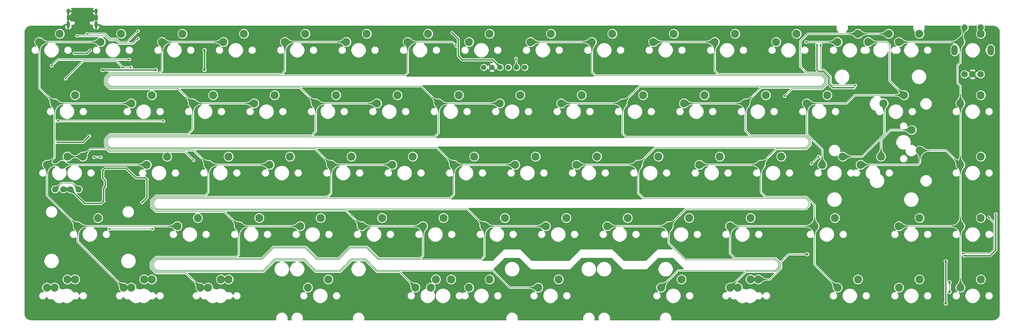
<source format=gbr>
G04 #@! TF.GenerationSoftware,KiCad,Pcbnew,(5.1.10)-1*
G04 #@! TF.CreationDate,2021-10-06T09:17:16+07:00*
G04 #@! TF.ProjectId,averange65,61766572-616e-4676-9536-352e6b696361,rev?*
G04 #@! TF.SameCoordinates,Original*
G04 #@! TF.FileFunction,Copper,L1,Top*
G04 #@! TF.FilePolarity,Positive*
%FSLAX46Y46*%
G04 Gerber Fmt 4.6, Leading zero omitted, Abs format (unit mm)*
G04 Created by KiCad (PCBNEW (5.1.10)-1) date 2021-10-06 09:17:16*
%MOMM*%
%LPD*%
G01*
G04 APERTURE LIST*
G04 #@! TA.AperFunction,ComponentPad*
%ADD10C,1.700000*%
G04 #@! TD*
G04 #@! TA.AperFunction,ComponentPad*
%ADD11O,1.000000X2.100000*%
G04 #@! TD*
G04 #@! TA.AperFunction,ComponentPad*
%ADD12O,1.000000X1.600000*%
G04 #@! TD*
G04 #@! TA.AperFunction,ComponentPad*
%ADD13C,2.000000*%
G04 #@! TD*
G04 #@! TA.AperFunction,ComponentPad*
%ADD14O,2.000000X3.200000*%
G04 #@! TD*
G04 #@! TA.AperFunction,ComponentPad*
%ADD15C,2.500000*%
G04 #@! TD*
G04 #@! TA.AperFunction,ComponentPad*
%ADD16C,1.905000*%
G04 #@! TD*
G04 #@! TA.AperFunction,ViaPad*
%ADD17C,0.600000*%
G04 #@! TD*
G04 #@! TA.AperFunction,ViaPad*
%ADD18C,0.800000*%
G04 #@! TD*
G04 #@! TA.AperFunction,Conductor*
%ADD19C,0.400000*%
G04 #@! TD*
G04 #@! TA.AperFunction,Conductor*
%ADD20C,1.000000*%
G04 #@! TD*
G04 #@! TA.AperFunction,Conductor*
%ADD21C,0.200000*%
G04 #@! TD*
G04 #@! TA.AperFunction,Conductor*
%ADD22C,0.025400*%
G04 #@! TD*
G04 #@! TA.AperFunction,Conductor*
%ADD23C,0.100000*%
G04 #@! TD*
G04 #@! TA.AperFunction,Conductor*
%ADD24C,0.254000*%
G04 #@! TD*
G04 APERTURE END LIST*
D10*
X146018250Y-53276500D03*
X143478250Y-53276500D03*
X153638250Y-53276500D03*
X151098250Y-53276500D03*
X148558250Y-53276500D03*
X156178250Y-53276500D03*
D11*
X14568513Y-40035332D03*
X23208513Y-40035332D03*
D12*
X14568513Y-35855332D03*
X23208513Y-35855332D03*
D13*
X292616250Y-55442500D03*
X295116250Y-55442500D03*
X297616250Y-55442500D03*
D14*
X289516250Y-47942500D03*
X300716250Y-47942500D03*
D13*
X292616250Y-40942500D03*
X297616250Y-40942500D03*
D15*
X200818946Y-102552500D03*
X207168946Y-100012500D03*
X166687634Y-119062568D03*
X160337634Y-121602568D03*
X95250074Y-119062568D03*
X88900074Y-121602568D03*
X122237602Y-121602568D03*
X128587602Y-119062568D03*
X291306250Y-45402500D03*
X297656250Y-42862500D03*
X5556250Y-45402500D03*
X11906250Y-42862500D03*
X246062734Y-102552500D03*
X252412734Y-100012500D03*
X133350670Y-119063060D03*
X127000670Y-121603060D03*
X276225254Y-72707500D03*
X278765254Y-79057500D03*
D16*
X15240038Y-91122500D03*
X17780038Y-91122500D03*
X13017534Y-91122500D03*
X10477534Y-91122500D03*
D15*
X291307610Y-121603060D03*
X297657610Y-119063060D03*
X272257530Y-121603060D03*
X278607530Y-119063060D03*
X253207450Y-121603060D03*
X259557450Y-119063060D03*
X222251070Y-121603060D03*
X228601070Y-119063060D03*
X198438470Y-121603060D03*
X204788470Y-119063060D03*
X219869810Y-121603060D03*
X226219810Y-119063060D03*
X145256970Y-119063060D03*
X138906970Y-121603060D03*
X57944130Y-121603060D03*
X64294130Y-119063060D03*
X34131278Y-121603060D03*
X40481278Y-119063060D03*
X55562870Y-121603060D03*
X61912870Y-119063060D03*
X31750026Y-121602568D03*
X38100026Y-119062568D03*
X7937670Y-121603060D03*
X14287670Y-119063060D03*
X248443986Y-83502500D03*
X254793986Y-80962500D03*
X291306522Y-102552500D03*
X297656522Y-100012500D03*
X272256506Y-102552500D03*
X278606506Y-100012500D03*
X219868962Y-102552500D03*
X226218962Y-100012500D03*
X181768930Y-102552500D03*
X188118930Y-100012500D03*
X162718914Y-102552500D03*
X169068914Y-100012500D03*
X143668898Y-102552500D03*
X150018898Y-100012500D03*
X124618882Y-102552500D03*
X130968882Y-100012500D03*
X105568866Y-102552500D03*
X111918866Y-100012500D03*
X86518850Y-102552500D03*
X92868850Y-100012500D03*
X67468834Y-102552500D03*
X73818834Y-100012500D03*
X291306522Y-83502500D03*
X297656522Y-80962500D03*
X48418818Y-102552500D03*
X54768818Y-100012500D03*
X266700246Y-80962500D03*
X260350246Y-83502500D03*
X23812542Y-100012500D03*
X17462542Y-102552500D03*
X10318758Y-121602568D03*
X16668758Y-119062568D03*
X229393970Y-83502500D03*
X235743970Y-80962500D03*
X210343954Y-83502500D03*
X216693954Y-80962500D03*
X191293938Y-83502500D03*
X197643938Y-80962500D03*
X172243922Y-83502500D03*
X178593922Y-80962500D03*
X153193906Y-83502500D03*
X159543906Y-80962500D03*
X134143890Y-83502500D03*
X140493890Y-80962500D03*
X115093874Y-83502500D03*
X121443874Y-80962500D03*
X96043858Y-83502500D03*
X102393858Y-80962500D03*
X76993842Y-83502500D03*
X83343842Y-80962500D03*
X57943826Y-83502500D03*
X64293826Y-80962500D03*
X38893810Y-83502500D03*
X45243810Y-80962500D03*
X291306522Y-64452500D03*
X297656522Y-61912500D03*
X267494002Y-64452500D03*
X273844002Y-61912500D03*
X12700038Y-83502500D03*
X19050038Y-80962500D03*
X7937534Y-83502500D03*
X14287534Y-80962500D03*
X243681482Y-64452500D03*
X250031482Y-61912500D03*
X224631466Y-64452500D03*
X230981466Y-61912500D03*
X205581450Y-64452500D03*
X211931450Y-61912500D03*
X186531434Y-64452500D03*
X192881434Y-61912500D03*
X167481418Y-64452500D03*
X173831418Y-61912500D03*
X148431402Y-64452500D03*
X154781402Y-61912500D03*
X129381386Y-64452500D03*
X135731386Y-61912500D03*
X110331370Y-64452500D03*
X116681370Y-61912500D03*
X91281354Y-64452500D03*
X97631354Y-61912500D03*
X72231338Y-64452500D03*
X78581338Y-61912500D03*
X53181322Y-64452500D03*
X59531322Y-61912500D03*
X34131306Y-64452500D03*
X40481306Y-61912500D03*
X10318786Y-64452500D03*
X16668786Y-61912500D03*
X269081250Y-42862500D03*
X262731250Y-45402500D03*
X272256250Y-45402500D03*
X278606250Y-42862500D03*
X253206250Y-45402500D03*
X259556250Y-42862500D03*
X234156250Y-45402500D03*
X240506250Y-42862500D03*
X215106250Y-45402500D03*
X221456250Y-42862500D03*
X196056250Y-45402500D03*
X202406250Y-42862500D03*
X177006250Y-45402500D03*
X183356250Y-42862500D03*
X157956250Y-45402500D03*
X164306250Y-42862500D03*
X138906250Y-45402500D03*
X145256250Y-42862500D03*
X119856250Y-45402500D03*
X126206250Y-42862500D03*
X100806250Y-45402500D03*
X107156250Y-42862500D03*
X81756250Y-45402500D03*
X88106250Y-42862500D03*
X62706250Y-45402500D03*
X69056250Y-42862500D03*
X43656250Y-45402500D03*
X50006250Y-42862500D03*
X24606250Y-45402500D03*
X30956250Y-42862500D03*
D17*
X246805450Y-46316900D03*
X258230649Y-59570899D03*
X292512750Y-111696500D03*
X302283760Y-98821570D03*
X25495250Y-94805500D03*
X26003250Y-90205420D03*
X25241250Y-85280500D03*
X38957250Y-88074500D03*
X37433250Y-95186500D03*
X11157090Y-76530340D03*
X21050250Y-74612500D03*
X133635750Y-42545000D03*
D18*
X41687750Y-54102000D03*
X56800750Y-54102000D03*
X25177750Y-54102000D03*
X56800750Y-47942496D03*
X286783060Y-126524100D03*
X286783060Y-113427170D03*
D17*
X262815340Y-52407367D03*
X128429410Y-111046130D03*
X33774325Y-80685065D03*
X31988380Y-80685065D03*
X174863980Y-49728685D03*
X212964140Y-49728685D03*
X251064300Y-49728685D03*
X139740395Y-49728685D03*
X98663660Y-49728685D03*
X60563500Y-49728685D03*
X247492410Y-41394275D03*
X14319250Y-59118500D03*
X9239250Y-77533500D03*
X18002250Y-78803500D03*
X12342985Y-79494435D03*
X5683250Y-97218500D03*
X24249285Y-61039670D03*
X93305825Y-41394275D03*
X131476750Y-42291000D03*
X169506145Y-41394275D03*
X207606305Y-41394275D03*
X237966838Y-52109712D03*
X218916790Y-52109712D03*
X199866742Y-52109712D03*
X180816694Y-52109712D03*
X161766646Y-52109712D03*
X249873670Y-75922545D03*
X52229090Y-110450815D03*
X71279170Y-111046130D03*
X95687085Y-111046130D03*
X190342170Y-111046130D03*
X61754130Y-91400735D03*
X80804210Y-91400735D03*
X99854290Y-91400735D03*
X118904370Y-91400735D03*
X176054610Y-91400735D03*
X157004530Y-91400735D03*
X137359135Y-91400735D03*
X195104690Y-91400735D03*
X214154770Y-91400735D03*
X209392250Y-72350655D03*
X190342170Y-72350655D03*
X171292090Y-72350655D03*
X152242010Y-72350655D03*
X133191930Y-72350655D03*
X114141850Y-72350655D03*
X95091770Y-72350655D03*
X76041690Y-72350655D03*
X56991610Y-72350655D03*
X20859750Y-76517500D03*
D18*
X281717750Y-41783000D03*
X233204710Y-111045910D03*
X214749945Y-111045910D03*
D17*
X268030195Y-52407367D03*
X273090364Y-53597995D03*
X147479110Y-111045796D03*
X166529158Y-111045796D03*
D18*
X73056750Y-117602000D03*
X114204750Y-117729000D03*
X190277750Y-117094000D03*
D17*
X31988148Y-52109695D03*
X17700636Y-47347191D03*
X20081888Y-47347191D03*
X236776740Y-62230300D03*
X20379624Y-42877658D03*
X36155498Y-41989368D03*
X17254215Y-43477658D03*
X36155498Y-44370632D03*
X34004250Y-53276500D03*
X31417140Y-53276500D03*
X13708340Y-56808410D03*
X22552208Y-81153000D03*
X24669750Y-81153000D03*
X53435250Y-82105500D03*
X247350920Y-80962500D03*
X245135085Y-83178335D03*
X40735250Y-103441500D03*
X27241542Y-103441500D03*
X44056260Y-69894490D03*
X11252240Y-69894490D03*
X134863390Y-46545500D03*
X243427250Y-45402500D03*
D18*
X243744750Y-111275978D03*
D17*
X33515260Y-50844490D03*
X9366250Y-52768500D03*
X153432640Y-50530890D03*
X247973850Y-46316900D03*
X258769611Y-58870899D03*
X300069250Y-99807060D03*
X292068989Y-110996500D03*
D18*
X287973690Y-122952210D03*
X287973690Y-119975635D03*
D17*
X16438513Y-48912774D03*
X21338513Y-48008443D03*
D19*
X135563390Y-49718885D02*
X136763820Y-50919315D01*
X146201065Y-50919315D02*
X148558250Y-53276500D01*
X136763820Y-50919315D02*
X146201065Y-50919315D01*
X251626649Y-59570899D02*
X258230649Y-59570899D01*
X250452100Y-58396350D02*
X251626649Y-59570899D01*
X248728087Y-54513615D02*
X250452100Y-56237628D01*
X247331365Y-54513615D02*
X248728087Y-54513615D01*
X250452100Y-56237628D02*
X250452100Y-58396350D01*
X246805450Y-53987700D02*
X247331365Y-54513615D01*
X246805450Y-46316900D02*
X246805450Y-53987700D01*
D20*
X13017534Y-91122500D02*
X15240038Y-91122500D01*
D19*
X302283760Y-109935110D02*
X302283760Y-98821570D01*
X300522370Y-111696500D02*
X302283760Y-109935110D01*
X292512750Y-111696500D02*
X300522370Y-111696500D01*
X302283760Y-98821570D02*
X302283760Y-98821570D01*
X25495250Y-90713420D02*
X26003250Y-90205420D01*
X25495250Y-94805500D02*
X25495250Y-90713420D01*
X38957250Y-93662500D02*
X37433250Y-95186500D01*
X38957250Y-88074500D02*
X38957250Y-93662500D01*
X19132410Y-76530340D02*
X21050250Y-74612500D01*
X11157090Y-76530340D02*
X19132410Y-76530340D01*
X135563390Y-44472640D02*
X133635750Y-42545000D01*
X135563390Y-49718885D02*
X135563390Y-44472640D01*
X25177750Y-54102000D02*
X25177750Y-54102000D01*
X25177750Y-54102000D02*
X41687750Y-54102000D01*
X56800750Y-54102000D02*
X56800750Y-53536315D01*
X56800750Y-53536315D02*
X56800750Y-47942496D01*
X286783060Y-126524100D02*
X286783060Y-113427170D01*
X24796750Y-95504000D02*
X25495250Y-94805500D01*
X19621538Y-95504000D02*
X24796750Y-95504000D01*
X15240038Y-91122500D02*
X19621538Y-95504000D01*
X25241250Y-85280500D02*
X25241250Y-87566500D01*
X26003250Y-88328500D02*
X26003250Y-90205420D01*
X25241250Y-87566500D02*
X26003250Y-88328500D01*
X35464750Y-87503000D02*
X38385750Y-87503000D01*
X32543750Y-84582000D02*
X35464750Y-87503000D01*
X38385750Y-87503000D02*
X38957250Y-88074500D01*
X25939750Y-84582000D02*
X32543750Y-84582000D01*
X25241250Y-85280500D02*
X25939750Y-84582000D01*
D21*
X269081250Y-42862500D02*
X259556250Y-42862500D01*
X249952090Y-56444738D02*
X249952090Y-58484664D01*
X239084696Y-59922344D02*
X236776740Y-62230300D01*
X248520977Y-55013625D02*
X249952090Y-56444738D01*
X243640375Y-55013625D02*
X248520977Y-55013625D01*
X241649250Y-53022500D02*
X243640375Y-55013625D01*
X248514410Y-59922344D02*
X239084696Y-59922344D01*
X249952090Y-58484664D02*
X248514410Y-59922344D01*
X241649250Y-45148500D02*
X241649250Y-53022500D01*
X243935250Y-42862500D02*
X241649250Y-45148500D01*
X259556250Y-42862500D02*
X243935250Y-42862500D01*
X20379624Y-42877658D02*
X25290981Y-42877658D01*
X25290981Y-42877658D02*
X26000824Y-42877658D01*
X29475053Y-44417109D02*
X30202338Y-45144395D01*
X27540275Y-44417109D02*
X29475053Y-44417109D01*
X26000824Y-42877658D02*
X27540275Y-44417109D01*
X30202338Y-45144395D02*
X30516855Y-45458912D01*
X32685954Y-45458912D02*
X36155498Y-41989368D01*
X30516855Y-45458912D02*
X32685954Y-45458912D01*
X17254215Y-43477658D02*
X26035126Y-43477658D01*
X36155498Y-44370632D02*
X34667208Y-45858922D01*
X34667208Y-45858922D02*
X30351167Y-45858922D01*
X30351167Y-45858922D02*
X29309364Y-44817119D01*
X27374587Y-44817119D02*
X26035126Y-43477658D01*
X29309364Y-44817119D02*
X27374587Y-44817119D01*
X34004250Y-53276500D02*
X31417140Y-53276500D01*
X31417140Y-53276500D02*
X31417140Y-53276500D01*
X31417140Y-53276500D02*
X29385140Y-51244500D01*
X19272250Y-51244500D02*
X13708340Y-56808410D01*
X29385140Y-51244500D02*
X19272250Y-51244500D01*
X24669750Y-81153000D02*
X22552208Y-81153000D01*
X26422555Y-78565489D02*
X27232290Y-79375222D01*
X21447049Y-78565489D02*
X26422555Y-78565489D01*
X19050038Y-80962500D02*
X21447049Y-78565489D01*
X50704972Y-79375222D02*
X53435250Y-82105500D01*
X27232290Y-79375222D02*
X50704972Y-79375222D01*
X14287534Y-80962500D02*
X19050038Y-80962500D01*
X267724155Y-74064595D02*
X267724155Y-64452500D01*
X260826250Y-80962500D02*
X267724155Y-74064595D01*
X254793986Y-80962500D02*
X260826250Y-80962500D01*
X247350920Y-80962500D02*
X245135085Y-83178335D01*
X269646950Y-72707500D02*
X276225254Y-72707500D01*
X266700246Y-75654204D02*
X269646950Y-72707500D01*
X266700246Y-80962500D02*
X266700246Y-75654204D01*
X40735250Y-103441500D02*
X40735250Y-103441500D01*
X27241542Y-103441500D02*
X40735250Y-103441500D01*
X44056260Y-69894490D02*
X11252240Y-69894490D01*
X11252240Y-69894490D02*
X11252240Y-69894490D01*
X5556250Y-59689964D02*
X10318786Y-64452500D01*
X5556250Y-45402500D02*
X5556250Y-59689964D01*
X10318786Y-81121248D02*
X7937534Y-83502500D01*
X10318786Y-64452500D02*
X10318786Y-81121248D01*
X7937534Y-93027492D02*
X17462542Y-102552500D01*
X7937534Y-83502500D02*
X7937534Y-93027492D01*
X17462542Y-107315332D02*
X31750270Y-121603060D01*
X17462542Y-102552500D02*
X17462542Y-107315332D01*
X8511276Y-45402500D02*
X5556250Y-45402500D01*
X24606250Y-45402500D02*
X8511276Y-45402500D01*
X7937534Y-83502500D02*
X12700038Y-83502500D01*
X48418818Y-102552500D02*
X17462542Y-102552500D01*
X28416250Y-64452500D02*
X34131306Y-64452500D01*
X10318786Y-64452500D02*
X28416250Y-64452500D01*
X12700038Y-83502500D02*
X38893810Y-83502500D01*
X43656250Y-45402500D02*
X43656250Y-54253884D01*
X43656250Y-54253884D02*
X42894250Y-55015884D01*
X25955835Y-58483074D02*
X27397980Y-59925213D01*
X27394124Y-55015884D02*
X25955834Y-56454176D01*
X25955834Y-56454176D02*
X25955835Y-58483074D01*
X42894250Y-55015884D02*
X27394124Y-55015884D01*
X48654035Y-59925213D02*
X53181322Y-64452500D01*
X27397980Y-59925213D02*
X48654035Y-59925213D01*
X53181322Y-64452500D02*
X53181322Y-72478280D01*
X53181322Y-72478280D02*
X51593750Y-74065852D01*
X25955834Y-75504176D02*
X25955835Y-77533074D01*
X25955835Y-77533074D02*
X27397979Y-78975212D01*
X27394156Y-74065852D02*
X25955834Y-75504176D01*
X51593750Y-74065852D02*
X27394156Y-74065852D01*
X53416538Y-78975212D02*
X57943826Y-83502500D01*
X27397979Y-78975212D02*
X53416538Y-78975212D01*
X57943826Y-83502500D02*
X57943826Y-92074924D01*
X57943826Y-92074924D02*
X56905113Y-93113637D01*
X40250675Y-96591890D02*
X41680324Y-98021539D01*
X40250675Y-94548543D02*
X40250675Y-96591890D01*
X41685583Y-93113638D02*
X40250675Y-94548543D01*
X56905113Y-93113637D02*
X41685583Y-93113638D01*
X62937873Y-98021539D02*
X67468834Y-102552500D01*
X41680324Y-98021539D02*
X62937873Y-98021539D01*
X67468834Y-102552500D02*
X67468834Y-111349876D01*
X62706250Y-45402500D02*
X43656250Y-45402500D01*
X53181322Y-64452500D02*
X72231338Y-64452500D01*
X57943826Y-83502500D02*
X76993842Y-83502500D01*
X67468834Y-102552500D02*
X86518850Y-102552500D01*
X55562870Y-121603060D02*
X51028330Y-117068520D01*
X40243449Y-113597015D02*
X41684014Y-112156450D01*
X40243449Y-115625910D02*
X40243449Y-113597015D01*
X41686059Y-117068520D02*
X40243449Y-115625910D01*
X51028330Y-117068520D02*
X41686059Y-117068520D01*
X66662260Y-112156450D02*
X67468834Y-111349876D01*
X41684014Y-112156450D02*
X66662260Y-112156450D01*
X81756250Y-45402500D02*
X81756250Y-54399894D01*
X81756250Y-54399894D02*
X80740250Y-55415894D01*
X26355844Y-58317383D02*
X27563669Y-59525203D01*
X26355843Y-56619864D02*
X26355844Y-58317383D01*
X27559813Y-55415894D02*
X26355843Y-56619864D01*
X80740250Y-55415894D02*
X27559813Y-55415894D01*
X86354057Y-59525203D02*
X91281354Y-64452500D01*
X27563669Y-59525203D02*
X86354057Y-59525203D01*
X91281354Y-64452500D02*
X91281354Y-73195758D01*
X91281354Y-73195758D02*
X90011250Y-74465862D01*
X26355844Y-77367383D02*
X27563668Y-78575202D01*
X26355843Y-75669864D02*
X26355844Y-77367383D01*
X27559845Y-74465862D02*
X26355843Y-75669864D01*
X90011250Y-74465862D02*
X27559845Y-74465862D01*
X91116560Y-78575202D02*
X96043858Y-83502500D01*
X27563668Y-78575202D02*
X91116560Y-78575202D01*
X96043858Y-83502500D02*
X96043858Y-92370627D01*
X96043858Y-92370627D02*
X94900749Y-93513735D01*
X40650685Y-96426201D02*
X41846013Y-97621529D01*
X40650685Y-94714232D02*
X40650685Y-96426201D01*
X41851273Y-93513647D02*
X40650685Y-94714232D01*
X94900661Y-93513647D02*
X41851273Y-93513647D01*
X94900749Y-93513735D02*
X94900661Y-93513647D01*
X100637895Y-97621529D02*
X105568866Y-102552500D01*
X41846013Y-97621529D02*
X100637895Y-97621529D01*
X100806250Y-45402500D02*
X81756250Y-45402500D01*
X124618882Y-102552500D02*
X105568866Y-102552500D01*
X96043858Y-83502500D02*
X115093874Y-83502500D01*
X91281354Y-64452500D02*
X110331370Y-64452500D01*
X124618882Y-111603928D02*
X124618882Y-102552500D01*
X110869022Y-112556460D02*
X123666350Y-112556460D01*
X101901723Y-108996110D02*
X107308673Y-108996110D01*
X107308673Y-108996110D02*
X110869022Y-112556460D01*
X98341373Y-112556460D02*
X101901723Y-108996110D01*
X91819006Y-112556460D02*
X98341373Y-112556460D01*
X88258657Y-108996110D02*
X91819006Y-112556460D01*
X41849703Y-112556460D02*
X74528854Y-112556460D01*
X122237602Y-121602568D02*
X117303544Y-116668510D01*
X117303544Y-116668510D02*
X110260019Y-116668510D01*
X102546472Y-113096150D02*
X98974113Y-116668510D01*
X123666350Y-112556460D02*
X124618882Y-111603928D01*
X110260019Y-116668510D02*
X106687659Y-113096150D01*
X106687659Y-113096150D02*
X102546472Y-113096150D01*
X98974113Y-116668510D02*
X91209683Y-116668510D01*
X78733617Y-113096150D02*
X75161257Y-116668510D01*
X74528854Y-112556460D02*
X78089204Y-108996110D01*
X91209683Y-116668510D02*
X87637323Y-113096150D01*
X87637323Y-113096150D02*
X78733617Y-113096150D01*
X75161257Y-116668510D02*
X41851748Y-116668510D01*
X41851748Y-116668510D02*
X40643459Y-115460221D01*
X40643459Y-115460221D02*
X40643459Y-113762704D01*
X78089204Y-108996110D02*
X88258657Y-108996110D01*
X40643459Y-113762704D02*
X41849703Y-112556460D01*
X119856250Y-45402500D02*
X119856250Y-54926900D01*
X119856250Y-54926900D02*
X118967246Y-55815904D01*
X26755853Y-58151692D02*
X27729358Y-59125193D01*
X26755853Y-56785553D02*
X26755853Y-58151692D01*
X27725502Y-55815904D02*
X26755853Y-56785553D01*
X118967246Y-55815904D02*
X27725502Y-55815904D01*
X124054079Y-59125193D02*
X129381386Y-64452500D01*
X27729358Y-59125193D02*
X124054079Y-59125193D01*
X129381386Y-64452500D02*
X129381386Y-73659235D01*
X129381386Y-73659235D02*
X128174749Y-74865872D01*
X26755853Y-77201692D02*
X27729357Y-78175192D01*
X26755853Y-75835553D02*
X26755853Y-77201692D01*
X27725534Y-74865872D02*
X26755853Y-75835553D01*
X128174749Y-74865872D02*
X27725534Y-74865872D01*
X128816582Y-78175192D02*
X134143890Y-83502500D01*
X27729357Y-78175192D02*
X128816582Y-78175192D01*
X133720390Y-45402500D02*
X119856250Y-45402500D01*
X134863390Y-46545500D02*
X133720390Y-45402500D01*
X138337917Y-97221519D02*
X143668898Y-102552500D01*
X42011702Y-97221519D02*
X138337917Y-97221519D01*
X41050695Y-96260512D02*
X42011702Y-97221519D01*
X41050695Y-94879921D02*
X41050695Y-96260512D01*
X42016965Y-93913651D02*
X41050695Y-94879921D01*
X143668898Y-102552500D02*
X162718914Y-102552500D01*
X134143890Y-83502500D02*
X153193906Y-83502500D01*
X129381386Y-64452500D02*
X148431402Y-64452500D01*
X107142984Y-109396120D02*
X110703334Y-112956470D01*
X102067412Y-109396120D02*
X107142984Y-109396120D01*
X98507062Y-112956470D02*
X102067412Y-109396120D01*
X78254892Y-109396120D02*
X88092968Y-109396120D01*
X91653318Y-112956470D02*
X98507062Y-112956470D01*
X41043469Y-115294532D02*
X41043469Y-113928393D01*
X88092968Y-109396120D02*
X91653318Y-112956470D01*
X42017437Y-116268500D02*
X41043469Y-115294532D01*
X151487313Y-121602568D02*
X146153245Y-116268500D01*
X146153245Y-116268500D02*
X110425708Y-116268500D01*
X106853348Y-112696140D02*
X102380784Y-112696140D01*
X41043469Y-113928393D02*
X42015392Y-112956470D01*
X98808424Y-116268500D02*
X91375372Y-116268500D01*
X110425708Y-116268500D02*
X106853348Y-112696140D01*
X102380784Y-112696140D02*
X98808424Y-116268500D01*
X91375372Y-116268500D02*
X87803012Y-112696140D01*
X160337634Y-121602568D02*
X151487313Y-121602568D01*
X87803012Y-112696140D02*
X78567928Y-112696140D01*
X42015392Y-112956470D02*
X74694542Y-112956470D01*
X78567928Y-112696140D02*
X74996038Y-116268030D01*
X74694542Y-112956470D02*
X78254892Y-109396120D01*
X143668898Y-102552500D02*
X143668898Y-111879089D01*
X142591517Y-112956470D02*
X110703334Y-112956470D01*
X143668898Y-111879089D02*
X142591517Y-112956470D01*
X134143890Y-83502500D02*
X134143890Y-92770673D01*
X94032838Y-93913743D02*
X133000820Y-93913743D01*
X94032746Y-93913651D02*
X94032838Y-93913743D01*
X42016965Y-93913651D02*
X94032746Y-93913651D01*
X133000820Y-93913743D02*
X134143890Y-92770673D01*
X42017907Y-116268030D02*
X42017437Y-116268500D01*
X74996038Y-116268030D02*
X42017907Y-116268030D01*
X186531434Y-64452500D02*
X191861610Y-59122324D01*
X249152070Y-56776112D02*
X248189599Y-55813645D01*
X249152070Y-58153286D02*
X249152070Y-56776112D01*
X248183032Y-59122324D02*
X249152070Y-58153286D01*
X191861610Y-59122324D02*
X248183032Y-59122324D01*
X219299604Y-55814146D02*
X178022243Y-55814869D01*
X219300105Y-55813645D02*
X219299604Y-55814146D01*
X248189599Y-55813645D02*
X219300105Y-55813645D01*
X177006250Y-54798876D02*
X178022243Y-55814869D01*
X177006250Y-45402500D02*
X177006250Y-54798876D01*
X186531434Y-64452500D02*
X186531434Y-73849095D01*
X191293938Y-83502500D02*
X196623981Y-78172457D01*
X244390470Y-75837507D02*
X243416963Y-74864001D01*
X244390470Y-77203646D02*
X244390470Y-75837507D01*
X243421659Y-78172457D02*
X244390470Y-77203646D01*
X196623981Y-78172457D02*
X243421659Y-78172457D01*
X187546340Y-74864001D02*
X186531434Y-73849095D01*
X243416963Y-74864001D02*
X187546340Y-74864001D01*
X177006250Y-45402500D02*
X157956250Y-45402500D01*
X243422351Y-97221709D02*
X206149737Y-97221709D01*
X244390414Y-96253646D02*
X243422351Y-97221709D01*
X206149737Y-97221709D02*
X200818946Y-102552500D01*
X244390414Y-94887507D02*
X244390414Y-96253646D01*
X243416828Y-93913921D02*
X244390414Y-94887507D01*
X193008250Y-93913921D02*
X243416828Y-93913921D01*
X191293938Y-92199609D02*
X193008250Y-93913921D01*
X191293938Y-83502500D02*
X191293938Y-92199609D01*
X167481418Y-64452500D02*
X186531434Y-64452500D01*
X172243922Y-83502500D02*
X191293938Y-83502500D01*
X181768930Y-102552500D02*
X200818946Y-102552500D01*
X233890411Y-116271946D02*
X203769584Y-116271946D01*
X203769584Y-116271946D02*
X198438470Y-121603060D01*
X234854426Y-113926538D02*
X234854426Y-115307933D01*
X233895886Y-112967998D02*
X234854426Y-113926538D01*
X205965325Y-112967998D02*
X233895886Y-112967998D01*
X234854426Y-115307933D02*
X233890411Y-116271946D01*
X200818946Y-107821618D02*
X205965325Y-112967998D01*
X200818946Y-102552500D02*
X200818946Y-107821618D01*
X215106250Y-45402500D02*
X215106250Y-54271194D01*
X215106250Y-54271194D02*
X216249247Y-55414192D01*
X249552080Y-58318975D02*
X248348721Y-59522334D01*
X249552080Y-56610427D02*
X249552080Y-58318975D01*
X219134416Y-55413635D02*
X248355288Y-55413635D01*
X219133910Y-55414141D02*
X219134416Y-55413635D01*
X248355288Y-55413635D02*
X249552080Y-56610427D01*
X216249247Y-55414192D02*
X219133910Y-55414141D01*
X229561632Y-59522334D02*
X224631466Y-64452500D01*
X248348721Y-59522334D02*
X229561632Y-59522334D01*
X224631466Y-64452500D02*
X224631466Y-72940207D01*
X224631466Y-72940207D02*
X226155250Y-74463991D01*
X244790480Y-77369335D02*
X243587348Y-78572467D01*
X244790480Y-75671818D02*
X244790480Y-77369335D01*
X243582652Y-74463991D02*
X244790480Y-75671818D01*
X226155250Y-74463991D02*
X243582652Y-74463991D01*
X234324003Y-78572467D02*
X229393970Y-83502500D01*
X243587348Y-78572467D02*
X234324003Y-78572467D01*
X246062734Y-95994128D02*
X246062734Y-102552500D01*
X229393970Y-91948220D02*
X230959661Y-93513911D01*
X229393970Y-83502500D02*
X229393970Y-91948220D01*
X215106250Y-45402500D02*
X196056250Y-45402500D01*
X230959661Y-93513911D02*
X243582517Y-93513911D01*
X243582517Y-93513911D02*
X246062734Y-95994128D01*
X222251070Y-121603060D02*
X223361810Y-121603060D01*
X219868962Y-102552500D02*
X246062734Y-102552500D01*
X210343954Y-83502500D02*
X229393970Y-83502500D01*
X205581450Y-64452500D02*
X224631466Y-64452500D01*
X219869810Y-121603060D02*
X224800914Y-116671956D01*
X235254436Y-115473622D02*
X235254436Y-113760849D01*
X235254436Y-113760849D02*
X234057687Y-112564101D01*
X234056101Y-116671955D02*
X235254436Y-115473622D01*
X224800914Y-116671956D02*
X234056101Y-116671955D01*
X219868962Y-102552500D02*
X219868962Y-111044200D01*
X221388863Y-112564101D02*
X234057687Y-112564101D01*
X219868962Y-111044200D02*
X221388863Y-112564101D01*
X246062734Y-114458344D02*
X253207450Y-121603060D01*
X246062734Y-102552500D02*
X246062734Y-114458344D01*
X243681482Y-64452500D02*
X243681482Y-73997123D01*
X248443986Y-78759627D02*
X248443986Y-83502500D01*
X243681482Y-73997123D02*
X248443986Y-78759627D01*
X268446250Y-45402500D02*
X262731250Y-45402500D01*
X269335250Y-46291500D02*
X268446250Y-45402500D01*
X269335250Y-57403748D02*
X269335250Y-46291500D01*
X273844002Y-61912500D02*
X269335250Y-57403748D01*
X258525880Y-61912500D02*
X273844002Y-61912500D01*
X255985880Y-64452500D02*
X258525880Y-61912500D01*
X243681482Y-64452500D02*
X255985880Y-64452500D01*
X253206250Y-45402500D02*
X243427250Y-45402500D01*
X292616250Y-40942500D02*
X291306250Y-45402500D01*
X272256250Y-45402500D02*
X291306250Y-45402500D01*
X286861522Y-79057500D02*
X291306522Y-83502500D01*
X278765254Y-79057500D02*
X286861522Y-79057500D01*
X291306522Y-64452500D02*
X291306522Y-83502500D01*
X291306250Y-64452228D02*
X291306522Y-64452500D01*
X272256506Y-102552500D02*
X291306522Y-102552500D01*
X291306522Y-83502500D02*
X291306522Y-102552500D01*
X291306522Y-121601972D02*
X291307610Y-121603060D01*
X291306522Y-102552500D02*
X291306522Y-121601972D01*
X291306250Y-51754100D02*
X291306250Y-45402500D01*
X290355090Y-52705260D02*
X291306250Y-51754100D01*
X290355090Y-58063095D02*
X290355090Y-52705260D01*
X291306522Y-59014527D02*
X290355090Y-58063095D01*
X291306522Y-64452500D02*
X291306522Y-59014527D01*
X278765254Y-82835496D02*
X278765254Y-79057500D01*
X278098250Y-83502500D02*
X278765254Y-82835496D01*
X260350246Y-83502500D02*
X278098250Y-83502500D01*
X232230697Y-119063060D02*
X235654446Y-115639311D01*
X228601070Y-119063060D02*
X232230697Y-119063060D01*
X235654446Y-115639311D02*
X235654446Y-113627304D01*
X238005772Y-111275978D02*
X243744750Y-111275978D01*
X235654446Y-113627304D02*
X238005772Y-111275978D01*
X11290260Y-50844490D02*
X9366250Y-52768500D01*
X33515260Y-50844490D02*
X11290260Y-50844490D01*
X153432640Y-50530890D02*
X153638250Y-53276500D01*
X251633769Y-58870899D02*
X258769611Y-58870899D01*
X250952110Y-58189240D02*
X251633769Y-58870899D01*
X250952110Y-56030518D02*
X250952110Y-58189240D01*
X248935197Y-54013605D02*
X250952110Y-56030518D01*
X248253755Y-54013605D02*
X248935197Y-54013605D01*
X247973850Y-53733700D02*
X248253755Y-54013605D01*
X247973850Y-46316900D02*
X247973850Y-53733700D01*
X301783750Y-101521560D02*
X300069250Y-99807060D01*
X301783750Y-109728000D02*
X301783750Y-101521560D01*
X300515250Y-110996500D02*
X301783750Y-109728000D01*
X292068989Y-110996500D02*
X300515250Y-110996500D01*
X287973690Y-122952210D02*
X287973690Y-119975635D01*
X10477534Y-91122500D02*
X12382534Y-89217500D01*
X15875038Y-89217500D02*
X17780038Y-91122500D01*
X12382534Y-89217500D02*
X15875038Y-89217500D01*
D19*
X20434182Y-48912774D02*
X21338513Y-48008443D01*
X16438513Y-48912774D02*
X20434182Y-48912774D01*
D22*
X147608452Y-52061198D02*
X147608667Y-52061403D01*
X147636263Y-52087136D01*
X147636487Y-52087340D01*
X147664408Y-52112158D01*
X147664641Y-52112361D01*
X147692887Y-52136262D01*
X147693130Y-52136462D01*
X147721702Y-52159448D01*
X147721955Y-52159646D01*
X147750853Y-52181716D01*
X147751114Y-52181911D01*
X147780337Y-52203065D01*
X147780607Y-52203255D01*
X147810155Y-52223493D01*
X147810435Y-52223679D01*
X147840309Y-52243002D01*
X147840597Y-52243183D01*
X147870797Y-52261589D01*
X147871092Y-52261763D01*
X147901616Y-52279254D01*
X147901919Y-52279423D01*
X147932770Y-52295998D01*
X147933081Y-52296159D01*
X147964257Y-52311818D01*
X147964574Y-52311972D01*
X147996075Y-52326715D01*
X147996398Y-52326860D01*
X148028225Y-52340687D01*
X148028553Y-52340824D01*
X148060706Y-52353735D01*
X148061038Y-52353863D01*
X148093516Y-52365858D01*
X148093852Y-52365977D01*
X148126655Y-52377057D01*
X148126994Y-52377166D01*
X148160123Y-52387330D01*
X148160464Y-52387430D01*
X148193919Y-52396678D01*
X148194262Y-52396767D01*
X148228041Y-52405099D01*
X148228384Y-52405179D01*
X148262490Y-52412595D01*
X148262832Y-52412665D01*
X148297263Y-52419165D01*
X148297604Y-52419224D01*
X148332360Y-52424808D01*
X148332700Y-52424858D01*
X148367782Y-52429527D01*
X148368118Y-52429567D01*
X148403526Y-52433320D01*
X148403860Y-52433351D01*
X148439593Y-52436187D01*
X148439922Y-52436209D01*
X148475980Y-52438130D01*
X148476305Y-52438143D01*
X148512689Y-52439148D01*
X148513009Y-52439153D01*
X148540005Y-52439219D01*
X148840791Y-53559041D01*
X147720969Y-53258255D01*
X147720903Y-53231259D01*
X147720898Y-53230939D01*
X147719893Y-53194555D01*
X147719880Y-53194230D01*
X147717959Y-53158172D01*
X147717937Y-53157843D01*
X147715101Y-53122110D01*
X147715070Y-53121776D01*
X147711317Y-53086368D01*
X147711277Y-53086032D01*
X147706608Y-53050950D01*
X147706558Y-53050610D01*
X147700974Y-53015854D01*
X147700915Y-53015513D01*
X147694415Y-52981082D01*
X147694345Y-52980740D01*
X147686929Y-52946634D01*
X147686849Y-52946291D01*
X147678517Y-52912512D01*
X147678428Y-52912169D01*
X147669180Y-52878714D01*
X147669080Y-52878373D01*
X147658916Y-52845244D01*
X147658807Y-52844905D01*
X147647727Y-52812102D01*
X147647608Y-52811766D01*
X147635613Y-52779288D01*
X147635485Y-52778956D01*
X147622574Y-52746803D01*
X147622437Y-52746475D01*
X147608610Y-52714648D01*
X147608465Y-52714325D01*
X147593722Y-52682824D01*
X147593568Y-52682507D01*
X147577909Y-52651331D01*
X147577748Y-52651020D01*
X147561173Y-52620169D01*
X147561004Y-52619866D01*
X147543513Y-52589342D01*
X147543339Y-52589047D01*
X147524933Y-52558847D01*
X147524752Y-52558559D01*
X147505429Y-52528685D01*
X147505243Y-52528405D01*
X147485005Y-52498857D01*
X147484815Y-52498587D01*
X147463661Y-52469364D01*
X147463466Y-52469103D01*
X147441396Y-52440205D01*
X147441198Y-52439952D01*
X147418212Y-52411380D01*
X147418012Y-52411137D01*
X147394111Y-52382891D01*
X147393908Y-52382658D01*
X147369090Y-52354737D01*
X147368886Y-52354513D01*
X147343153Y-52326917D01*
X147342948Y-52326702D01*
X147325073Y-52308412D01*
X147590162Y-52043323D01*
X147608452Y-52061198D01*
G04 #@! TA.AperFunction,Conductor*
D23*
G36*
X147608452Y-52061198D02*
G01*
X147608667Y-52061403D01*
X147636263Y-52087136D01*
X147636487Y-52087340D01*
X147664408Y-52112158D01*
X147664641Y-52112361D01*
X147692887Y-52136262D01*
X147693130Y-52136462D01*
X147721702Y-52159448D01*
X147721955Y-52159646D01*
X147750853Y-52181716D01*
X147751114Y-52181911D01*
X147780337Y-52203065D01*
X147780607Y-52203255D01*
X147810155Y-52223493D01*
X147810435Y-52223679D01*
X147840309Y-52243002D01*
X147840597Y-52243183D01*
X147870797Y-52261589D01*
X147871092Y-52261763D01*
X147901616Y-52279254D01*
X147901919Y-52279423D01*
X147932770Y-52295998D01*
X147933081Y-52296159D01*
X147964257Y-52311818D01*
X147964574Y-52311972D01*
X147996075Y-52326715D01*
X147996398Y-52326860D01*
X148028225Y-52340687D01*
X148028553Y-52340824D01*
X148060706Y-52353735D01*
X148061038Y-52353863D01*
X148093516Y-52365858D01*
X148093852Y-52365977D01*
X148126655Y-52377057D01*
X148126994Y-52377166D01*
X148160123Y-52387330D01*
X148160464Y-52387430D01*
X148193919Y-52396678D01*
X148194262Y-52396767D01*
X148228041Y-52405099D01*
X148228384Y-52405179D01*
X148262490Y-52412595D01*
X148262832Y-52412665D01*
X148297263Y-52419165D01*
X148297604Y-52419224D01*
X148332360Y-52424808D01*
X148332700Y-52424858D01*
X148367782Y-52429527D01*
X148368118Y-52429567D01*
X148403526Y-52433320D01*
X148403860Y-52433351D01*
X148439593Y-52436187D01*
X148439922Y-52436209D01*
X148475980Y-52438130D01*
X148476305Y-52438143D01*
X148512689Y-52439148D01*
X148513009Y-52439153D01*
X148540005Y-52439219D01*
X148840791Y-53559041D01*
X147720969Y-53258255D01*
X147720903Y-53231259D01*
X147720898Y-53230939D01*
X147719893Y-53194555D01*
X147719880Y-53194230D01*
X147717959Y-53158172D01*
X147717937Y-53157843D01*
X147715101Y-53122110D01*
X147715070Y-53121776D01*
X147711317Y-53086368D01*
X147711277Y-53086032D01*
X147706608Y-53050950D01*
X147706558Y-53050610D01*
X147700974Y-53015854D01*
X147700915Y-53015513D01*
X147694415Y-52981082D01*
X147694345Y-52980740D01*
X147686929Y-52946634D01*
X147686849Y-52946291D01*
X147678517Y-52912512D01*
X147678428Y-52912169D01*
X147669180Y-52878714D01*
X147669080Y-52878373D01*
X147658916Y-52845244D01*
X147658807Y-52844905D01*
X147647727Y-52812102D01*
X147647608Y-52811766D01*
X147635613Y-52779288D01*
X147635485Y-52778956D01*
X147622574Y-52746803D01*
X147622437Y-52746475D01*
X147608610Y-52714648D01*
X147608465Y-52714325D01*
X147593722Y-52682824D01*
X147593568Y-52682507D01*
X147577909Y-52651331D01*
X147577748Y-52651020D01*
X147561173Y-52620169D01*
X147561004Y-52619866D01*
X147543513Y-52589342D01*
X147543339Y-52589047D01*
X147524933Y-52558847D01*
X147524752Y-52558559D01*
X147505429Y-52528685D01*
X147505243Y-52528405D01*
X147485005Y-52498857D01*
X147484815Y-52498587D01*
X147463661Y-52469364D01*
X147463466Y-52469103D01*
X147441396Y-52440205D01*
X147441198Y-52439952D01*
X147418212Y-52411380D01*
X147418012Y-52411137D01*
X147394111Y-52382891D01*
X147393908Y-52382658D01*
X147369090Y-52354737D01*
X147368886Y-52354513D01*
X147343153Y-52326917D01*
X147342948Y-52326702D01*
X147325073Y-52308412D01*
X147590162Y-52043323D01*
X147608452Y-52061198D01*
G37*
G04 #@! TD.AperFunction*
D22*
X258355223Y-59570899D02*
X258015660Y-59766670D01*
X258013910Y-59766180D01*
X258013271Y-59766019D01*
X258010756Y-59765453D01*
X258010292Y-59765357D01*
X258007364Y-59764812D01*
X258006999Y-59764750D01*
X258003656Y-59764228D01*
X258003373Y-59764187D01*
X257999617Y-59763687D01*
X257999387Y-59763659D01*
X257995217Y-59763181D01*
X257995028Y-59763160D01*
X257990445Y-59762704D01*
X257990284Y-59762689D01*
X257985287Y-59762256D01*
X257985153Y-59762245D01*
X257979742Y-59761834D01*
X257979626Y-59761826D01*
X257973802Y-59761437D01*
X257973702Y-59761431D01*
X257967464Y-59761064D01*
X257967374Y-59761059D01*
X257960722Y-59760715D01*
X257960646Y-59760711D01*
X257953581Y-59760388D01*
X257953510Y-59760385D01*
X257946030Y-59760085D01*
X257945966Y-59760083D01*
X257938074Y-59759806D01*
X257938020Y-59759804D01*
X257929713Y-59759548D01*
X257929661Y-59759547D01*
X257920941Y-59759314D01*
X257920895Y-59759312D01*
X257911761Y-59759101D01*
X257911719Y-59759100D01*
X257902172Y-59758911D01*
X257902134Y-59758911D01*
X257892173Y-59758744D01*
X257892136Y-59758743D01*
X257881761Y-59758599D01*
X257881730Y-59758599D01*
X257870941Y-59758476D01*
X257870909Y-59758476D01*
X257859707Y-59758376D01*
X257859678Y-59758375D01*
X257848062Y-59758298D01*
X257848037Y-59758298D01*
X257836008Y-59758242D01*
X257835983Y-59758242D01*
X257823539Y-59758209D01*
X257823349Y-59758209D01*
X257823349Y-59383588D01*
X257823539Y-59383588D01*
X257835983Y-59383555D01*
X257836008Y-59383555D01*
X257848037Y-59383499D01*
X257848062Y-59383499D01*
X257859678Y-59383422D01*
X257859707Y-59383421D01*
X257870909Y-59383321D01*
X257870941Y-59383321D01*
X257881730Y-59383198D01*
X257881761Y-59383198D01*
X257892136Y-59383054D01*
X257892173Y-59383053D01*
X257902134Y-59382886D01*
X257902172Y-59382886D01*
X257911719Y-59382697D01*
X257911761Y-59382696D01*
X257920895Y-59382485D01*
X257920941Y-59382483D01*
X257929661Y-59382250D01*
X257929713Y-59382249D01*
X257938020Y-59381993D01*
X257938074Y-59381991D01*
X257945966Y-59381714D01*
X257946030Y-59381712D01*
X257953510Y-59381412D01*
X257953581Y-59381409D01*
X257960646Y-59381086D01*
X257960722Y-59381082D01*
X257967374Y-59380738D01*
X257967464Y-59380733D01*
X257973702Y-59380366D01*
X257973802Y-59380360D01*
X257979626Y-59379971D01*
X257979742Y-59379963D01*
X257985153Y-59379552D01*
X257985287Y-59379541D01*
X257990284Y-59379108D01*
X257990445Y-59379093D01*
X257995028Y-59378637D01*
X257995217Y-59378616D01*
X257999387Y-59378138D01*
X257999617Y-59378110D01*
X258003373Y-59377610D01*
X258003656Y-59377569D01*
X258006999Y-59377047D01*
X258007364Y-59376985D01*
X258010292Y-59376440D01*
X258010756Y-59376344D01*
X258013271Y-59375778D01*
X258013910Y-59375617D01*
X258015659Y-59375127D01*
X258355223Y-59570899D01*
G04 #@! TA.AperFunction,Conductor*
D23*
G36*
X258355223Y-59570899D02*
G01*
X258015660Y-59766670D01*
X258013910Y-59766180D01*
X258013271Y-59766019D01*
X258010756Y-59765453D01*
X258010292Y-59765357D01*
X258007364Y-59764812D01*
X258006999Y-59764750D01*
X258003656Y-59764228D01*
X258003373Y-59764187D01*
X257999617Y-59763687D01*
X257999387Y-59763659D01*
X257995217Y-59763181D01*
X257995028Y-59763160D01*
X257990445Y-59762704D01*
X257990284Y-59762689D01*
X257985287Y-59762256D01*
X257985153Y-59762245D01*
X257979742Y-59761834D01*
X257979626Y-59761826D01*
X257973802Y-59761437D01*
X257973702Y-59761431D01*
X257967464Y-59761064D01*
X257967374Y-59761059D01*
X257960722Y-59760715D01*
X257960646Y-59760711D01*
X257953581Y-59760388D01*
X257953510Y-59760385D01*
X257946030Y-59760085D01*
X257945966Y-59760083D01*
X257938074Y-59759806D01*
X257938020Y-59759804D01*
X257929713Y-59759548D01*
X257929661Y-59759547D01*
X257920941Y-59759314D01*
X257920895Y-59759312D01*
X257911761Y-59759101D01*
X257911719Y-59759100D01*
X257902172Y-59758911D01*
X257902134Y-59758911D01*
X257892173Y-59758744D01*
X257892136Y-59758743D01*
X257881761Y-59758599D01*
X257881730Y-59758599D01*
X257870941Y-59758476D01*
X257870909Y-59758476D01*
X257859707Y-59758376D01*
X257859678Y-59758375D01*
X257848062Y-59758298D01*
X257848037Y-59758298D01*
X257836008Y-59758242D01*
X257835983Y-59758242D01*
X257823539Y-59758209D01*
X257823349Y-59758209D01*
X257823349Y-59383588D01*
X257823539Y-59383588D01*
X257835983Y-59383555D01*
X257836008Y-59383555D01*
X257848037Y-59383499D01*
X257848062Y-59383499D01*
X257859678Y-59383422D01*
X257859707Y-59383421D01*
X257870909Y-59383321D01*
X257870941Y-59383321D01*
X257881730Y-59383198D01*
X257881761Y-59383198D01*
X257892136Y-59383054D01*
X257892173Y-59383053D01*
X257902134Y-59382886D01*
X257902172Y-59382886D01*
X257911719Y-59382697D01*
X257911761Y-59382696D01*
X257920895Y-59382485D01*
X257920941Y-59382483D01*
X257929661Y-59382250D01*
X257929713Y-59382249D01*
X257938020Y-59381993D01*
X257938074Y-59381991D01*
X257945966Y-59381714D01*
X257946030Y-59381712D01*
X257953510Y-59381412D01*
X257953581Y-59381409D01*
X257960646Y-59381086D01*
X257960722Y-59381082D01*
X257967374Y-59380738D01*
X257967464Y-59380733D01*
X257973702Y-59380366D01*
X257973802Y-59380360D01*
X257979626Y-59379971D01*
X257979742Y-59379963D01*
X257985153Y-59379552D01*
X257985287Y-59379541D01*
X257990284Y-59379108D01*
X257990445Y-59379093D01*
X257995028Y-59378637D01*
X257995217Y-59378616D01*
X257999387Y-59378138D01*
X257999617Y-59378110D01*
X258003373Y-59377610D01*
X258003656Y-59377569D01*
X258006999Y-59377047D01*
X258007364Y-59376985D01*
X258010292Y-59376440D01*
X258010756Y-59376344D01*
X258013271Y-59375778D01*
X258013910Y-59375617D01*
X258015659Y-59375127D01*
X258355223Y-59570899D01*
G37*
G04 #@! TD.AperFunction*
D22*
X247001221Y-46531888D02*
X247000731Y-46533638D01*
X247000570Y-46534277D01*
X247000004Y-46536792D01*
X246999908Y-46537256D01*
X246999363Y-46540184D01*
X246999301Y-46540549D01*
X246998779Y-46543892D01*
X246998738Y-46544175D01*
X246998238Y-46547931D01*
X246998210Y-46548161D01*
X246997732Y-46552331D01*
X246997711Y-46552520D01*
X246997255Y-46557103D01*
X246997240Y-46557264D01*
X246996807Y-46562261D01*
X246996796Y-46562395D01*
X246996385Y-46567806D01*
X246996377Y-46567922D01*
X246995988Y-46573746D01*
X246995982Y-46573846D01*
X246995615Y-46580084D01*
X246995610Y-46580174D01*
X246995266Y-46586826D01*
X246995262Y-46586902D01*
X246994939Y-46593967D01*
X246994936Y-46594038D01*
X246994636Y-46601518D01*
X246994634Y-46601582D01*
X246994357Y-46609474D01*
X246994355Y-46609528D01*
X246994099Y-46617835D01*
X246994098Y-46617887D01*
X246993865Y-46626607D01*
X246993863Y-46626653D01*
X246993652Y-46635787D01*
X246993651Y-46635829D01*
X246993462Y-46645376D01*
X246993462Y-46645414D01*
X246993295Y-46655375D01*
X246993294Y-46655412D01*
X246993150Y-46665787D01*
X246993150Y-46665818D01*
X246993027Y-46676607D01*
X246993027Y-46676639D01*
X246992927Y-46687841D01*
X246992926Y-46687870D01*
X246992849Y-46699486D01*
X246992849Y-46699511D01*
X246992793Y-46711540D01*
X246992793Y-46711565D01*
X246992760Y-46724009D01*
X246992760Y-46724200D01*
X246618139Y-46724200D01*
X246618139Y-46724009D01*
X246618106Y-46711565D01*
X246618106Y-46711540D01*
X246618050Y-46699511D01*
X246618050Y-46699486D01*
X246617973Y-46687870D01*
X246617972Y-46687841D01*
X246617872Y-46676639D01*
X246617872Y-46676607D01*
X246617749Y-46665818D01*
X246617749Y-46665787D01*
X246617605Y-46655412D01*
X246617604Y-46655375D01*
X246617437Y-46645414D01*
X246617437Y-46645376D01*
X246617248Y-46635829D01*
X246617247Y-46635787D01*
X246617036Y-46626653D01*
X246617034Y-46626607D01*
X246616801Y-46617887D01*
X246616800Y-46617835D01*
X246616544Y-46609528D01*
X246616542Y-46609474D01*
X246616265Y-46601582D01*
X246616263Y-46601518D01*
X246615963Y-46594038D01*
X246615960Y-46593967D01*
X246615637Y-46586902D01*
X246615633Y-46586826D01*
X246615289Y-46580174D01*
X246615284Y-46580084D01*
X246614917Y-46573846D01*
X246614911Y-46573746D01*
X246614522Y-46567922D01*
X246614514Y-46567806D01*
X246614103Y-46562395D01*
X246614092Y-46562261D01*
X246613659Y-46557264D01*
X246613644Y-46557103D01*
X246613188Y-46552520D01*
X246613167Y-46552331D01*
X246612689Y-46548161D01*
X246612661Y-46547931D01*
X246612161Y-46544175D01*
X246612120Y-46543892D01*
X246611598Y-46540549D01*
X246611536Y-46540184D01*
X246610991Y-46537256D01*
X246610895Y-46536792D01*
X246610329Y-46534277D01*
X246610168Y-46533638D01*
X246609678Y-46531889D01*
X246805450Y-46192326D01*
X247001221Y-46531888D01*
G04 #@! TA.AperFunction,Conductor*
D23*
G36*
X247001221Y-46531888D02*
G01*
X247000731Y-46533638D01*
X247000570Y-46534277D01*
X247000004Y-46536792D01*
X246999908Y-46537256D01*
X246999363Y-46540184D01*
X246999301Y-46540549D01*
X246998779Y-46543892D01*
X246998738Y-46544175D01*
X246998238Y-46547931D01*
X246998210Y-46548161D01*
X246997732Y-46552331D01*
X246997711Y-46552520D01*
X246997255Y-46557103D01*
X246997240Y-46557264D01*
X246996807Y-46562261D01*
X246996796Y-46562395D01*
X246996385Y-46567806D01*
X246996377Y-46567922D01*
X246995988Y-46573746D01*
X246995982Y-46573846D01*
X246995615Y-46580084D01*
X246995610Y-46580174D01*
X246995266Y-46586826D01*
X246995262Y-46586902D01*
X246994939Y-46593967D01*
X246994936Y-46594038D01*
X246994636Y-46601518D01*
X246994634Y-46601582D01*
X246994357Y-46609474D01*
X246994355Y-46609528D01*
X246994099Y-46617835D01*
X246994098Y-46617887D01*
X246993865Y-46626607D01*
X246993863Y-46626653D01*
X246993652Y-46635787D01*
X246993651Y-46635829D01*
X246993462Y-46645376D01*
X246993462Y-46645414D01*
X246993295Y-46655375D01*
X246993294Y-46655412D01*
X246993150Y-46665787D01*
X246993150Y-46665818D01*
X246993027Y-46676607D01*
X246993027Y-46676639D01*
X246992927Y-46687841D01*
X246992926Y-46687870D01*
X246992849Y-46699486D01*
X246992849Y-46699511D01*
X246992793Y-46711540D01*
X246992793Y-46711565D01*
X246992760Y-46724009D01*
X246992760Y-46724200D01*
X246618139Y-46724200D01*
X246618139Y-46724009D01*
X246618106Y-46711565D01*
X246618106Y-46711540D01*
X246618050Y-46699511D01*
X246618050Y-46699486D01*
X246617973Y-46687870D01*
X246617972Y-46687841D01*
X246617872Y-46676639D01*
X246617872Y-46676607D01*
X246617749Y-46665818D01*
X246617749Y-46665787D01*
X246617605Y-46655412D01*
X246617604Y-46655375D01*
X246617437Y-46645414D01*
X246617437Y-46645376D01*
X246617248Y-46635829D01*
X246617247Y-46635787D01*
X246617036Y-46626653D01*
X246617034Y-46626607D01*
X246616801Y-46617887D01*
X246616800Y-46617835D01*
X246616544Y-46609528D01*
X246616542Y-46609474D01*
X246616265Y-46601582D01*
X246616263Y-46601518D01*
X246615963Y-46594038D01*
X246615960Y-46593967D01*
X246615637Y-46586902D01*
X246615633Y-46586826D01*
X246615289Y-46580174D01*
X246615284Y-46580084D01*
X246614917Y-46573846D01*
X246614911Y-46573746D01*
X246614522Y-46567922D01*
X246614514Y-46567806D01*
X246614103Y-46562395D01*
X246614092Y-46562261D01*
X246613659Y-46557264D01*
X246613644Y-46557103D01*
X246613188Y-46552520D01*
X246613167Y-46552331D01*
X246612689Y-46548161D01*
X246612661Y-46547931D01*
X246612161Y-46544175D01*
X246612120Y-46543892D01*
X246611598Y-46540549D01*
X246611536Y-46540184D01*
X246610991Y-46537256D01*
X246610895Y-46536792D01*
X246610329Y-46534277D01*
X246610168Y-46533638D01*
X246609678Y-46531889D01*
X246805450Y-46192326D01*
X247001221Y-46531888D01*
G37*
G04 #@! TD.AperFunction*
D22*
X15690862Y-91122500D02*
X14561783Y-91773458D01*
X14557404Y-91769206D01*
X14556954Y-91768790D01*
X14544970Y-91758229D01*
X14544517Y-91757848D01*
X14531807Y-91747658D01*
X14531357Y-91747314D01*
X14517922Y-91737494D01*
X14517477Y-91737183D01*
X14503317Y-91727734D01*
X14502881Y-91727455D01*
X14487995Y-91718376D01*
X14487569Y-91718128D01*
X14471958Y-91709420D01*
X14471544Y-91709199D01*
X14455208Y-91700862D01*
X14454809Y-91700667D01*
X14437748Y-91692700D01*
X14437362Y-91692528D01*
X14419575Y-91684931D01*
X14419205Y-91684779D01*
X14400693Y-91677553D01*
X14400338Y-91677421D01*
X14381100Y-91670566D01*
X14380761Y-91670450D01*
X14360799Y-91663965D01*
X14360474Y-91663865D01*
X14339786Y-91657751D01*
X14339477Y-91657663D01*
X14318063Y-91651920D01*
X14317769Y-91651845D01*
X14295631Y-91646471D01*
X14295349Y-91646406D01*
X14272485Y-91641404D01*
X14272218Y-91641349D01*
X14248629Y-91636717D01*
X14248374Y-91636670D01*
X14224059Y-91632409D01*
X14223817Y-91632369D01*
X14198777Y-91628478D01*
X14198546Y-91628444D01*
X14172781Y-91624924D01*
X14172562Y-91624896D01*
X14146072Y-91621746D01*
X14145862Y-91621723D01*
X14118646Y-91618944D01*
X14118447Y-91618925D01*
X14090506Y-91616516D01*
X14090316Y-91616501D01*
X14061650Y-91614463D01*
X14061468Y-91614451D01*
X14032076Y-91612784D01*
X14031903Y-91612776D01*
X14001786Y-91611479D01*
X14001622Y-91611473D01*
X13970780Y-91610546D01*
X13970621Y-91610542D01*
X13939053Y-91609987D01*
X13938903Y-91609985D01*
X13919238Y-91609872D01*
X13919238Y-90635127D01*
X13938903Y-90635014D01*
X13939053Y-90635012D01*
X13970621Y-90634457D01*
X13970780Y-90634453D01*
X14001622Y-90633526D01*
X14001786Y-90633520D01*
X14031903Y-90632223D01*
X14032076Y-90632215D01*
X14061468Y-90630548D01*
X14061650Y-90630536D01*
X14090316Y-90628498D01*
X14090506Y-90628483D01*
X14118447Y-90626074D01*
X14118646Y-90626055D01*
X14145862Y-90623276D01*
X14146072Y-90623253D01*
X14172562Y-90620103D01*
X14172781Y-90620075D01*
X14198546Y-90616555D01*
X14198777Y-90616521D01*
X14223817Y-90612630D01*
X14224059Y-90612590D01*
X14248374Y-90608329D01*
X14248629Y-90608282D01*
X14272218Y-90603650D01*
X14272485Y-90603595D01*
X14295349Y-90598593D01*
X14295630Y-90598528D01*
X14317768Y-90593155D01*
X14318063Y-90593079D01*
X14339477Y-90587335D01*
X14339786Y-90587248D01*
X14360474Y-90581134D01*
X14360799Y-90581034D01*
X14380761Y-90574549D01*
X14381100Y-90574433D01*
X14400338Y-90567578D01*
X14400693Y-90567446D01*
X14419205Y-90560220D01*
X14419575Y-90560068D01*
X14437362Y-90552471D01*
X14437748Y-90552299D01*
X14454809Y-90544332D01*
X14455208Y-90544137D01*
X14471544Y-90535800D01*
X14471958Y-90535579D01*
X14487569Y-90526871D01*
X14487995Y-90526623D01*
X14502881Y-90517544D01*
X14503317Y-90517265D01*
X14517477Y-90507816D01*
X14517922Y-90507505D01*
X14531357Y-90497685D01*
X14531807Y-90497341D01*
X14544517Y-90487151D01*
X14544970Y-90486770D01*
X14556954Y-90476209D01*
X14557403Y-90475793D01*
X14561782Y-90471542D01*
X15690862Y-91122500D01*
G04 #@! TA.AperFunction,Conductor*
D23*
G36*
X15690862Y-91122500D02*
G01*
X14561783Y-91773458D01*
X14557404Y-91769206D01*
X14556954Y-91768790D01*
X14544970Y-91758229D01*
X14544517Y-91757848D01*
X14531807Y-91747658D01*
X14531357Y-91747314D01*
X14517922Y-91737494D01*
X14517477Y-91737183D01*
X14503317Y-91727734D01*
X14502881Y-91727455D01*
X14487995Y-91718376D01*
X14487569Y-91718128D01*
X14471958Y-91709420D01*
X14471544Y-91709199D01*
X14455208Y-91700862D01*
X14454809Y-91700667D01*
X14437748Y-91692700D01*
X14437362Y-91692528D01*
X14419575Y-91684931D01*
X14419205Y-91684779D01*
X14400693Y-91677553D01*
X14400338Y-91677421D01*
X14381100Y-91670566D01*
X14380761Y-91670450D01*
X14360799Y-91663965D01*
X14360474Y-91663865D01*
X14339786Y-91657751D01*
X14339477Y-91657663D01*
X14318063Y-91651920D01*
X14317769Y-91651845D01*
X14295631Y-91646471D01*
X14295349Y-91646406D01*
X14272485Y-91641404D01*
X14272218Y-91641349D01*
X14248629Y-91636717D01*
X14248374Y-91636670D01*
X14224059Y-91632409D01*
X14223817Y-91632369D01*
X14198777Y-91628478D01*
X14198546Y-91628444D01*
X14172781Y-91624924D01*
X14172562Y-91624896D01*
X14146072Y-91621746D01*
X14145862Y-91621723D01*
X14118646Y-91618944D01*
X14118447Y-91618925D01*
X14090506Y-91616516D01*
X14090316Y-91616501D01*
X14061650Y-91614463D01*
X14061468Y-91614451D01*
X14032076Y-91612784D01*
X14031903Y-91612776D01*
X14001786Y-91611479D01*
X14001622Y-91611473D01*
X13970780Y-91610546D01*
X13970621Y-91610542D01*
X13939053Y-91609987D01*
X13938903Y-91609985D01*
X13919238Y-91609872D01*
X13919238Y-90635127D01*
X13938903Y-90635014D01*
X13939053Y-90635012D01*
X13970621Y-90634457D01*
X13970780Y-90634453D01*
X14001622Y-90633526D01*
X14001786Y-90633520D01*
X14031903Y-90632223D01*
X14032076Y-90632215D01*
X14061468Y-90630548D01*
X14061650Y-90630536D01*
X14090316Y-90628498D01*
X14090506Y-90628483D01*
X14118447Y-90626074D01*
X14118646Y-90626055D01*
X14145862Y-90623276D01*
X14146072Y-90623253D01*
X14172562Y-90620103D01*
X14172781Y-90620075D01*
X14198546Y-90616555D01*
X14198777Y-90616521D01*
X14223817Y-90612630D01*
X14224059Y-90612590D01*
X14248374Y-90608329D01*
X14248629Y-90608282D01*
X14272218Y-90603650D01*
X14272485Y-90603595D01*
X14295349Y-90598593D01*
X14295630Y-90598528D01*
X14317768Y-90593155D01*
X14318063Y-90593079D01*
X14339477Y-90587335D01*
X14339786Y-90587248D01*
X14360474Y-90581134D01*
X14360799Y-90581034D01*
X14380761Y-90574549D01*
X14381100Y-90574433D01*
X14400338Y-90567578D01*
X14400693Y-90567446D01*
X14419205Y-90560220D01*
X14419575Y-90560068D01*
X14437362Y-90552471D01*
X14437748Y-90552299D01*
X14454809Y-90544332D01*
X14455208Y-90544137D01*
X14471544Y-90535800D01*
X14471958Y-90535579D01*
X14487569Y-90526871D01*
X14487995Y-90526623D01*
X14502881Y-90517544D01*
X14503317Y-90517265D01*
X14517477Y-90507816D01*
X14517922Y-90507505D01*
X14531357Y-90497685D01*
X14531807Y-90497341D01*
X14544517Y-90487151D01*
X14544970Y-90486770D01*
X14556954Y-90476209D01*
X14557403Y-90475793D01*
X14561782Y-90471542D01*
X15690862Y-91122500D01*
G37*
G04 #@! TD.AperFunction*
D22*
X13700167Y-90475793D02*
X13700617Y-90476209D01*
X13712601Y-90486770D01*
X13713054Y-90487151D01*
X13725764Y-90497341D01*
X13726214Y-90497685D01*
X13739649Y-90507505D01*
X13740094Y-90507816D01*
X13754254Y-90517265D01*
X13754690Y-90517544D01*
X13769576Y-90526623D01*
X13770002Y-90526871D01*
X13785613Y-90535579D01*
X13786027Y-90535800D01*
X13802363Y-90544137D01*
X13802762Y-90544332D01*
X13819823Y-90552299D01*
X13820209Y-90552471D01*
X13837996Y-90560068D01*
X13838366Y-90560220D01*
X13856878Y-90567446D01*
X13857233Y-90567578D01*
X13876471Y-90574433D01*
X13876810Y-90574549D01*
X13896772Y-90581034D01*
X13897097Y-90581134D01*
X13917785Y-90587248D01*
X13918094Y-90587335D01*
X13939508Y-90593079D01*
X13939803Y-90593155D01*
X13961941Y-90598528D01*
X13962222Y-90598593D01*
X13985086Y-90603595D01*
X13985353Y-90603650D01*
X14008943Y-90608282D01*
X14009198Y-90608329D01*
X14033512Y-90612590D01*
X14033754Y-90612630D01*
X14058794Y-90616521D01*
X14059025Y-90616555D01*
X14084790Y-90620075D01*
X14085009Y-90620103D01*
X14111499Y-90623253D01*
X14111709Y-90623276D01*
X14138925Y-90626055D01*
X14139124Y-90626074D01*
X14167065Y-90628483D01*
X14167255Y-90628498D01*
X14195921Y-90630536D01*
X14196103Y-90630548D01*
X14225495Y-90632215D01*
X14225668Y-90632223D01*
X14255785Y-90633520D01*
X14255949Y-90633526D01*
X14286791Y-90634453D01*
X14286950Y-90634457D01*
X14318518Y-90635012D01*
X14318668Y-90635014D01*
X14338334Y-90635127D01*
X14338334Y-91609872D01*
X14318668Y-91609985D01*
X14318518Y-91609987D01*
X14286950Y-91610542D01*
X14286791Y-91610546D01*
X14255949Y-91611473D01*
X14255785Y-91611479D01*
X14225668Y-91612776D01*
X14225495Y-91612784D01*
X14196103Y-91614451D01*
X14195921Y-91614463D01*
X14167255Y-91616501D01*
X14167065Y-91616516D01*
X14139124Y-91618925D01*
X14138925Y-91618944D01*
X14111709Y-91621723D01*
X14111499Y-91621746D01*
X14085009Y-91624896D01*
X14084790Y-91624924D01*
X14059025Y-91628444D01*
X14058794Y-91628478D01*
X14033754Y-91632369D01*
X14033512Y-91632409D01*
X14009198Y-91636670D01*
X14008943Y-91636717D01*
X13985353Y-91641349D01*
X13985086Y-91641404D01*
X13962222Y-91646406D01*
X13961940Y-91646471D01*
X13939802Y-91651845D01*
X13939508Y-91651920D01*
X13918094Y-91657663D01*
X13917785Y-91657751D01*
X13897097Y-91663865D01*
X13896772Y-91663965D01*
X13876810Y-91670450D01*
X13876471Y-91670566D01*
X13857233Y-91677421D01*
X13856878Y-91677553D01*
X13838366Y-91684779D01*
X13837996Y-91684931D01*
X13820209Y-91692528D01*
X13819823Y-91692700D01*
X13802762Y-91700667D01*
X13802363Y-91700862D01*
X13786027Y-91709199D01*
X13785613Y-91709420D01*
X13770002Y-91718128D01*
X13769576Y-91718376D01*
X13754690Y-91727455D01*
X13754254Y-91727734D01*
X13740094Y-91737183D01*
X13739649Y-91737494D01*
X13726214Y-91747314D01*
X13725764Y-91747658D01*
X13713054Y-91757848D01*
X13712601Y-91758229D01*
X13700617Y-91768790D01*
X13700167Y-91769206D01*
X13695789Y-91773457D01*
X12566710Y-91122500D01*
X13695789Y-90471542D01*
X13700167Y-90475793D01*
G04 #@! TA.AperFunction,Conductor*
D23*
G36*
X13700167Y-90475793D02*
G01*
X13700617Y-90476209D01*
X13712601Y-90486770D01*
X13713054Y-90487151D01*
X13725764Y-90497341D01*
X13726214Y-90497685D01*
X13739649Y-90507505D01*
X13740094Y-90507816D01*
X13754254Y-90517265D01*
X13754690Y-90517544D01*
X13769576Y-90526623D01*
X13770002Y-90526871D01*
X13785613Y-90535579D01*
X13786027Y-90535800D01*
X13802363Y-90544137D01*
X13802762Y-90544332D01*
X13819823Y-90552299D01*
X13820209Y-90552471D01*
X13837996Y-90560068D01*
X13838366Y-90560220D01*
X13856878Y-90567446D01*
X13857233Y-90567578D01*
X13876471Y-90574433D01*
X13876810Y-90574549D01*
X13896772Y-90581034D01*
X13897097Y-90581134D01*
X13917785Y-90587248D01*
X13918094Y-90587335D01*
X13939508Y-90593079D01*
X13939803Y-90593155D01*
X13961941Y-90598528D01*
X13962222Y-90598593D01*
X13985086Y-90603595D01*
X13985353Y-90603650D01*
X14008943Y-90608282D01*
X14009198Y-90608329D01*
X14033512Y-90612590D01*
X14033754Y-90612630D01*
X14058794Y-90616521D01*
X14059025Y-90616555D01*
X14084790Y-90620075D01*
X14085009Y-90620103D01*
X14111499Y-90623253D01*
X14111709Y-90623276D01*
X14138925Y-90626055D01*
X14139124Y-90626074D01*
X14167065Y-90628483D01*
X14167255Y-90628498D01*
X14195921Y-90630536D01*
X14196103Y-90630548D01*
X14225495Y-90632215D01*
X14225668Y-90632223D01*
X14255785Y-90633520D01*
X14255949Y-90633526D01*
X14286791Y-90634453D01*
X14286950Y-90634457D01*
X14318518Y-90635012D01*
X14318668Y-90635014D01*
X14338334Y-90635127D01*
X14338334Y-91609872D01*
X14318668Y-91609985D01*
X14318518Y-91609987D01*
X14286950Y-91610542D01*
X14286791Y-91610546D01*
X14255949Y-91611473D01*
X14255785Y-91611479D01*
X14225668Y-91612776D01*
X14225495Y-91612784D01*
X14196103Y-91614451D01*
X14195921Y-91614463D01*
X14167255Y-91616501D01*
X14167065Y-91616516D01*
X14139124Y-91618925D01*
X14138925Y-91618944D01*
X14111709Y-91621723D01*
X14111499Y-91621746D01*
X14085009Y-91624896D01*
X14084790Y-91624924D01*
X14059025Y-91628444D01*
X14058794Y-91628478D01*
X14033754Y-91632369D01*
X14033512Y-91632409D01*
X14009198Y-91636670D01*
X14008943Y-91636717D01*
X13985353Y-91641349D01*
X13985086Y-91641404D01*
X13962222Y-91646406D01*
X13961940Y-91646471D01*
X13939802Y-91651845D01*
X13939508Y-91651920D01*
X13918094Y-91657663D01*
X13917785Y-91657751D01*
X13897097Y-91663865D01*
X13896772Y-91663965D01*
X13876810Y-91670450D01*
X13876471Y-91670566D01*
X13857233Y-91677421D01*
X13856878Y-91677553D01*
X13838366Y-91684779D01*
X13837996Y-91684931D01*
X13820209Y-91692528D01*
X13819823Y-91692700D01*
X13802762Y-91700667D01*
X13802363Y-91700862D01*
X13786027Y-91709199D01*
X13785613Y-91709420D01*
X13770002Y-91718128D01*
X13769576Y-91718376D01*
X13754690Y-91727455D01*
X13754254Y-91727734D01*
X13740094Y-91737183D01*
X13739649Y-91737494D01*
X13726214Y-91747314D01*
X13725764Y-91747658D01*
X13713054Y-91757848D01*
X13712601Y-91758229D01*
X13700617Y-91768790D01*
X13700167Y-91769206D01*
X13695789Y-91773457D01*
X12566710Y-91122500D01*
X13695789Y-90471542D01*
X13700167Y-90475793D01*
G37*
G04 #@! TD.AperFunction*
D22*
X302479531Y-99036558D02*
X302479041Y-99038308D01*
X302478880Y-99038947D01*
X302478314Y-99041462D01*
X302478218Y-99041926D01*
X302477673Y-99044854D01*
X302477611Y-99045219D01*
X302477089Y-99048562D01*
X302477048Y-99048845D01*
X302476548Y-99052601D01*
X302476520Y-99052831D01*
X302476042Y-99057001D01*
X302476021Y-99057190D01*
X302475565Y-99061773D01*
X302475550Y-99061934D01*
X302475117Y-99066931D01*
X302475106Y-99067065D01*
X302474695Y-99072476D01*
X302474687Y-99072592D01*
X302474298Y-99078416D01*
X302474292Y-99078516D01*
X302473925Y-99084754D01*
X302473920Y-99084844D01*
X302473576Y-99091496D01*
X302473572Y-99091572D01*
X302473249Y-99098637D01*
X302473246Y-99098708D01*
X302472946Y-99106188D01*
X302472944Y-99106252D01*
X302472667Y-99114144D01*
X302472665Y-99114198D01*
X302472409Y-99122505D01*
X302472408Y-99122557D01*
X302472175Y-99131277D01*
X302472173Y-99131323D01*
X302471962Y-99140457D01*
X302471961Y-99140499D01*
X302471772Y-99150046D01*
X302471772Y-99150084D01*
X302471605Y-99160045D01*
X302471604Y-99160082D01*
X302471460Y-99170457D01*
X302471460Y-99170488D01*
X302471337Y-99181277D01*
X302471337Y-99181309D01*
X302471237Y-99192511D01*
X302471236Y-99192540D01*
X302471159Y-99204156D01*
X302471159Y-99204181D01*
X302471103Y-99216210D01*
X302471103Y-99216235D01*
X302471070Y-99228679D01*
X302471070Y-99228870D01*
X302096449Y-99228870D01*
X302096449Y-99228679D01*
X302096416Y-99216235D01*
X302096416Y-99216210D01*
X302096360Y-99204181D01*
X302096360Y-99204156D01*
X302096283Y-99192540D01*
X302096282Y-99192511D01*
X302096182Y-99181309D01*
X302096182Y-99181277D01*
X302096059Y-99170488D01*
X302096059Y-99170457D01*
X302095915Y-99160082D01*
X302095914Y-99160045D01*
X302095747Y-99150084D01*
X302095747Y-99150046D01*
X302095558Y-99140499D01*
X302095557Y-99140457D01*
X302095346Y-99131323D01*
X302095344Y-99131277D01*
X302095111Y-99122557D01*
X302095110Y-99122505D01*
X302094854Y-99114198D01*
X302094852Y-99114144D01*
X302094575Y-99106252D01*
X302094573Y-99106188D01*
X302094273Y-99098708D01*
X302094270Y-99098637D01*
X302093947Y-99091572D01*
X302093943Y-99091496D01*
X302093599Y-99084844D01*
X302093594Y-99084754D01*
X302093227Y-99078516D01*
X302093221Y-99078416D01*
X302092832Y-99072592D01*
X302092824Y-99072476D01*
X302092413Y-99067065D01*
X302092402Y-99066931D01*
X302091969Y-99061934D01*
X302091954Y-99061773D01*
X302091498Y-99057190D01*
X302091477Y-99057001D01*
X302090999Y-99052831D01*
X302090971Y-99052601D01*
X302090471Y-99048845D01*
X302090430Y-99048562D01*
X302089908Y-99045219D01*
X302089846Y-99044854D01*
X302089301Y-99041926D01*
X302089205Y-99041462D01*
X302088639Y-99038947D01*
X302088478Y-99038308D01*
X302087988Y-99036559D01*
X302283760Y-98696996D01*
X302479531Y-99036558D01*
G04 #@! TA.AperFunction,Conductor*
D23*
G36*
X302479531Y-99036558D02*
G01*
X302479041Y-99038308D01*
X302478880Y-99038947D01*
X302478314Y-99041462D01*
X302478218Y-99041926D01*
X302477673Y-99044854D01*
X302477611Y-99045219D01*
X302477089Y-99048562D01*
X302477048Y-99048845D01*
X302476548Y-99052601D01*
X302476520Y-99052831D01*
X302476042Y-99057001D01*
X302476021Y-99057190D01*
X302475565Y-99061773D01*
X302475550Y-99061934D01*
X302475117Y-99066931D01*
X302475106Y-99067065D01*
X302474695Y-99072476D01*
X302474687Y-99072592D01*
X302474298Y-99078416D01*
X302474292Y-99078516D01*
X302473925Y-99084754D01*
X302473920Y-99084844D01*
X302473576Y-99091496D01*
X302473572Y-99091572D01*
X302473249Y-99098637D01*
X302473246Y-99098708D01*
X302472946Y-99106188D01*
X302472944Y-99106252D01*
X302472667Y-99114144D01*
X302472665Y-99114198D01*
X302472409Y-99122505D01*
X302472408Y-99122557D01*
X302472175Y-99131277D01*
X302472173Y-99131323D01*
X302471962Y-99140457D01*
X302471961Y-99140499D01*
X302471772Y-99150046D01*
X302471772Y-99150084D01*
X302471605Y-99160045D01*
X302471604Y-99160082D01*
X302471460Y-99170457D01*
X302471460Y-99170488D01*
X302471337Y-99181277D01*
X302471337Y-99181309D01*
X302471237Y-99192511D01*
X302471236Y-99192540D01*
X302471159Y-99204156D01*
X302471159Y-99204181D01*
X302471103Y-99216210D01*
X302471103Y-99216235D01*
X302471070Y-99228679D01*
X302471070Y-99228870D01*
X302096449Y-99228870D01*
X302096449Y-99228679D01*
X302096416Y-99216235D01*
X302096416Y-99216210D01*
X302096360Y-99204181D01*
X302096360Y-99204156D01*
X302096283Y-99192540D01*
X302096282Y-99192511D01*
X302096182Y-99181309D01*
X302096182Y-99181277D01*
X302096059Y-99170488D01*
X302096059Y-99170457D01*
X302095915Y-99160082D01*
X302095914Y-99160045D01*
X302095747Y-99150084D01*
X302095747Y-99150046D01*
X302095558Y-99140499D01*
X302095557Y-99140457D01*
X302095346Y-99131323D01*
X302095344Y-99131277D01*
X302095111Y-99122557D01*
X302095110Y-99122505D01*
X302094854Y-99114198D01*
X302094852Y-99114144D01*
X302094575Y-99106252D01*
X302094573Y-99106188D01*
X302094273Y-99098708D01*
X302094270Y-99098637D01*
X302093947Y-99091572D01*
X302093943Y-99091496D01*
X302093599Y-99084844D01*
X302093594Y-99084754D01*
X302093227Y-99078516D01*
X302093221Y-99078416D01*
X302092832Y-99072592D01*
X302092824Y-99072476D01*
X302092413Y-99067065D01*
X302092402Y-99066931D01*
X302091969Y-99061934D01*
X302091954Y-99061773D01*
X302091498Y-99057190D01*
X302091477Y-99057001D01*
X302090999Y-99052831D01*
X302090971Y-99052601D01*
X302090471Y-99048845D01*
X302090430Y-99048562D01*
X302089908Y-99045219D01*
X302089846Y-99044854D01*
X302089301Y-99041926D01*
X302089205Y-99041462D01*
X302088639Y-99038947D01*
X302088478Y-99038308D01*
X302087988Y-99036559D01*
X302283760Y-98696996D01*
X302479531Y-99036558D01*
G37*
G04 #@! TD.AperFunction*
D22*
X292729488Y-111501218D02*
X292730127Y-111501379D01*
X292732642Y-111501945D01*
X292733106Y-111502041D01*
X292736034Y-111502586D01*
X292736399Y-111502648D01*
X292739742Y-111503170D01*
X292740025Y-111503211D01*
X292743781Y-111503711D01*
X292744011Y-111503739D01*
X292748181Y-111504217D01*
X292748370Y-111504238D01*
X292752953Y-111504694D01*
X292753114Y-111504709D01*
X292758111Y-111505142D01*
X292758245Y-111505153D01*
X292763656Y-111505564D01*
X292763772Y-111505572D01*
X292769596Y-111505961D01*
X292769696Y-111505967D01*
X292775934Y-111506334D01*
X292776024Y-111506339D01*
X292782676Y-111506683D01*
X292782752Y-111506687D01*
X292789817Y-111507010D01*
X292789888Y-111507013D01*
X292797368Y-111507313D01*
X292797432Y-111507315D01*
X292805324Y-111507592D01*
X292805378Y-111507594D01*
X292813685Y-111507850D01*
X292813737Y-111507851D01*
X292822457Y-111508084D01*
X292822503Y-111508086D01*
X292831637Y-111508297D01*
X292831679Y-111508298D01*
X292841226Y-111508487D01*
X292841264Y-111508487D01*
X292851225Y-111508654D01*
X292851262Y-111508655D01*
X292861637Y-111508799D01*
X292861668Y-111508799D01*
X292872457Y-111508922D01*
X292872489Y-111508922D01*
X292883691Y-111509022D01*
X292883720Y-111509023D01*
X292895336Y-111509100D01*
X292895361Y-111509100D01*
X292907390Y-111509156D01*
X292907415Y-111509156D01*
X292919859Y-111509189D01*
X292920050Y-111509189D01*
X292920050Y-111883810D01*
X292919859Y-111883810D01*
X292907415Y-111883843D01*
X292907390Y-111883843D01*
X292895361Y-111883899D01*
X292895336Y-111883899D01*
X292883720Y-111883976D01*
X292883691Y-111883977D01*
X292872489Y-111884077D01*
X292872457Y-111884077D01*
X292861668Y-111884200D01*
X292861637Y-111884200D01*
X292851262Y-111884344D01*
X292851225Y-111884345D01*
X292841264Y-111884512D01*
X292841226Y-111884512D01*
X292831679Y-111884701D01*
X292831637Y-111884702D01*
X292822503Y-111884913D01*
X292822457Y-111884915D01*
X292813737Y-111885148D01*
X292813685Y-111885149D01*
X292805378Y-111885405D01*
X292805324Y-111885407D01*
X292797432Y-111885684D01*
X292797368Y-111885686D01*
X292789888Y-111885986D01*
X292789817Y-111885989D01*
X292782752Y-111886312D01*
X292782676Y-111886316D01*
X292776024Y-111886660D01*
X292775934Y-111886665D01*
X292769696Y-111887032D01*
X292769596Y-111887038D01*
X292763772Y-111887427D01*
X292763656Y-111887435D01*
X292758245Y-111887846D01*
X292758111Y-111887857D01*
X292753114Y-111888290D01*
X292752953Y-111888305D01*
X292748370Y-111888761D01*
X292748181Y-111888782D01*
X292744011Y-111889260D01*
X292743781Y-111889288D01*
X292740025Y-111889788D01*
X292739742Y-111889829D01*
X292736399Y-111890351D01*
X292736034Y-111890413D01*
X292733106Y-111890958D01*
X292732642Y-111891054D01*
X292730127Y-111891620D01*
X292729488Y-111891781D01*
X292727738Y-111892271D01*
X292388176Y-111696500D01*
X292727739Y-111500728D01*
X292729488Y-111501218D01*
G04 #@! TA.AperFunction,Conductor*
D23*
G36*
X292729488Y-111501218D02*
G01*
X292730127Y-111501379D01*
X292732642Y-111501945D01*
X292733106Y-111502041D01*
X292736034Y-111502586D01*
X292736399Y-111502648D01*
X292739742Y-111503170D01*
X292740025Y-111503211D01*
X292743781Y-111503711D01*
X292744011Y-111503739D01*
X292748181Y-111504217D01*
X292748370Y-111504238D01*
X292752953Y-111504694D01*
X292753114Y-111504709D01*
X292758111Y-111505142D01*
X292758245Y-111505153D01*
X292763656Y-111505564D01*
X292763772Y-111505572D01*
X292769596Y-111505961D01*
X292769696Y-111505967D01*
X292775934Y-111506334D01*
X292776024Y-111506339D01*
X292782676Y-111506683D01*
X292782752Y-111506687D01*
X292789817Y-111507010D01*
X292789888Y-111507013D01*
X292797368Y-111507313D01*
X292797432Y-111507315D01*
X292805324Y-111507592D01*
X292805378Y-111507594D01*
X292813685Y-111507850D01*
X292813737Y-111507851D01*
X292822457Y-111508084D01*
X292822503Y-111508086D01*
X292831637Y-111508297D01*
X292831679Y-111508298D01*
X292841226Y-111508487D01*
X292841264Y-111508487D01*
X292851225Y-111508654D01*
X292851262Y-111508655D01*
X292861637Y-111508799D01*
X292861668Y-111508799D01*
X292872457Y-111508922D01*
X292872489Y-111508922D01*
X292883691Y-111509022D01*
X292883720Y-111509023D01*
X292895336Y-111509100D01*
X292895361Y-111509100D01*
X292907390Y-111509156D01*
X292907415Y-111509156D01*
X292919859Y-111509189D01*
X292920050Y-111509189D01*
X292920050Y-111883810D01*
X292919859Y-111883810D01*
X292907415Y-111883843D01*
X292907390Y-111883843D01*
X292895361Y-111883899D01*
X292895336Y-111883899D01*
X292883720Y-111883976D01*
X292883691Y-111883977D01*
X292872489Y-111884077D01*
X292872457Y-111884077D01*
X292861668Y-111884200D01*
X292861637Y-111884200D01*
X292851262Y-111884344D01*
X292851225Y-111884345D01*
X292841264Y-111884512D01*
X292841226Y-111884512D01*
X292831679Y-111884701D01*
X292831637Y-111884702D01*
X292822503Y-111884913D01*
X292822457Y-111884915D01*
X292813737Y-111885148D01*
X292813685Y-111885149D01*
X292805378Y-111885405D01*
X292805324Y-111885407D01*
X292797432Y-111885684D01*
X292797368Y-111885686D01*
X292789888Y-111885986D01*
X292789817Y-111885989D01*
X292782752Y-111886312D01*
X292782676Y-111886316D01*
X292776024Y-111886660D01*
X292775934Y-111886665D01*
X292769696Y-111887032D01*
X292769596Y-111887038D01*
X292763772Y-111887427D01*
X292763656Y-111887435D01*
X292758245Y-111887846D01*
X292758111Y-111887857D01*
X292753114Y-111888290D01*
X292752953Y-111888305D01*
X292748370Y-111888761D01*
X292748181Y-111888782D01*
X292744011Y-111889260D01*
X292743781Y-111889288D01*
X292740025Y-111889788D01*
X292739742Y-111889829D01*
X292736399Y-111890351D01*
X292736034Y-111890413D01*
X292733106Y-111890958D01*
X292732642Y-111891054D01*
X292730127Y-111891620D01*
X292729488Y-111891781D01*
X292727738Y-111892271D01*
X292388176Y-111696500D01*
X292727739Y-111500728D01*
X292729488Y-111501218D01*
G37*
G04 #@! TD.AperFunction*
D22*
X25989661Y-90495872D02*
X25988081Y-90496759D01*
X25987513Y-90497098D01*
X25985334Y-90498476D01*
X25984934Y-90498740D01*
X25982478Y-90500426D01*
X25982179Y-90500638D01*
X25979447Y-90502632D01*
X25979219Y-90502802D01*
X25976209Y-90505104D01*
X25976023Y-90505249D01*
X25972737Y-90507860D01*
X25972590Y-90507979D01*
X25969027Y-90510898D01*
X25968904Y-90510999D01*
X25965064Y-90514226D01*
X25964962Y-90514314D01*
X25960845Y-90517849D01*
X25960756Y-90517925D01*
X25956363Y-90521768D01*
X25956287Y-90521836D01*
X25951617Y-90525988D01*
X25951551Y-90526046D01*
X25946604Y-90530506D01*
X25946546Y-90530559D01*
X25941322Y-90535327D01*
X25941271Y-90535374D01*
X25935770Y-90540451D01*
X25935724Y-90540493D01*
X25929947Y-90545877D01*
X25929906Y-90545916D01*
X25923852Y-90551609D01*
X25923815Y-90551644D01*
X25917484Y-90557645D01*
X25917451Y-90557676D01*
X25910843Y-90563985D01*
X25910812Y-90564015D01*
X25903927Y-90570633D01*
X25903899Y-90570660D01*
X25896738Y-90577586D01*
X25896712Y-90577611D01*
X25889274Y-90584845D01*
X25889251Y-90584868D01*
X25881536Y-90592410D01*
X25881515Y-90592431D01*
X25873523Y-90600281D01*
X25873502Y-90600301D01*
X25865233Y-90608460D01*
X25865214Y-90608479D01*
X25856669Y-90616946D01*
X25856652Y-90616963D01*
X25847830Y-90625738D01*
X25847813Y-90625754D01*
X25847694Y-90625873D01*
X25582796Y-90360975D01*
X25582916Y-90360855D01*
X25582931Y-90360839D01*
X25591706Y-90352017D01*
X25591723Y-90352000D01*
X25600190Y-90343455D01*
X25600209Y-90343436D01*
X25608368Y-90335167D01*
X25608388Y-90335146D01*
X25616238Y-90327154D01*
X25616259Y-90327133D01*
X25623801Y-90319418D01*
X25623824Y-90319395D01*
X25631058Y-90311957D01*
X25631083Y-90311931D01*
X25638009Y-90304770D01*
X25638036Y-90304742D01*
X25644654Y-90297857D01*
X25644684Y-90297826D01*
X25650993Y-90291218D01*
X25651024Y-90291185D01*
X25657025Y-90284854D01*
X25657060Y-90284817D01*
X25662753Y-90278763D01*
X25662792Y-90278722D01*
X25668176Y-90272945D01*
X25668218Y-90272899D01*
X25673295Y-90267398D01*
X25673342Y-90267347D01*
X25678110Y-90262123D01*
X25678163Y-90262065D01*
X25682623Y-90257118D01*
X25682681Y-90257052D01*
X25686833Y-90252382D01*
X25686901Y-90252306D01*
X25690744Y-90247913D01*
X25690820Y-90247824D01*
X25694355Y-90243707D01*
X25694441Y-90243606D01*
X25697669Y-90239766D01*
X25697773Y-90239641D01*
X25700691Y-90236078D01*
X25700809Y-90235932D01*
X25703420Y-90232646D01*
X25703565Y-90232460D01*
X25705867Y-90229450D01*
X25706037Y-90229222D01*
X25708031Y-90226490D01*
X25708243Y-90226191D01*
X25709929Y-90223735D01*
X25710193Y-90223335D01*
X25711571Y-90221156D01*
X25711910Y-90220588D01*
X25712797Y-90219010D01*
X26091337Y-90117333D01*
X25989661Y-90495872D01*
G04 #@! TA.AperFunction,Conductor*
D23*
G36*
X25989661Y-90495872D02*
G01*
X25988081Y-90496759D01*
X25987513Y-90497098D01*
X25985334Y-90498476D01*
X25984934Y-90498740D01*
X25982478Y-90500426D01*
X25982179Y-90500638D01*
X25979447Y-90502632D01*
X25979219Y-90502802D01*
X25976209Y-90505104D01*
X25976023Y-90505249D01*
X25972737Y-90507860D01*
X25972590Y-90507979D01*
X25969027Y-90510898D01*
X25968904Y-90510999D01*
X25965064Y-90514226D01*
X25964962Y-90514314D01*
X25960845Y-90517849D01*
X25960756Y-90517925D01*
X25956363Y-90521768D01*
X25956287Y-90521836D01*
X25951617Y-90525988D01*
X25951551Y-90526046D01*
X25946604Y-90530506D01*
X25946546Y-90530559D01*
X25941322Y-90535327D01*
X25941271Y-90535374D01*
X25935770Y-90540451D01*
X25935724Y-90540493D01*
X25929947Y-90545877D01*
X25929906Y-90545916D01*
X25923852Y-90551609D01*
X25923815Y-90551644D01*
X25917484Y-90557645D01*
X25917451Y-90557676D01*
X25910843Y-90563985D01*
X25910812Y-90564015D01*
X25903927Y-90570633D01*
X25903899Y-90570660D01*
X25896738Y-90577586D01*
X25896712Y-90577611D01*
X25889274Y-90584845D01*
X25889251Y-90584868D01*
X25881536Y-90592410D01*
X25881515Y-90592431D01*
X25873523Y-90600281D01*
X25873502Y-90600301D01*
X25865233Y-90608460D01*
X25865214Y-90608479D01*
X25856669Y-90616946D01*
X25856652Y-90616963D01*
X25847830Y-90625738D01*
X25847813Y-90625754D01*
X25847694Y-90625873D01*
X25582796Y-90360975D01*
X25582916Y-90360855D01*
X25582931Y-90360839D01*
X25591706Y-90352017D01*
X25591723Y-90352000D01*
X25600190Y-90343455D01*
X25600209Y-90343436D01*
X25608368Y-90335167D01*
X25608388Y-90335146D01*
X25616238Y-90327154D01*
X25616259Y-90327133D01*
X25623801Y-90319418D01*
X25623824Y-90319395D01*
X25631058Y-90311957D01*
X25631083Y-90311931D01*
X25638009Y-90304770D01*
X25638036Y-90304742D01*
X25644654Y-90297857D01*
X25644684Y-90297826D01*
X25650993Y-90291218D01*
X25651024Y-90291185D01*
X25657025Y-90284854D01*
X25657060Y-90284817D01*
X25662753Y-90278763D01*
X25662792Y-90278722D01*
X25668176Y-90272945D01*
X25668218Y-90272899D01*
X25673295Y-90267398D01*
X25673342Y-90267347D01*
X25678110Y-90262123D01*
X25678163Y-90262065D01*
X25682623Y-90257118D01*
X25682681Y-90257052D01*
X25686833Y-90252382D01*
X25686901Y-90252306D01*
X25690744Y-90247913D01*
X25690820Y-90247824D01*
X25694355Y-90243707D01*
X25694441Y-90243606D01*
X25697669Y-90239766D01*
X25697773Y-90239641D01*
X25700691Y-90236078D01*
X25700809Y-90235932D01*
X25703420Y-90232646D01*
X25703565Y-90232460D01*
X25705867Y-90229450D01*
X25706037Y-90229222D01*
X25708031Y-90226490D01*
X25708243Y-90226191D01*
X25709929Y-90223735D01*
X25710193Y-90223335D01*
X25711571Y-90221156D01*
X25711910Y-90220588D01*
X25712797Y-90219010D01*
X26091337Y-90117333D01*
X25989661Y-90495872D01*
G37*
G04 #@! TD.AperFunction*
D22*
X25682560Y-94398390D02*
X25682593Y-94410834D01*
X25682593Y-94410859D01*
X25682649Y-94422888D01*
X25682649Y-94422913D01*
X25682726Y-94434529D01*
X25682727Y-94434558D01*
X25682827Y-94445760D01*
X25682827Y-94445792D01*
X25682950Y-94456581D01*
X25682950Y-94456612D01*
X25683094Y-94466987D01*
X25683095Y-94467024D01*
X25683262Y-94476985D01*
X25683262Y-94477023D01*
X25683451Y-94486570D01*
X25683452Y-94486612D01*
X25683663Y-94495746D01*
X25683665Y-94495792D01*
X25683898Y-94504512D01*
X25683899Y-94504564D01*
X25684155Y-94512871D01*
X25684157Y-94512925D01*
X25684434Y-94520817D01*
X25684436Y-94520881D01*
X25684736Y-94528361D01*
X25684739Y-94528432D01*
X25685062Y-94535497D01*
X25685066Y-94535573D01*
X25685410Y-94542225D01*
X25685415Y-94542315D01*
X25685782Y-94548553D01*
X25685788Y-94548653D01*
X25686177Y-94554477D01*
X25686185Y-94554593D01*
X25686596Y-94560004D01*
X25686607Y-94560138D01*
X25687040Y-94565135D01*
X25687055Y-94565296D01*
X25687511Y-94569879D01*
X25687532Y-94570068D01*
X25688010Y-94574238D01*
X25688038Y-94574468D01*
X25688538Y-94578224D01*
X25688579Y-94578507D01*
X25689101Y-94581850D01*
X25689163Y-94582215D01*
X25689708Y-94585143D01*
X25689804Y-94585607D01*
X25690370Y-94588122D01*
X25690531Y-94588761D01*
X25691021Y-94590511D01*
X25495250Y-94930074D01*
X25299478Y-94590510D01*
X25299968Y-94588761D01*
X25300129Y-94588122D01*
X25300695Y-94585607D01*
X25300791Y-94585143D01*
X25301336Y-94582215D01*
X25301398Y-94581850D01*
X25301920Y-94578507D01*
X25301961Y-94578224D01*
X25302461Y-94574468D01*
X25302489Y-94574238D01*
X25302967Y-94570068D01*
X25302988Y-94569879D01*
X25303444Y-94565296D01*
X25303459Y-94565135D01*
X25303892Y-94560138D01*
X25303903Y-94560004D01*
X25304314Y-94554593D01*
X25304322Y-94554477D01*
X25304711Y-94548653D01*
X25304717Y-94548553D01*
X25305084Y-94542315D01*
X25305089Y-94542225D01*
X25305433Y-94535573D01*
X25305437Y-94535497D01*
X25305760Y-94528432D01*
X25305763Y-94528361D01*
X25306063Y-94520881D01*
X25306065Y-94520817D01*
X25306342Y-94512925D01*
X25306344Y-94512871D01*
X25306600Y-94504564D01*
X25306601Y-94504512D01*
X25306834Y-94495792D01*
X25306836Y-94495746D01*
X25307047Y-94486612D01*
X25307048Y-94486570D01*
X25307237Y-94477023D01*
X25307237Y-94476985D01*
X25307404Y-94467024D01*
X25307405Y-94466987D01*
X25307549Y-94456612D01*
X25307549Y-94456581D01*
X25307672Y-94445792D01*
X25307672Y-94445760D01*
X25307772Y-94434558D01*
X25307773Y-94434529D01*
X25307850Y-94422913D01*
X25307850Y-94422888D01*
X25307906Y-94410859D01*
X25307906Y-94410834D01*
X25307939Y-94398390D01*
X25307939Y-94398200D01*
X25682560Y-94398200D01*
X25682560Y-94398390D01*
G04 #@! TA.AperFunction,Conductor*
D23*
G36*
X25682560Y-94398390D02*
G01*
X25682593Y-94410834D01*
X25682593Y-94410859D01*
X25682649Y-94422888D01*
X25682649Y-94422913D01*
X25682726Y-94434529D01*
X25682727Y-94434558D01*
X25682827Y-94445760D01*
X25682827Y-94445792D01*
X25682950Y-94456581D01*
X25682950Y-94456612D01*
X25683094Y-94466987D01*
X25683095Y-94467024D01*
X25683262Y-94476985D01*
X25683262Y-94477023D01*
X25683451Y-94486570D01*
X25683452Y-94486612D01*
X25683663Y-94495746D01*
X25683665Y-94495792D01*
X25683898Y-94504512D01*
X25683899Y-94504564D01*
X25684155Y-94512871D01*
X25684157Y-94512925D01*
X25684434Y-94520817D01*
X25684436Y-94520881D01*
X25684736Y-94528361D01*
X25684739Y-94528432D01*
X25685062Y-94535497D01*
X25685066Y-94535573D01*
X25685410Y-94542225D01*
X25685415Y-94542315D01*
X25685782Y-94548553D01*
X25685788Y-94548653D01*
X25686177Y-94554477D01*
X25686185Y-94554593D01*
X25686596Y-94560004D01*
X25686607Y-94560138D01*
X25687040Y-94565135D01*
X25687055Y-94565296D01*
X25687511Y-94569879D01*
X25687532Y-94570068D01*
X25688010Y-94574238D01*
X25688038Y-94574468D01*
X25688538Y-94578224D01*
X25688579Y-94578507D01*
X25689101Y-94581850D01*
X25689163Y-94582215D01*
X25689708Y-94585143D01*
X25689804Y-94585607D01*
X25690370Y-94588122D01*
X25690531Y-94588761D01*
X25691021Y-94590511D01*
X25495250Y-94930074D01*
X25299478Y-94590510D01*
X25299968Y-94588761D01*
X25300129Y-94588122D01*
X25300695Y-94585607D01*
X25300791Y-94585143D01*
X25301336Y-94582215D01*
X25301398Y-94581850D01*
X25301920Y-94578507D01*
X25301961Y-94578224D01*
X25302461Y-94574468D01*
X25302489Y-94574238D01*
X25302967Y-94570068D01*
X25302988Y-94569879D01*
X25303444Y-94565296D01*
X25303459Y-94565135D01*
X25303892Y-94560138D01*
X25303903Y-94560004D01*
X25304314Y-94554593D01*
X25304322Y-94554477D01*
X25304711Y-94548653D01*
X25304717Y-94548553D01*
X25305084Y-94542315D01*
X25305089Y-94542225D01*
X25305433Y-94535573D01*
X25305437Y-94535497D01*
X25305760Y-94528432D01*
X25305763Y-94528361D01*
X25306063Y-94520881D01*
X25306065Y-94520817D01*
X25306342Y-94512925D01*
X25306344Y-94512871D01*
X25306600Y-94504564D01*
X25306601Y-94504512D01*
X25306834Y-94495792D01*
X25306836Y-94495746D01*
X25307047Y-94486612D01*
X25307048Y-94486570D01*
X25307237Y-94477023D01*
X25307237Y-94476985D01*
X25307404Y-94467024D01*
X25307405Y-94466987D01*
X25307549Y-94456612D01*
X25307549Y-94456581D01*
X25307672Y-94445792D01*
X25307672Y-94445760D01*
X25307772Y-94434558D01*
X25307773Y-94434529D01*
X25307850Y-94422913D01*
X25307850Y-94422888D01*
X25307906Y-94410859D01*
X25307906Y-94410834D01*
X25307939Y-94398390D01*
X25307939Y-94398200D01*
X25682560Y-94398200D01*
X25682560Y-94398390D01*
G37*
G04 #@! TD.AperFunction*
D22*
X37853703Y-95030944D02*
X37853584Y-95031063D01*
X37853568Y-95031080D01*
X37844793Y-95039902D01*
X37844776Y-95039919D01*
X37836309Y-95048464D01*
X37836290Y-95048483D01*
X37828131Y-95056752D01*
X37828111Y-95056773D01*
X37820261Y-95064765D01*
X37820240Y-95064786D01*
X37812698Y-95072501D01*
X37812675Y-95072524D01*
X37805441Y-95079962D01*
X37805416Y-95079988D01*
X37798490Y-95087149D01*
X37798463Y-95087177D01*
X37791845Y-95094062D01*
X37791815Y-95094093D01*
X37785506Y-95100701D01*
X37785475Y-95100734D01*
X37779474Y-95107065D01*
X37779439Y-95107102D01*
X37773746Y-95113156D01*
X37773707Y-95113197D01*
X37768323Y-95118974D01*
X37768281Y-95119020D01*
X37763204Y-95124521D01*
X37763157Y-95124572D01*
X37758389Y-95129796D01*
X37758336Y-95129854D01*
X37753876Y-95134801D01*
X37753818Y-95134867D01*
X37749666Y-95139537D01*
X37749598Y-95139613D01*
X37745755Y-95144006D01*
X37745679Y-95144095D01*
X37742144Y-95148212D01*
X37742056Y-95148314D01*
X37738829Y-95152154D01*
X37738728Y-95152277D01*
X37735809Y-95155840D01*
X37735690Y-95155987D01*
X37733079Y-95159273D01*
X37732934Y-95159459D01*
X37730632Y-95162469D01*
X37730462Y-95162697D01*
X37728468Y-95165429D01*
X37728256Y-95165728D01*
X37726570Y-95168184D01*
X37726306Y-95168584D01*
X37724928Y-95170763D01*
X37724589Y-95171331D01*
X37723702Y-95172911D01*
X37345163Y-95274587D01*
X37446840Y-94896047D01*
X37448418Y-94895160D01*
X37448986Y-94894821D01*
X37451165Y-94893443D01*
X37451565Y-94893179D01*
X37454021Y-94891493D01*
X37454320Y-94891281D01*
X37457052Y-94889287D01*
X37457280Y-94889117D01*
X37460290Y-94886815D01*
X37460476Y-94886670D01*
X37463762Y-94884059D01*
X37463908Y-94883941D01*
X37467471Y-94881023D01*
X37467596Y-94880919D01*
X37471436Y-94877691D01*
X37471537Y-94877605D01*
X37475654Y-94874070D01*
X37475743Y-94873994D01*
X37480136Y-94870151D01*
X37480212Y-94870083D01*
X37484882Y-94865931D01*
X37484948Y-94865873D01*
X37489895Y-94861413D01*
X37489953Y-94861360D01*
X37495177Y-94856592D01*
X37495228Y-94856545D01*
X37500729Y-94851468D01*
X37500775Y-94851426D01*
X37506552Y-94846042D01*
X37506593Y-94846003D01*
X37512647Y-94840310D01*
X37512684Y-94840275D01*
X37519015Y-94834274D01*
X37519048Y-94834243D01*
X37525656Y-94827934D01*
X37525687Y-94827904D01*
X37532572Y-94821286D01*
X37532600Y-94821259D01*
X37539761Y-94814333D01*
X37539787Y-94814308D01*
X37547225Y-94807074D01*
X37547248Y-94807051D01*
X37554963Y-94799509D01*
X37554984Y-94799488D01*
X37562976Y-94791638D01*
X37562997Y-94791618D01*
X37571266Y-94783459D01*
X37571285Y-94783440D01*
X37579830Y-94774973D01*
X37579847Y-94774956D01*
X37588669Y-94766181D01*
X37588685Y-94766166D01*
X37588805Y-94766046D01*
X37853703Y-95030944D01*
G04 #@! TA.AperFunction,Conductor*
D23*
G36*
X37853703Y-95030944D02*
G01*
X37853584Y-95031063D01*
X37853568Y-95031080D01*
X37844793Y-95039902D01*
X37844776Y-95039919D01*
X37836309Y-95048464D01*
X37836290Y-95048483D01*
X37828131Y-95056752D01*
X37828111Y-95056773D01*
X37820261Y-95064765D01*
X37820240Y-95064786D01*
X37812698Y-95072501D01*
X37812675Y-95072524D01*
X37805441Y-95079962D01*
X37805416Y-95079988D01*
X37798490Y-95087149D01*
X37798463Y-95087177D01*
X37791845Y-95094062D01*
X37791815Y-95094093D01*
X37785506Y-95100701D01*
X37785475Y-95100734D01*
X37779474Y-95107065D01*
X37779439Y-95107102D01*
X37773746Y-95113156D01*
X37773707Y-95113197D01*
X37768323Y-95118974D01*
X37768281Y-95119020D01*
X37763204Y-95124521D01*
X37763157Y-95124572D01*
X37758389Y-95129796D01*
X37758336Y-95129854D01*
X37753876Y-95134801D01*
X37753818Y-95134867D01*
X37749666Y-95139537D01*
X37749598Y-95139613D01*
X37745755Y-95144006D01*
X37745679Y-95144095D01*
X37742144Y-95148212D01*
X37742056Y-95148314D01*
X37738829Y-95152154D01*
X37738728Y-95152277D01*
X37735809Y-95155840D01*
X37735690Y-95155987D01*
X37733079Y-95159273D01*
X37732934Y-95159459D01*
X37730632Y-95162469D01*
X37730462Y-95162697D01*
X37728468Y-95165429D01*
X37728256Y-95165728D01*
X37726570Y-95168184D01*
X37726306Y-95168584D01*
X37724928Y-95170763D01*
X37724589Y-95171331D01*
X37723702Y-95172911D01*
X37345163Y-95274587D01*
X37446840Y-94896047D01*
X37448418Y-94895160D01*
X37448986Y-94894821D01*
X37451165Y-94893443D01*
X37451565Y-94893179D01*
X37454021Y-94891493D01*
X37454320Y-94891281D01*
X37457052Y-94889287D01*
X37457280Y-94889117D01*
X37460290Y-94886815D01*
X37460476Y-94886670D01*
X37463762Y-94884059D01*
X37463908Y-94883941D01*
X37467471Y-94881023D01*
X37467596Y-94880919D01*
X37471436Y-94877691D01*
X37471537Y-94877605D01*
X37475654Y-94874070D01*
X37475743Y-94873994D01*
X37480136Y-94870151D01*
X37480212Y-94870083D01*
X37484882Y-94865931D01*
X37484948Y-94865873D01*
X37489895Y-94861413D01*
X37489953Y-94861360D01*
X37495177Y-94856592D01*
X37495228Y-94856545D01*
X37500729Y-94851468D01*
X37500775Y-94851426D01*
X37506552Y-94846042D01*
X37506593Y-94846003D01*
X37512647Y-94840310D01*
X37512684Y-94840275D01*
X37519015Y-94834274D01*
X37519048Y-94834243D01*
X37525656Y-94827934D01*
X37525687Y-94827904D01*
X37532572Y-94821286D01*
X37532600Y-94821259D01*
X37539761Y-94814333D01*
X37539787Y-94814308D01*
X37547225Y-94807074D01*
X37547248Y-94807051D01*
X37554963Y-94799509D01*
X37554984Y-94799488D01*
X37562976Y-94791638D01*
X37562997Y-94791618D01*
X37571266Y-94783459D01*
X37571285Y-94783440D01*
X37579830Y-94774973D01*
X37579847Y-94774956D01*
X37588669Y-94766181D01*
X37588685Y-94766166D01*
X37588805Y-94766046D01*
X37853703Y-95030944D01*
G37*
G04 #@! TD.AperFunction*
D22*
X39153021Y-88289488D02*
X39152531Y-88291238D01*
X39152370Y-88291877D01*
X39151804Y-88294392D01*
X39151708Y-88294856D01*
X39151163Y-88297784D01*
X39151101Y-88298149D01*
X39150579Y-88301492D01*
X39150538Y-88301775D01*
X39150038Y-88305531D01*
X39150010Y-88305761D01*
X39149532Y-88309931D01*
X39149511Y-88310120D01*
X39149055Y-88314703D01*
X39149040Y-88314864D01*
X39148607Y-88319861D01*
X39148596Y-88319995D01*
X39148185Y-88325406D01*
X39148177Y-88325522D01*
X39147788Y-88331346D01*
X39147782Y-88331446D01*
X39147415Y-88337684D01*
X39147410Y-88337774D01*
X39147066Y-88344426D01*
X39147062Y-88344502D01*
X39146739Y-88351567D01*
X39146736Y-88351638D01*
X39146436Y-88359118D01*
X39146434Y-88359182D01*
X39146157Y-88367074D01*
X39146155Y-88367128D01*
X39145899Y-88375435D01*
X39145898Y-88375487D01*
X39145665Y-88384207D01*
X39145663Y-88384253D01*
X39145452Y-88393387D01*
X39145451Y-88393429D01*
X39145262Y-88402976D01*
X39145262Y-88403014D01*
X39145095Y-88412975D01*
X39145094Y-88413012D01*
X39144950Y-88423387D01*
X39144950Y-88423418D01*
X39144827Y-88434207D01*
X39144827Y-88434239D01*
X39144727Y-88445441D01*
X39144726Y-88445470D01*
X39144649Y-88457086D01*
X39144649Y-88457111D01*
X39144593Y-88469140D01*
X39144593Y-88469165D01*
X39144560Y-88481609D01*
X39144560Y-88481800D01*
X38769939Y-88481800D01*
X38769939Y-88481609D01*
X38769906Y-88469165D01*
X38769906Y-88469140D01*
X38769850Y-88457111D01*
X38769850Y-88457086D01*
X38769773Y-88445470D01*
X38769772Y-88445441D01*
X38769672Y-88434239D01*
X38769672Y-88434207D01*
X38769549Y-88423418D01*
X38769549Y-88423387D01*
X38769405Y-88413012D01*
X38769404Y-88412975D01*
X38769237Y-88403014D01*
X38769237Y-88402976D01*
X38769048Y-88393429D01*
X38769047Y-88393387D01*
X38768836Y-88384253D01*
X38768834Y-88384207D01*
X38768601Y-88375487D01*
X38768600Y-88375435D01*
X38768344Y-88367128D01*
X38768342Y-88367074D01*
X38768065Y-88359182D01*
X38768063Y-88359118D01*
X38767763Y-88351638D01*
X38767760Y-88351567D01*
X38767437Y-88344502D01*
X38767433Y-88344426D01*
X38767089Y-88337774D01*
X38767084Y-88337684D01*
X38766717Y-88331446D01*
X38766711Y-88331346D01*
X38766322Y-88325522D01*
X38766314Y-88325406D01*
X38765903Y-88319995D01*
X38765892Y-88319861D01*
X38765459Y-88314864D01*
X38765444Y-88314703D01*
X38764988Y-88310120D01*
X38764967Y-88309931D01*
X38764489Y-88305761D01*
X38764461Y-88305531D01*
X38763961Y-88301775D01*
X38763920Y-88301492D01*
X38763398Y-88298149D01*
X38763336Y-88297784D01*
X38762791Y-88294856D01*
X38762695Y-88294392D01*
X38762129Y-88291877D01*
X38761968Y-88291238D01*
X38761478Y-88289489D01*
X38957250Y-87949926D01*
X39153021Y-88289488D01*
G04 #@! TA.AperFunction,Conductor*
D23*
G36*
X39153021Y-88289488D02*
G01*
X39152531Y-88291238D01*
X39152370Y-88291877D01*
X39151804Y-88294392D01*
X39151708Y-88294856D01*
X39151163Y-88297784D01*
X39151101Y-88298149D01*
X39150579Y-88301492D01*
X39150538Y-88301775D01*
X39150038Y-88305531D01*
X39150010Y-88305761D01*
X39149532Y-88309931D01*
X39149511Y-88310120D01*
X39149055Y-88314703D01*
X39149040Y-88314864D01*
X39148607Y-88319861D01*
X39148596Y-88319995D01*
X39148185Y-88325406D01*
X39148177Y-88325522D01*
X39147788Y-88331346D01*
X39147782Y-88331446D01*
X39147415Y-88337684D01*
X39147410Y-88337774D01*
X39147066Y-88344426D01*
X39147062Y-88344502D01*
X39146739Y-88351567D01*
X39146736Y-88351638D01*
X39146436Y-88359118D01*
X39146434Y-88359182D01*
X39146157Y-88367074D01*
X39146155Y-88367128D01*
X39145899Y-88375435D01*
X39145898Y-88375487D01*
X39145665Y-88384207D01*
X39145663Y-88384253D01*
X39145452Y-88393387D01*
X39145451Y-88393429D01*
X39145262Y-88402976D01*
X39145262Y-88403014D01*
X39145095Y-88412975D01*
X39145094Y-88413012D01*
X39144950Y-88423387D01*
X39144950Y-88423418D01*
X39144827Y-88434207D01*
X39144827Y-88434239D01*
X39144727Y-88445441D01*
X39144726Y-88445470D01*
X39144649Y-88457086D01*
X39144649Y-88457111D01*
X39144593Y-88469140D01*
X39144593Y-88469165D01*
X39144560Y-88481609D01*
X39144560Y-88481800D01*
X38769939Y-88481800D01*
X38769939Y-88481609D01*
X38769906Y-88469165D01*
X38769906Y-88469140D01*
X38769850Y-88457111D01*
X38769850Y-88457086D01*
X38769773Y-88445470D01*
X38769772Y-88445441D01*
X38769672Y-88434239D01*
X38769672Y-88434207D01*
X38769549Y-88423418D01*
X38769549Y-88423387D01*
X38769405Y-88413012D01*
X38769404Y-88412975D01*
X38769237Y-88403014D01*
X38769237Y-88402976D01*
X38769048Y-88393429D01*
X38769047Y-88393387D01*
X38768836Y-88384253D01*
X38768834Y-88384207D01*
X38768601Y-88375487D01*
X38768600Y-88375435D01*
X38768344Y-88367128D01*
X38768342Y-88367074D01*
X38768065Y-88359182D01*
X38768063Y-88359118D01*
X38767763Y-88351638D01*
X38767760Y-88351567D01*
X38767437Y-88344502D01*
X38767433Y-88344426D01*
X38767089Y-88337774D01*
X38767084Y-88337684D01*
X38766717Y-88331446D01*
X38766711Y-88331346D01*
X38766322Y-88325522D01*
X38766314Y-88325406D01*
X38765903Y-88319995D01*
X38765892Y-88319861D01*
X38765459Y-88314864D01*
X38765444Y-88314703D01*
X38764988Y-88310120D01*
X38764967Y-88309931D01*
X38764489Y-88305761D01*
X38764461Y-88305531D01*
X38763961Y-88301775D01*
X38763920Y-88301492D01*
X38763398Y-88298149D01*
X38763336Y-88297784D01*
X38762791Y-88294856D01*
X38762695Y-88294392D01*
X38762129Y-88291877D01*
X38761968Y-88291238D01*
X38761478Y-88289489D01*
X38957250Y-87949926D01*
X39153021Y-88289488D01*
G37*
G04 #@! TD.AperFunction*
D22*
X21036661Y-74902952D02*
X21035081Y-74903839D01*
X21034513Y-74904178D01*
X21032334Y-74905556D01*
X21031934Y-74905820D01*
X21029478Y-74907506D01*
X21029179Y-74907718D01*
X21026447Y-74909712D01*
X21026219Y-74909882D01*
X21023209Y-74912184D01*
X21023023Y-74912329D01*
X21019737Y-74914940D01*
X21019590Y-74915059D01*
X21016027Y-74917978D01*
X21015904Y-74918079D01*
X21012064Y-74921306D01*
X21011962Y-74921394D01*
X21007845Y-74924929D01*
X21007756Y-74925005D01*
X21003363Y-74928848D01*
X21003287Y-74928916D01*
X20998617Y-74933068D01*
X20998551Y-74933126D01*
X20993604Y-74937586D01*
X20993546Y-74937639D01*
X20988322Y-74942407D01*
X20988271Y-74942454D01*
X20982770Y-74947531D01*
X20982724Y-74947573D01*
X20976947Y-74952957D01*
X20976906Y-74952996D01*
X20970852Y-74958689D01*
X20970815Y-74958724D01*
X20964484Y-74964725D01*
X20964451Y-74964756D01*
X20957843Y-74971065D01*
X20957812Y-74971095D01*
X20950927Y-74977713D01*
X20950899Y-74977740D01*
X20943738Y-74984666D01*
X20943712Y-74984691D01*
X20936274Y-74991925D01*
X20936251Y-74991948D01*
X20928536Y-74999490D01*
X20928515Y-74999511D01*
X20920523Y-75007361D01*
X20920502Y-75007381D01*
X20912233Y-75015540D01*
X20912214Y-75015559D01*
X20903669Y-75024026D01*
X20903652Y-75024043D01*
X20894830Y-75032818D01*
X20894813Y-75032834D01*
X20894694Y-75032953D01*
X20629796Y-74768055D01*
X20629916Y-74767935D01*
X20629931Y-74767919D01*
X20638706Y-74759097D01*
X20638723Y-74759080D01*
X20647190Y-74750535D01*
X20647209Y-74750516D01*
X20655368Y-74742247D01*
X20655388Y-74742226D01*
X20663238Y-74734234D01*
X20663259Y-74734213D01*
X20670801Y-74726498D01*
X20670824Y-74726475D01*
X20678058Y-74719037D01*
X20678083Y-74719011D01*
X20685009Y-74711850D01*
X20685036Y-74711822D01*
X20691654Y-74704937D01*
X20691684Y-74704906D01*
X20697993Y-74698298D01*
X20698024Y-74698265D01*
X20704025Y-74691934D01*
X20704060Y-74691897D01*
X20709753Y-74685843D01*
X20709792Y-74685802D01*
X20715176Y-74680025D01*
X20715218Y-74679979D01*
X20720295Y-74674478D01*
X20720342Y-74674427D01*
X20725110Y-74669203D01*
X20725163Y-74669145D01*
X20729623Y-74664198D01*
X20729681Y-74664132D01*
X20733833Y-74659462D01*
X20733901Y-74659386D01*
X20737744Y-74654993D01*
X20737820Y-74654904D01*
X20741355Y-74650787D01*
X20741441Y-74650686D01*
X20744669Y-74646846D01*
X20744773Y-74646721D01*
X20747691Y-74643158D01*
X20747809Y-74643012D01*
X20750420Y-74639726D01*
X20750565Y-74639540D01*
X20752867Y-74636530D01*
X20753037Y-74636302D01*
X20755031Y-74633570D01*
X20755243Y-74633271D01*
X20756929Y-74630815D01*
X20757193Y-74630415D01*
X20758571Y-74628236D01*
X20758910Y-74627668D01*
X20759797Y-74626090D01*
X21138337Y-74524413D01*
X21036661Y-74902952D01*
G04 #@! TA.AperFunction,Conductor*
D23*
G36*
X21036661Y-74902952D02*
G01*
X21035081Y-74903839D01*
X21034513Y-74904178D01*
X21032334Y-74905556D01*
X21031934Y-74905820D01*
X21029478Y-74907506D01*
X21029179Y-74907718D01*
X21026447Y-74909712D01*
X21026219Y-74909882D01*
X21023209Y-74912184D01*
X21023023Y-74912329D01*
X21019737Y-74914940D01*
X21019590Y-74915059D01*
X21016027Y-74917978D01*
X21015904Y-74918079D01*
X21012064Y-74921306D01*
X21011962Y-74921394D01*
X21007845Y-74924929D01*
X21007756Y-74925005D01*
X21003363Y-74928848D01*
X21003287Y-74928916D01*
X20998617Y-74933068D01*
X20998551Y-74933126D01*
X20993604Y-74937586D01*
X20993546Y-74937639D01*
X20988322Y-74942407D01*
X20988271Y-74942454D01*
X20982770Y-74947531D01*
X20982724Y-74947573D01*
X20976947Y-74952957D01*
X20976906Y-74952996D01*
X20970852Y-74958689D01*
X20970815Y-74958724D01*
X20964484Y-74964725D01*
X20964451Y-74964756D01*
X20957843Y-74971065D01*
X20957812Y-74971095D01*
X20950927Y-74977713D01*
X20950899Y-74977740D01*
X20943738Y-74984666D01*
X20943712Y-74984691D01*
X20936274Y-74991925D01*
X20936251Y-74991948D01*
X20928536Y-74999490D01*
X20928515Y-74999511D01*
X20920523Y-75007361D01*
X20920502Y-75007381D01*
X20912233Y-75015540D01*
X20912214Y-75015559D01*
X20903669Y-75024026D01*
X20903652Y-75024043D01*
X20894830Y-75032818D01*
X20894813Y-75032834D01*
X20894694Y-75032953D01*
X20629796Y-74768055D01*
X20629916Y-74767935D01*
X20629931Y-74767919D01*
X20638706Y-74759097D01*
X20638723Y-74759080D01*
X20647190Y-74750535D01*
X20647209Y-74750516D01*
X20655368Y-74742247D01*
X20655388Y-74742226D01*
X20663238Y-74734234D01*
X20663259Y-74734213D01*
X20670801Y-74726498D01*
X20670824Y-74726475D01*
X20678058Y-74719037D01*
X20678083Y-74719011D01*
X20685009Y-74711850D01*
X20685036Y-74711822D01*
X20691654Y-74704937D01*
X20691684Y-74704906D01*
X20697993Y-74698298D01*
X20698024Y-74698265D01*
X20704025Y-74691934D01*
X20704060Y-74691897D01*
X20709753Y-74685843D01*
X20709792Y-74685802D01*
X20715176Y-74680025D01*
X20715218Y-74679979D01*
X20720295Y-74674478D01*
X20720342Y-74674427D01*
X20725110Y-74669203D01*
X20725163Y-74669145D01*
X20729623Y-74664198D01*
X20729681Y-74664132D01*
X20733833Y-74659462D01*
X20733901Y-74659386D01*
X20737744Y-74654993D01*
X20737820Y-74654904D01*
X20741355Y-74650787D01*
X20741441Y-74650686D01*
X20744669Y-74646846D01*
X20744773Y-74646721D01*
X20747691Y-74643158D01*
X20747809Y-74643012D01*
X20750420Y-74639726D01*
X20750565Y-74639540D01*
X20752867Y-74636530D01*
X20753037Y-74636302D01*
X20755031Y-74633570D01*
X20755243Y-74633271D01*
X20756929Y-74630815D01*
X20757193Y-74630415D01*
X20758571Y-74628236D01*
X20758910Y-74627668D01*
X20759797Y-74626090D01*
X21138337Y-74524413D01*
X21036661Y-74902952D01*
G37*
G04 #@! TD.AperFunction*
D22*
X11373828Y-76335058D02*
X11374467Y-76335219D01*
X11376982Y-76335785D01*
X11377446Y-76335881D01*
X11380374Y-76336426D01*
X11380739Y-76336488D01*
X11384082Y-76337010D01*
X11384365Y-76337051D01*
X11388121Y-76337551D01*
X11388351Y-76337579D01*
X11392521Y-76338057D01*
X11392710Y-76338078D01*
X11397293Y-76338534D01*
X11397454Y-76338549D01*
X11402451Y-76338982D01*
X11402585Y-76338993D01*
X11407996Y-76339404D01*
X11408112Y-76339412D01*
X11413936Y-76339801D01*
X11414036Y-76339807D01*
X11420274Y-76340174D01*
X11420364Y-76340179D01*
X11427016Y-76340523D01*
X11427092Y-76340527D01*
X11434157Y-76340850D01*
X11434228Y-76340853D01*
X11441708Y-76341153D01*
X11441772Y-76341155D01*
X11449664Y-76341432D01*
X11449718Y-76341434D01*
X11458025Y-76341690D01*
X11458077Y-76341691D01*
X11466797Y-76341924D01*
X11466843Y-76341926D01*
X11475977Y-76342137D01*
X11476019Y-76342138D01*
X11485566Y-76342327D01*
X11485604Y-76342327D01*
X11495565Y-76342494D01*
X11495602Y-76342495D01*
X11505977Y-76342639D01*
X11506008Y-76342639D01*
X11516797Y-76342762D01*
X11516829Y-76342762D01*
X11528031Y-76342862D01*
X11528060Y-76342863D01*
X11539676Y-76342940D01*
X11539701Y-76342940D01*
X11551730Y-76342996D01*
X11551755Y-76342996D01*
X11564199Y-76343029D01*
X11564390Y-76343029D01*
X11564390Y-76717650D01*
X11564199Y-76717650D01*
X11551755Y-76717683D01*
X11551730Y-76717683D01*
X11539701Y-76717739D01*
X11539676Y-76717739D01*
X11528060Y-76717816D01*
X11528031Y-76717817D01*
X11516829Y-76717917D01*
X11516797Y-76717917D01*
X11506008Y-76718040D01*
X11505977Y-76718040D01*
X11495602Y-76718184D01*
X11495565Y-76718185D01*
X11485604Y-76718352D01*
X11485566Y-76718352D01*
X11476019Y-76718541D01*
X11475977Y-76718542D01*
X11466843Y-76718753D01*
X11466797Y-76718755D01*
X11458077Y-76718988D01*
X11458025Y-76718989D01*
X11449718Y-76719245D01*
X11449664Y-76719247D01*
X11441772Y-76719524D01*
X11441708Y-76719526D01*
X11434228Y-76719826D01*
X11434157Y-76719829D01*
X11427092Y-76720152D01*
X11427016Y-76720156D01*
X11420364Y-76720500D01*
X11420274Y-76720505D01*
X11414036Y-76720872D01*
X11413936Y-76720878D01*
X11408112Y-76721267D01*
X11407996Y-76721275D01*
X11402585Y-76721686D01*
X11402451Y-76721697D01*
X11397454Y-76722130D01*
X11397293Y-76722145D01*
X11392710Y-76722601D01*
X11392521Y-76722622D01*
X11388351Y-76723100D01*
X11388121Y-76723128D01*
X11384365Y-76723628D01*
X11384082Y-76723669D01*
X11380739Y-76724191D01*
X11380374Y-76724253D01*
X11377446Y-76724798D01*
X11376982Y-76724894D01*
X11374467Y-76725460D01*
X11373828Y-76725621D01*
X11372078Y-76726111D01*
X11032516Y-76530340D01*
X11372079Y-76334568D01*
X11373828Y-76335058D01*
G04 #@! TA.AperFunction,Conductor*
D23*
G36*
X11373828Y-76335058D02*
G01*
X11374467Y-76335219D01*
X11376982Y-76335785D01*
X11377446Y-76335881D01*
X11380374Y-76336426D01*
X11380739Y-76336488D01*
X11384082Y-76337010D01*
X11384365Y-76337051D01*
X11388121Y-76337551D01*
X11388351Y-76337579D01*
X11392521Y-76338057D01*
X11392710Y-76338078D01*
X11397293Y-76338534D01*
X11397454Y-76338549D01*
X11402451Y-76338982D01*
X11402585Y-76338993D01*
X11407996Y-76339404D01*
X11408112Y-76339412D01*
X11413936Y-76339801D01*
X11414036Y-76339807D01*
X11420274Y-76340174D01*
X11420364Y-76340179D01*
X11427016Y-76340523D01*
X11427092Y-76340527D01*
X11434157Y-76340850D01*
X11434228Y-76340853D01*
X11441708Y-76341153D01*
X11441772Y-76341155D01*
X11449664Y-76341432D01*
X11449718Y-76341434D01*
X11458025Y-76341690D01*
X11458077Y-76341691D01*
X11466797Y-76341924D01*
X11466843Y-76341926D01*
X11475977Y-76342137D01*
X11476019Y-76342138D01*
X11485566Y-76342327D01*
X11485604Y-76342327D01*
X11495565Y-76342494D01*
X11495602Y-76342495D01*
X11505977Y-76342639D01*
X11506008Y-76342639D01*
X11516797Y-76342762D01*
X11516829Y-76342762D01*
X11528031Y-76342862D01*
X11528060Y-76342863D01*
X11539676Y-76342940D01*
X11539701Y-76342940D01*
X11551730Y-76342996D01*
X11551755Y-76342996D01*
X11564199Y-76343029D01*
X11564390Y-76343029D01*
X11564390Y-76717650D01*
X11564199Y-76717650D01*
X11551755Y-76717683D01*
X11551730Y-76717683D01*
X11539701Y-76717739D01*
X11539676Y-76717739D01*
X11528060Y-76717816D01*
X11528031Y-76717817D01*
X11516829Y-76717917D01*
X11516797Y-76717917D01*
X11506008Y-76718040D01*
X11505977Y-76718040D01*
X11495602Y-76718184D01*
X11495565Y-76718185D01*
X11485604Y-76718352D01*
X11485566Y-76718352D01*
X11476019Y-76718541D01*
X11475977Y-76718542D01*
X11466843Y-76718753D01*
X11466797Y-76718755D01*
X11458077Y-76718988D01*
X11458025Y-76718989D01*
X11449718Y-76719245D01*
X11449664Y-76719247D01*
X11441772Y-76719524D01*
X11441708Y-76719526D01*
X11434228Y-76719826D01*
X11434157Y-76719829D01*
X11427092Y-76720152D01*
X11427016Y-76720156D01*
X11420364Y-76720500D01*
X11420274Y-76720505D01*
X11414036Y-76720872D01*
X11413936Y-76720878D01*
X11408112Y-76721267D01*
X11407996Y-76721275D01*
X11402585Y-76721686D01*
X11402451Y-76721697D01*
X11397454Y-76722130D01*
X11397293Y-76722145D01*
X11392710Y-76722601D01*
X11392521Y-76722622D01*
X11388351Y-76723100D01*
X11388121Y-76723128D01*
X11384365Y-76723628D01*
X11384082Y-76723669D01*
X11380739Y-76724191D01*
X11380374Y-76724253D01*
X11377446Y-76724798D01*
X11376982Y-76724894D01*
X11374467Y-76725460D01*
X11373828Y-76725621D01*
X11372078Y-76726111D01*
X11032516Y-76530340D01*
X11372079Y-76334568D01*
X11373828Y-76335058D01*
G37*
G04 #@! TD.AperFunction*
D22*
X133926202Y-42558590D02*
X133927089Y-42560168D01*
X133927428Y-42560736D01*
X133928806Y-42562915D01*
X133929070Y-42563315D01*
X133930756Y-42565771D01*
X133930968Y-42566070D01*
X133932962Y-42568802D01*
X133933132Y-42569030D01*
X133935434Y-42572040D01*
X133935579Y-42572226D01*
X133938190Y-42575512D01*
X133938309Y-42575659D01*
X133941228Y-42579222D01*
X133941329Y-42579345D01*
X133944556Y-42583185D01*
X133944644Y-42583287D01*
X133948179Y-42587404D01*
X133948255Y-42587493D01*
X133952098Y-42591886D01*
X133952166Y-42591962D01*
X133956318Y-42596632D01*
X133956376Y-42596698D01*
X133960836Y-42601645D01*
X133960889Y-42601703D01*
X133965657Y-42606927D01*
X133965704Y-42606978D01*
X133970781Y-42612479D01*
X133970823Y-42612525D01*
X133976207Y-42618302D01*
X133976246Y-42618343D01*
X133981939Y-42624397D01*
X133981974Y-42624434D01*
X133987975Y-42630765D01*
X133988006Y-42630798D01*
X133994315Y-42637406D01*
X133994345Y-42637437D01*
X134000963Y-42644322D01*
X134000990Y-42644350D01*
X134007916Y-42651511D01*
X134007941Y-42651537D01*
X134015175Y-42658975D01*
X134015198Y-42658998D01*
X134022740Y-42666713D01*
X134022761Y-42666734D01*
X134030611Y-42674726D01*
X134030631Y-42674747D01*
X134038790Y-42683016D01*
X134038809Y-42683035D01*
X134047276Y-42691580D01*
X134047293Y-42691597D01*
X134056068Y-42700419D01*
X134056204Y-42700555D01*
X133791305Y-42965454D01*
X133791169Y-42965318D01*
X133782347Y-42956543D01*
X133782330Y-42956526D01*
X133773785Y-42948059D01*
X133773766Y-42948040D01*
X133765497Y-42939881D01*
X133765476Y-42939861D01*
X133757484Y-42932011D01*
X133757463Y-42931990D01*
X133749748Y-42924448D01*
X133749725Y-42924425D01*
X133742287Y-42917191D01*
X133742261Y-42917166D01*
X133735100Y-42910240D01*
X133735072Y-42910213D01*
X133728187Y-42903595D01*
X133728156Y-42903565D01*
X133721548Y-42897256D01*
X133721515Y-42897225D01*
X133715184Y-42891224D01*
X133715147Y-42891189D01*
X133709093Y-42885496D01*
X133709052Y-42885457D01*
X133703275Y-42880073D01*
X133703229Y-42880031D01*
X133697728Y-42874954D01*
X133697677Y-42874907D01*
X133692453Y-42870139D01*
X133692395Y-42870086D01*
X133687448Y-42865626D01*
X133687382Y-42865568D01*
X133682712Y-42861416D01*
X133682636Y-42861348D01*
X133678243Y-42857505D01*
X133678154Y-42857429D01*
X133674037Y-42853894D01*
X133673935Y-42853806D01*
X133670095Y-42850579D01*
X133669972Y-42850478D01*
X133666409Y-42847559D01*
X133666262Y-42847440D01*
X133662976Y-42844829D01*
X133662790Y-42844684D01*
X133659780Y-42842382D01*
X133659552Y-42842212D01*
X133656820Y-42840218D01*
X133656521Y-42840006D01*
X133654065Y-42838320D01*
X133653665Y-42838056D01*
X133651486Y-42836678D01*
X133650918Y-42836339D01*
X133649340Y-42835452D01*
X133547663Y-42456913D01*
X133926202Y-42558590D01*
G04 #@! TA.AperFunction,Conductor*
D23*
G36*
X133926202Y-42558590D02*
G01*
X133927089Y-42560168D01*
X133927428Y-42560736D01*
X133928806Y-42562915D01*
X133929070Y-42563315D01*
X133930756Y-42565771D01*
X133930968Y-42566070D01*
X133932962Y-42568802D01*
X133933132Y-42569030D01*
X133935434Y-42572040D01*
X133935579Y-42572226D01*
X133938190Y-42575512D01*
X133938309Y-42575659D01*
X133941228Y-42579222D01*
X133941329Y-42579345D01*
X133944556Y-42583185D01*
X133944644Y-42583287D01*
X133948179Y-42587404D01*
X133948255Y-42587493D01*
X133952098Y-42591886D01*
X133952166Y-42591962D01*
X133956318Y-42596632D01*
X133956376Y-42596698D01*
X133960836Y-42601645D01*
X133960889Y-42601703D01*
X133965657Y-42606927D01*
X133965704Y-42606978D01*
X133970781Y-42612479D01*
X133970823Y-42612525D01*
X133976207Y-42618302D01*
X133976246Y-42618343D01*
X133981939Y-42624397D01*
X133981974Y-42624434D01*
X133987975Y-42630765D01*
X133988006Y-42630798D01*
X133994315Y-42637406D01*
X133994345Y-42637437D01*
X134000963Y-42644322D01*
X134000990Y-42644350D01*
X134007916Y-42651511D01*
X134007941Y-42651537D01*
X134015175Y-42658975D01*
X134015198Y-42658998D01*
X134022740Y-42666713D01*
X134022761Y-42666734D01*
X134030611Y-42674726D01*
X134030631Y-42674747D01*
X134038790Y-42683016D01*
X134038809Y-42683035D01*
X134047276Y-42691580D01*
X134047293Y-42691597D01*
X134056068Y-42700419D01*
X134056204Y-42700555D01*
X133791305Y-42965454D01*
X133791169Y-42965318D01*
X133782347Y-42956543D01*
X133782330Y-42956526D01*
X133773785Y-42948059D01*
X133773766Y-42948040D01*
X133765497Y-42939881D01*
X133765476Y-42939861D01*
X133757484Y-42932011D01*
X133757463Y-42931990D01*
X133749748Y-42924448D01*
X133749725Y-42924425D01*
X133742287Y-42917191D01*
X133742261Y-42917166D01*
X133735100Y-42910240D01*
X133735072Y-42910213D01*
X133728187Y-42903595D01*
X133728156Y-42903565D01*
X133721548Y-42897256D01*
X133721515Y-42897225D01*
X133715184Y-42891224D01*
X133715147Y-42891189D01*
X133709093Y-42885496D01*
X133709052Y-42885457D01*
X133703275Y-42880073D01*
X133703229Y-42880031D01*
X133697728Y-42874954D01*
X133697677Y-42874907D01*
X133692453Y-42870139D01*
X133692395Y-42870086D01*
X133687448Y-42865626D01*
X133687382Y-42865568D01*
X133682712Y-42861416D01*
X133682636Y-42861348D01*
X133678243Y-42857505D01*
X133678154Y-42857429D01*
X133674037Y-42853894D01*
X133673935Y-42853806D01*
X133670095Y-42850579D01*
X133669972Y-42850478D01*
X133666409Y-42847559D01*
X133666262Y-42847440D01*
X133662976Y-42844829D01*
X133662790Y-42844684D01*
X133659780Y-42842382D01*
X133659552Y-42842212D01*
X133656820Y-42840218D01*
X133656521Y-42840006D01*
X133654065Y-42838320D01*
X133653665Y-42838056D01*
X133651486Y-42836678D01*
X133650918Y-42836339D01*
X133649340Y-42835452D01*
X133547663Y-42456913D01*
X133926202Y-42558590D01*
G37*
G04 #@! TD.AperFunction*
D22*
X41862324Y-54102000D02*
X41404024Y-54366228D01*
X41399620Y-54362256D01*
X41399233Y-54361921D01*
X41393352Y-54357033D01*
X41392965Y-54356724D01*
X41386824Y-54352012D01*
X41386431Y-54351723D01*
X41380028Y-54347190D01*
X41379638Y-54346924D01*
X41372974Y-54342569D01*
X41372587Y-54342326D01*
X41365662Y-54338148D01*
X41365278Y-54337925D01*
X41358092Y-54333925D01*
X41357713Y-54333723D01*
X41350265Y-54329901D01*
X41349896Y-54329719D01*
X41342188Y-54326074D01*
X41341825Y-54325909D01*
X41333855Y-54322442D01*
X41333500Y-54322294D01*
X41325269Y-54319006D01*
X41324928Y-54318876D01*
X41316437Y-54315764D01*
X41316102Y-54315646D01*
X41307348Y-54312713D01*
X41307025Y-54312610D01*
X41298011Y-54309855D01*
X41297700Y-54309764D01*
X41288425Y-54307186D01*
X41288123Y-54307106D01*
X41278586Y-54304706D01*
X41278296Y-54304637D01*
X41268499Y-54302415D01*
X41268220Y-54302355D01*
X41258161Y-54300310D01*
X41257892Y-54300258D01*
X41247572Y-54298391D01*
X41247312Y-54298347D01*
X41236731Y-54296659D01*
X41236484Y-54296622D01*
X41225642Y-54295110D01*
X41225402Y-54295079D01*
X41214299Y-54293746D01*
X41214069Y-54293720D01*
X41202704Y-54292565D01*
X41202485Y-54292545D01*
X41190860Y-54291567D01*
X41190648Y-54291551D01*
X41178761Y-54290751D01*
X41178557Y-54290739D01*
X41166409Y-54290117D01*
X41166215Y-54290108D01*
X41153806Y-54289663D01*
X41153619Y-54289658D01*
X41140949Y-54289391D01*
X41140767Y-54289388D01*
X41140450Y-54289386D01*
X41140450Y-53914613D01*
X41140768Y-53914611D01*
X41140949Y-53914608D01*
X41153619Y-53914341D01*
X41153805Y-53914336D01*
X41166214Y-53913892D01*
X41166410Y-53913883D01*
X41178558Y-53913260D01*
X41178761Y-53913248D01*
X41190648Y-53912448D01*
X41190859Y-53912432D01*
X41202484Y-53911455D01*
X41202705Y-53911435D01*
X41214070Y-53910279D01*
X41214299Y-53910253D01*
X41225402Y-53908920D01*
X41225641Y-53908889D01*
X41236483Y-53907378D01*
X41236732Y-53907341D01*
X41247313Y-53905652D01*
X41247572Y-53905608D01*
X41257892Y-53903741D01*
X41258160Y-53903690D01*
X41268219Y-53901646D01*
X41268500Y-53901585D01*
X41278297Y-53899362D01*
X41278586Y-53899293D01*
X41288123Y-53896893D01*
X41288424Y-53896813D01*
X41297699Y-53894236D01*
X41298012Y-53894145D01*
X41307026Y-53891389D01*
X41307348Y-53891286D01*
X41316102Y-53888353D01*
X41316436Y-53888236D01*
X41324927Y-53885125D01*
X41325270Y-53884993D01*
X41333501Y-53881704D01*
X41333855Y-53881557D01*
X41341825Y-53878090D01*
X41342187Y-53877926D01*
X41349895Y-53874282D01*
X41350266Y-53874099D01*
X41357714Y-53870276D01*
X41358092Y-53870074D01*
X41365278Y-53866074D01*
X41365660Y-53865852D01*
X41372585Y-53861675D01*
X41372975Y-53861430D01*
X41379639Y-53857074D01*
X41380028Y-53856809D01*
X41386431Y-53852276D01*
X41386823Y-53851988D01*
X41392964Y-53847277D01*
X41393353Y-53846966D01*
X41399234Y-53842077D01*
X41399620Y-53841743D01*
X41404024Y-53837772D01*
X41862324Y-54102000D01*
G04 #@! TA.AperFunction,Conductor*
D23*
G36*
X41862324Y-54102000D02*
G01*
X41404024Y-54366228D01*
X41399620Y-54362256D01*
X41399233Y-54361921D01*
X41393352Y-54357033D01*
X41392965Y-54356724D01*
X41386824Y-54352012D01*
X41386431Y-54351723D01*
X41380028Y-54347190D01*
X41379638Y-54346924D01*
X41372974Y-54342569D01*
X41372587Y-54342326D01*
X41365662Y-54338148D01*
X41365278Y-54337925D01*
X41358092Y-54333925D01*
X41357713Y-54333723D01*
X41350265Y-54329901D01*
X41349896Y-54329719D01*
X41342188Y-54326074D01*
X41341825Y-54325909D01*
X41333855Y-54322442D01*
X41333500Y-54322294D01*
X41325269Y-54319006D01*
X41324928Y-54318876D01*
X41316437Y-54315764D01*
X41316102Y-54315646D01*
X41307348Y-54312713D01*
X41307025Y-54312610D01*
X41298011Y-54309855D01*
X41297700Y-54309764D01*
X41288425Y-54307186D01*
X41288123Y-54307106D01*
X41278586Y-54304706D01*
X41278296Y-54304637D01*
X41268499Y-54302415D01*
X41268220Y-54302355D01*
X41258161Y-54300310D01*
X41257892Y-54300258D01*
X41247572Y-54298391D01*
X41247312Y-54298347D01*
X41236731Y-54296659D01*
X41236484Y-54296622D01*
X41225642Y-54295110D01*
X41225402Y-54295079D01*
X41214299Y-54293746D01*
X41214069Y-54293720D01*
X41202704Y-54292565D01*
X41202485Y-54292545D01*
X41190860Y-54291567D01*
X41190648Y-54291551D01*
X41178761Y-54290751D01*
X41178557Y-54290739D01*
X41166409Y-54290117D01*
X41166215Y-54290108D01*
X41153806Y-54289663D01*
X41153619Y-54289658D01*
X41140949Y-54289391D01*
X41140767Y-54289388D01*
X41140450Y-54289386D01*
X41140450Y-53914613D01*
X41140768Y-53914611D01*
X41140949Y-53914608D01*
X41153619Y-53914341D01*
X41153805Y-53914336D01*
X41166214Y-53913892D01*
X41166410Y-53913883D01*
X41178558Y-53913260D01*
X41178761Y-53913248D01*
X41190648Y-53912448D01*
X41190859Y-53912432D01*
X41202484Y-53911455D01*
X41202705Y-53911435D01*
X41214070Y-53910279D01*
X41214299Y-53910253D01*
X41225402Y-53908920D01*
X41225641Y-53908889D01*
X41236483Y-53907378D01*
X41236732Y-53907341D01*
X41247313Y-53905652D01*
X41247572Y-53905608D01*
X41257892Y-53903741D01*
X41258160Y-53903690D01*
X41268219Y-53901646D01*
X41268500Y-53901585D01*
X41278297Y-53899362D01*
X41278586Y-53899293D01*
X41288123Y-53896893D01*
X41288424Y-53896813D01*
X41297699Y-53894236D01*
X41298012Y-53894145D01*
X41307026Y-53891389D01*
X41307348Y-53891286D01*
X41316102Y-53888353D01*
X41316436Y-53888236D01*
X41324927Y-53885125D01*
X41325270Y-53884993D01*
X41333501Y-53881704D01*
X41333855Y-53881557D01*
X41341825Y-53878090D01*
X41342187Y-53877926D01*
X41349895Y-53874282D01*
X41350266Y-53874099D01*
X41357714Y-53870276D01*
X41358092Y-53870074D01*
X41365278Y-53866074D01*
X41365660Y-53865852D01*
X41372585Y-53861675D01*
X41372975Y-53861430D01*
X41379639Y-53857074D01*
X41380028Y-53856809D01*
X41386431Y-53852276D01*
X41386823Y-53851988D01*
X41392964Y-53847277D01*
X41393353Y-53846966D01*
X41399234Y-53842077D01*
X41399620Y-53841743D01*
X41404024Y-53837772D01*
X41862324Y-54102000D01*
G37*
G04 #@! TD.AperFunction*
D22*
X25465879Y-53841743D02*
X25466265Y-53842077D01*
X25472146Y-53846966D01*
X25472535Y-53847277D01*
X25478676Y-53851988D01*
X25479068Y-53852276D01*
X25485471Y-53856809D01*
X25485860Y-53857074D01*
X25492524Y-53861430D01*
X25492914Y-53861675D01*
X25499839Y-53865852D01*
X25500221Y-53866074D01*
X25507407Y-53870074D01*
X25507785Y-53870276D01*
X25515233Y-53874099D01*
X25515604Y-53874282D01*
X25523312Y-53877926D01*
X25523674Y-53878090D01*
X25531644Y-53881557D01*
X25531998Y-53881704D01*
X25540229Y-53884993D01*
X25540572Y-53885125D01*
X25549063Y-53888236D01*
X25549397Y-53888353D01*
X25558151Y-53891286D01*
X25558473Y-53891389D01*
X25567487Y-53894145D01*
X25567800Y-53894236D01*
X25577075Y-53896813D01*
X25577376Y-53896893D01*
X25586913Y-53899293D01*
X25587202Y-53899362D01*
X25596999Y-53901585D01*
X25597280Y-53901646D01*
X25607339Y-53903690D01*
X25607607Y-53903741D01*
X25617927Y-53905608D01*
X25618186Y-53905652D01*
X25628767Y-53907341D01*
X25629016Y-53907378D01*
X25639858Y-53908889D01*
X25640097Y-53908920D01*
X25651200Y-53910253D01*
X25651429Y-53910279D01*
X25662794Y-53911435D01*
X25663015Y-53911455D01*
X25674640Y-53912432D01*
X25674851Y-53912448D01*
X25686738Y-53913248D01*
X25686941Y-53913260D01*
X25699089Y-53913883D01*
X25699285Y-53913892D01*
X25711694Y-53914336D01*
X25711880Y-53914341D01*
X25724550Y-53914608D01*
X25724731Y-53914611D01*
X25725050Y-53914613D01*
X25725050Y-54289386D01*
X25724732Y-54289388D01*
X25724550Y-54289391D01*
X25711880Y-54289658D01*
X25711693Y-54289663D01*
X25699284Y-54290108D01*
X25699090Y-54290117D01*
X25686942Y-54290739D01*
X25686738Y-54290751D01*
X25674851Y-54291551D01*
X25674639Y-54291567D01*
X25663014Y-54292545D01*
X25662795Y-54292565D01*
X25651430Y-54293720D01*
X25651200Y-54293746D01*
X25640097Y-54295079D01*
X25639857Y-54295110D01*
X25629015Y-54296622D01*
X25628768Y-54296659D01*
X25618187Y-54298347D01*
X25617927Y-54298391D01*
X25607607Y-54300258D01*
X25607338Y-54300310D01*
X25597279Y-54302355D01*
X25597000Y-54302415D01*
X25587203Y-54304637D01*
X25586913Y-54304706D01*
X25577376Y-54307106D01*
X25577074Y-54307186D01*
X25567799Y-54309764D01*
X25567488Y-54309855D01*
X25558474Y-54312610D01*
X25558151Y-54312713D01*
X25549397Y-54315646D01*
X25549062Y-54315764D01*
X25540571Y-54318876D01*
X25540230Y-54319006D01*
X25531999Y-54322294D01*
X25531644Y-54322442D01*
X25523674Y-54325909D01*
X25523311Y-54326074D01*
X25515603Y-54329719D01*
X25515234Y-54329901D01*
X25507786Y-54333723D01*
X25507407Y-54333925D01*
X25500221Y-54337925D01*
X25499837Y-54338148D01*
X25492912Y-54342326D01*
X25492525Y-54342569D01*
X25485861Y-54346924D01*
X25485471Y-54347190D01*
X25479068Y-54351723D01*
X25478675Y-54352012D01*
X25472534Y-54356724D01*
X25472147Y-54357033D01*
X25466266Y-54361921D01*
X25465879Y-54362256D01*
X25461475Y-54366227D01*
X25003176Y-54102000D01*
X25461476Y-53837772D01*
X25465879Y-53841743D01*
G04 #@! TA.AperFunction,Conductor*
D23*
G36*
X25465879Y-53841743D02*
G01*
X25466265Y-53842077D01*
X25472146Y-53846966D01*
X25472535Y-53847277D01*
X25478676Y-53851988D01*
X25479068Y-53852276D01*
X25485471Y-53856809D01*
X25485860Y-53857074D01*
X25492524Y-53861430D01*
X25492914Y-53861675D01*
X25499839Y-53865852D01*
X25500221Y-53866074D01*
X25507407Y-53870074D01*
X25507785Y-53870276D01*
X25515233Y-53874099D01*
X25515604Y-53874282D01*
X25523312Y-53877926D01*
X25523674Y-53878090D01*
X25531644Y-53881557D01*
X25531998Y-53881704D01*
X25540229Y-53884993D01*
X25540572Y-53885125D01*
X25549063Y-53888236D01*
X25549397Y-53888353D01*
X25558151Y-53891286D01*
X25558473Y-53891389D01*
X25567487Y-53894145D01*
X25567800Y-53894236D01*
X25577075Y-53896813D01*
X25577376Y-53896893D01*
X25586913Y-53899293D01*
X25587202Y-53899362D01*
X25596999Y-53901585D01*
X25597280Y-53901646D01*
X25607339Y-53903690D01*
X25607607Y-53903741D01*
X25617927Y-53905608D01*
X25618186Y-53905652D01*
X25628767Y-53907341D01*
X25629016Y-53907378D01*
X25639858Y-53908889D01*
X25640097Y-53908920D01*
X25651200Y-53910253D01*
X25651429Y-53910279D01*
X25662794Y-53911435D01*
X25663015Y-53911455D01*
X25674640Y-53912432D01*
X25674851Y-53912448D01*
X25686738Y-53913248D01*
X25686941Y-53913260D01*
X25699089Y-53913883D01*
X25699285Y-53913892D01*
X25711694Y-53914336D01*
X25711880Y-53914341D01*
X25724550Y-53914608D01*
X25724731Y-53914611D01*
X25725050Y-53914613D01*
X25725050Y-54289386D01*
X25724732Y-54289388D01*
X25724550Y-54289391D01*
X25711880Y-54289658D01*
X25711693Y-54289663D01*
X25699284Y-54290108D01*
X25699090Y-54290117D01*
X25686942Y-54290739D01*
X25686738Y-54290751D01*
X25674851Y-54291551D01*
X25674639Y-54291567D01*
X25663014Y-54292545D01*
X25662795Y-54292565D01*
X25651430Y-54293720D01*
X25651200Y-54293746D01*
X25640097Y-54295079D01*
X25639857Y-54295110D01*
X25629015Y-54296622D01*
X25628768Y-54296659D01*
X25618187Y-54298347D01*
X25617927Y-54298391D01*
X25607607Y-54300258D01*
X25607338Y-54300310D01*
X25597279Y-54302355D01*
X25597000Y-54302415D01*
X25587203Y-54304637D01*
X25586913Y-54304706D01*
X25577376Y-54307106D01*
X25577074Y-54307186D01*
X25567799Y-54309764D01*
X25567488Y-54309855D01*
X25558474Y-54312610D01*
X25558151Y-54312713D01*
X25549397Y-54315646D01*
X25549062Y-54315764D01*
X25540571Y-54318876D01*
X25540230Y-54319006D01*
X25531999Y-54322294D01*
X25531644Y-54322442D01*
X25523674Y-54325909D01*
X25523311Y-54326074D01*
X25515603Y-54329719D01*
X25515234Y-54329901D01*
X25507786Y-54333723D01*
X25507407Y-54333925D01*
X25500221Y-54337925D01*
X25499837Y-54338148D01*
X25492912Y-54342326D01*
X25492525Y-54342569D01*
X25485861Y-54346924D01*
X25485471Y-54347190D01*
X25479068Y-54351723D01*
X25478675Y-54352012D01*
X25472534Y-54356724D01*
X25472147Y-54357033D01*
X25466266Y-54361921D01*
X25465879Y-54362256D01*
X25461475Y-54366227D01*
X25003176Y-54102000D01*
X25461476Y-53837772D01*
X25465879Y-53841743D01*
G37*
G04 #@! TD.AperFunction*
D22*
X56988138Y-53555017D02*
X56988141Y-53555199D01*
X56988408Y-53567869D01*
X56988413Y-53568056D01*
X56988858Y-53580465D01*
X56988867Y-53580659D01*
X56989489Y-53592807D01*
X56989501Y-53593011D01*
X56990301Y-53604898D01*
X56990317Y-53605110D01*
X56991295Y-53616735D01*
X56991315Y-53616954D01*
X56992470Y-53628319D01*
X56992496Y-53628549D01*
X56993829Y-53639652D01*
X56993860Y-53639892D01*
X56995372Y-53650734D01*
X56995409Y-53650981D01*
X56997097Y-53661562D01*
X56997141Y-53661822D01*
X56999008Y-53672142D01*
X56999060Y-53672411D01*
X57001105Y-53682470D01*
X57001165Y-53682749D01*
X57003387Y-53692546D01*
X57003456Y-53692836D01*
X57005856Y-53702373D01*
X57005936Y-53702675D01*
X57008514Y-53711950D01*
X57008605Y-53712261D01*
X57011360Y-53721275D01*
X57011463Y-53721598D01*
X57014396Y-53730352D01*
X57014514Y-53730687D01*
X57017626Y-53739178D01*
X57017756Y-53739519D01*
X57021044Y-53747750D01*
X57021192Y-53748105D01*
X57024659Y-53756075D01*
X57024824Y-53756438D01*
X57028469Y-53764146D01*
X57028651Y-53764515D01*
X57032473Y-53771963D01*
X57032675Y-53772342D01*
X57036675Y-53779528D01*
X57036898Y-53779912D01*
X57041076Y-53786837D01*
X57041319Y-53787224D01*
X57045674Y-53793888D01*
X57045940Y-53794278D01*
X57050473Y-53800681D01*
X57050762Y-53801074D01*
X57055474Y-53807215D01*
X57055783Y-53807602D01*
X57060671Y-53813483D01*
X57061006Y-53813870D01*
X57064978Y-53818274D01*
X56800750Y-54276574D01*
X56536522Y-53818274D01*
X56540493Y-53813870D01*
X56540827Y-53813484D01*
X56545716Y-53807603D01*
X56546027Y-53807214D01*
X56550738Y-53801073D01*
X56551026Y-53800681D01*
X56555559Y-53794278D01*
X56555824Y-53793889D01*
X56560180Y-53787225D01*
X56560425Y-53786835D01*
X56564602Y-53779910D01*
X56564824Y-53779528D01*
X56568824Y-53772342D01*
X56569026Y-53771964D01*
X56572849Y-53764516D01*
X56573032Y-53764145D01*
X56576676Y-53756437D01*
X56576840Y-53756075D01*
X56580307Y-53748105D01*
X56580454Y-53747751D01*
X56583743Y-53739520D01*
X56583875Y-53739177D01*
X56586986Y-53730686D01*
X56587103Y-53730352D01*
X56590036Y-53721598D01*
X56590139Y-53721276D01*
X56592895Y-53712262D01*
X56592986Y-53711949D01*
X56595563Y-53702674D01*
X56595643Y-53702373D01*
X56598043Y-53692836D01*
X56598112Y-53692547D01*
X56600335Y-53682750D01*
X56600396Y-53682469D01*
X56602440Y-53672410D01*
X56602491Y-53672142D01*
X56604358Y-53661822D01*
X56604402Y-53661563D01*
X56606091Y-53650982D01*
X56606128Y-53650733D01*
X56607639Y-53639891D01*
X56607670Y-53639652D01*
X56609003Y-53628549D01*
X56609029Y-53628320D01*
X56610185Y-53616955D01*
X56610205Y-53616734D01*
X56611182Y-53605109D01*
X56611198Y-53604898D01*
X56611998Y-53593011D01*
X56612010Y-53592808D01*
X56612633Y-53580660D01*
X56612642Y-53580464D01*
X56613086Y-53568055D01*
X56613091Y-53567869D01*
X56613358Y-53555199D01*
X56613361Y-53555018D01*
X56613363Y-53554700D01*
X56988136Y-53554700D01*
X56988138Y-53555017D01*
G04 #@! TA.AperFunction,Conductor*
D23*
G36*
X56988138Y-53555017D02*
G01*
X56988141Y-53555199D01*
X56988408Y-53567869D01*
X56988413Y-53568056D01*
X56988858Y-53580465D01*
X56988867Y-53580659D01*
X56989489Y-53592807D01*
X56989501Y-53593011D01*
X56990301Y-53604898D01*
X56990317Y-53605110D01*
X56991295Y-53616735D01*
X56991315Y-53616954D01*
X56992470Y-53628319D01*
X56992496Y-53628549D01*
X56993829Y-53639652D01*
X56993860Y-53639892D01*
X56995372Y-53650734D01*
X56995409Y-53650981D01*
X56997097Y-53661562D01*
X56997141Y-53661822D01*
X56999008Y-53672142D01*
X56999060Y-53672411D01*
X57001105Y-53682470D01*
X57001165Y-53682749D01*
X57003387Y-53692546D01*
X57003456Y-53692836D01*
X57005856Y-53702373D01*
X57005936Y-53702675D01*
X57008514Y-53711950D01*
X57008605Y-53712261D01*
X57011360Y-53721275D01*
X57011463Y-53721598D01*
X57014396Y-53730352D01*
X57014514Y-53730687D01*
X57017626Y-53739178D01*
X57017756Y-53739519D01*
X57021044Y-53747750D01*
X57021192Y-53748105D01*
X57024659Y-53756075D01*
X57024824Y-53756438D01*
X57028469Y-53764146D01*
X57028651Y-53764515D01*
X57032473Y-53771963D01*
X57032675Y-53772342D01*
X57036675Y-53779528D01*
X57036898Y-53779912D01*
X57041076Y-53786837D01*
X57041319Y-53787224D01*
X57045674Y-53793888D01*
X57045940Y-53794278D01*
X57050473Y-53800681D01*
X57050762Y-53801074D01*
X57055474Y-53807215D01*
X57055783Y-53807602D01*
X57060671Y-53813483D01*
X57061006Y-53813870D01*
X57064978Y-53818274D01*
X56800750Y-54276574D01*
X56536522Y-53818274D01*
X56540493Y-53813870D01*
X56540827Y-53813484D01*
X56545716Y-53807603D01*
X56546027Y-53807214D01*
X56550738Y-53801073D01*
X56551026Y-53800681D01*
X56555559Y-53794278D01*
X56555824Y-53793889D01*
X56560180Y-53787225D01*
X56560425Y-53786835D01*
X56564602Y-53779910D01*
X56564824Y-53779528D01*
X56568824Y-53772342D01*
X56569026Y-53771964D01*
X56572849Y-53764516D01*
X56573032Y-53764145D01*
X56576676Y-53756437D01*
X56576840Y-53756075D01*
X56580307Y-53748105D01*
X56580454Y-53747751D01*
X56583743Y-53739520D01*
X56583875Y-53739177D01*
X56586986Y-53730686D01*
X56587103Y-53730352D01*
X56590036Y-53721598D01*
X56590139Y-53721276D01*
X56592895Y-53712262D01*
X56592986Y-53711949D01*
X56595563Y-53702674D01*
X56595643Y-53702373D01*
X56598043Y-53692836D01*
X56598112Y-53692547D01*
X56600335Y-53682750D01*
X56600396Y-53682469D01*
X56602440Y-53672410D01*
X56602491Y-53672142D01*
X56604358Y-53661822D01*
X56604402Y-53661563D01*
X56606091Y-53650982D01*
X56606128Y-53650733D01*
X56607639Y-53639891D01*
X56607670Y-53639652D01*
X56609003Y-53628549D01*
X56609029Y-53628320D01*
X56610185Y-53616955D01*
X56610205Y-53616734D01*
X56611182Y-53605109D01*
X56611198Y-53604898D01*
X56611998Y-53593011D01*
X56612010Y-53592808D01*
X56612633Y-53580660D01*
X56612642Y-53580464D01*
X56613086Y-53568055D01*
X56613091Y-53567869D01*
X56613358Y-53555199D01*
X56613361Y-53555018D01*
X56613363Y-53554700D01*
X56988136Y-53554700D01*
X56988138Y-53555017D01*
G37*
G04 #@! TD.AperFunction*
D22*
X57064977Y-48226221D02*
X57061006Y-48230625D01*
X57060671Y-48231012D01*
X57055783Y-48236893D01*
X57055474Y-48237280D01*
X57050762Y-48243421D01*
X57050473Y-48243814D01*
X57045940Y-48250217D01*
X57045674Y-48250607D01*
X57041319Y-48257271D01*
X57041076Y-48257658D01*
X57036898Y-48264583D01*
X57036675Y-48264967D01*
X57032675Y-48272153D01*
X57032473Y-48272532D01*
X57028651Y-48279980D01*
X57028469Y-48280349D01*
X57024824Y-48288057D01*
X57024659Y-48288420D01*
X57021192Y-48296390D01*
X57021044Y-48296745D01*
X57017756Y-48304976D01*
X57017626Y-48305317D01*
X57014514Y-48313808D01*
X57014396Y-48314143D01*
X57011463Y-48322897D01*
X57011360Y-48323220D01*
X57008605Y-48332234D01*
X57008514Y-48332545D01*
X57005936Y-48341820D01*
X57005856Y-48342122D01*
X57003456Y-48351659D01*
X57003387Y-48351949D01*
X57001165Y-48361746D01*
X57001105Y-48362025D01*
X56999060Y-48372084D01*
X56999008Y-48372353D01*
X56997141Y-48382673D01*
X56997097Y-48382933D01*
X56995409Y-48393514D01*
X56995372Y-48393761D01*
X56993860Y-48404603D01*
X56993829Y-48404843D01*
X56992496Y-48415946D01*
X56992470Y-48416176D01*
X56991315Y-48427541D01*
X56991295Y-48427760D01*
X56990317Y-48439385D01*
X56990301Y-48439597D01*
X56989501Y-48451484D01*
X56989489Y-48451688D01*
X56988867Y-48463836D01*
X56988858Y-48464030D01*
X56988413Y-48476439D01*
X56988408Y-48476626D01*
X56988141Y-48489296D01*
X56988138Y-48489478D01*
X56988136Y-48489796D01*
X56613363Y-48489796D01*
X56613361Y-48489477D01*
X56613358Y-48489296D01*
X56613091Y-48476626D01*
X56613086Y-48476440D01*
X56612642Y-48464031D01*
X56612633Y-48463835D01*
X56612010Y-48451687D01*
X56611998Y-48451484D01*
X56611198Y-48439597D01*
X56611182Y-48439386D01*
X56610205Y-48427761D01*
X56610185Y-48427540D01*
X56609029Y-48416175D01*
X56609003Y-48415946D01*
X56607670Y-48404843D01*
X56607639Y-48404604D01*
X56606128Y-48393762D01*
X56606091Y-48393513D01*
X56604402Y-48382932D01*
X56604358Y-48382673D01*
X56602491Y-48372353D01*
X56602440Y-48372085D01*
X56600396Y-48362026D01*
X56600335Y-48361745D01*
X56598112Y-48351948D01*
X56598043Y-48351659D01*
X56595643Y-48342122D01*
X56595563Y-48341821D01*
X56592986Y-48332546D01*
X56592895Y-48332233D01*
X56590139Y-48323219D01*
X56590036Y-48322897D01*
X56587103Y-48314143D01*
X56586986Y-48313809D01*
X56583875Y-48305318D01*
X56583743Y-48304975D01*
X56580454Y-48296744D01*
X56580307Y-48296390D01*
X56576840Y-48288420D01*
X56576676Y-48288058D01*
X56573032Y-48280350D01*
X56572849Y-48279979D01*
X56569026Y-48272531D01*
X56568824Y-48272153D01*
X56564824Y-48264967D01*
X56564602Y-48264585D01*
X56560425Y-48257660D01*
X56560180Y-48257270D01*
X56555824Y-48250606D01*
X56555559Y-48250217D01*
X56551026Y-48243814D01*
X56550738Y-48243422D01*
X56546027Y-48237281D01*
X56545716Y-48236892D01*
X56540827Y-48231011D01*
X56540493Y-48230625D01*
X56536522Y-48226222D01*
X56800750Y-47767922D01*
X57064977Y-48226221D01*
G04 #@! TA.AperFunction,Conductor*
D23*
G36*
X57064977Y-48226221D02*
G01*
X57061006Y-48230625D01*
X57060671Y-48231012D01*
X57055783Y-48236893D01*
X57055474Y-48237280D01*
X57050762Y-48243421D01*
X57050473Y-48243814D01*
X57045940Y-48250217D01*
X57045674Y-48250607D01*
X57041319Y-48257271D01*
X57041076Y-48257658D01*
X57036898Y-48264583D01*
X57036675Y-48264967D01*
X57032675Y-48272153D01*
X57032473Y-48272532D01*
X57028651Y-48279980D01*
X57028469Y-48280349D01*
X57024824Y-48288057D01*
X57024659Y-48288420D01*
X57021192Y-48296390D01*
X57021044Y-48296745D01*
X57017756Y-48304976D01*
X57017626Y-48305317D01*
X57014514Y-48313808D01*
X57014396Y-48314143D01*
X57011463Y-48322897D01*
X57011360Y-48323220D01*
X57008605Y-48332234D01*
X57008514Y-48332545D01*
X57005936Y-48341820D01*
X57005856Y-48342122D01*
X57003456Y-48351659D01*
X57003387Y-48351949D01*
X57001165Y-48361746D01*
X57001105Y-48362025D01*
X56999060Y-48372084D01*
X56999008Y-48372353D01*
X56997141Y-48382673D01*
X56997097Y-48382933D01*
X56995409Y-48393514D01*
X56995372Y-48393761D01*
X56993860Y-48404603D01*
X56993829Y-48404843D01*
X56992496Y-48415946D01*
X56992470Y-48416176D01*
X56991315Y-48427541D01*
X56991295Y-48427760D01*
X56990317Y-48439385D01*
X56990301Y-48439597D01*
X56989501Y-48451484D01*
X56989489Y-48451688D01*
X56988867Y-48463836D01*
X56988858Y-48464030D01*
X56988413Y-48476439D01*
X56988408Y-48476626D01*
X56988141Y-48489296D01*
X56988138Y-48489478D01*
X56988136Y-48489796D01*
X56613363Y-48489796D01*
X56613361Y-48489477D01*
X56613358Y-48489296D01*
X56613091Y-48476626D01*
X56613086Y-48476440D01*
X56612642Y-48464031D01*
X56612633Y-48463835D01*
X56612010Y-48451687D01*
X56611998Y-48451484D01*
X56611198Y-48439597D01*
X56611182Y-48439386D01*
X56610205Y-48427761D01*
X56610185Y-48427540D01*
X56609029Y-48416175D01*
X56609003Y-48415946D01*
X56607670Y-48404843D01*
X56607639Y-48404604D01*
X56606128Y-48393762D01*
X56606091Y-48393513D01*
X56604402Y-48382932D01*
X56604358Y-48382673D01*
X56602491Y-48372353D01*
X56602440Y-48372085D01*
X56600396Y-48362026D01*
X56600335Y-48361745D01*
X56598112Y-48351948D01*
X56598043Y-48351659D01*
X56595643Y-48342122D01*
X56595563Y-48341821D01*
X56592986Y-48332546D01*
X56592895Y-48332233D01*
X56590139Y-48323219D01*
X56590036Y-48322897D01*
X56587103Y-48314143D01*
X56586986Y-48313809D01*
X56583875Y-48305318D01*
X56583743Y-48304975D01*
X56580454Y-48296744D01*
X56580307Y-48296390D01*
X56576840Y-48288420D01*
X56576676Y-48288058D01*
X56573032Y-48280350D01*
X56572849Y-48279979D01*
X56569026Y-48272531D01*
X56568824Y-48272153D01*
X56564824Y-48264967D01*
X56564602Y-48264585D01*
X56560425Y-48257660D01*
X56560180Y-48257270D01*
X56555824Y-48250606D01*
X56555559Y-48250217D01*
X56551026Y-48243814D01*
X56550738Y-48243422D01*
X56546027Y-48237281D01*
X56545716Y-48236892D01*
X56540827Y-48231011D01*
X56540493Y-48230625D01*
X56536522Y-48226222D01*
X56800750Y-47767922D01*
X57064977Y-48226221D01*
G37*
G04 #@! TD.AperFunction*
D22*
X286970448Y-125977117D02*
X286970451Y-125977299D01*
X286970718Y-125989969D01*
X286970723Y-125990156D01*
X286971168Y-126002565D01*
X286971177Y-126002759D01*
X286971799Y-126014907D01*
X286971811Y-126015111D01*
X286972611Y-126026998D01*
X286972627Y-126027210D01*
X286973605Y-126038835D01*
X286973625Y-126039054D01*
X286974780Y-126050419D01*
X286974806Y-126050649D01*
X286976139Y-126061752D01*
X286976170Y-126061992D01*
X286977682Y-126072834D01*
X286977719Y-126073081D01*
X286979407Y-126083662D01*
X286979451Y-126083922D01*
X286981318Y-126094242D01*
X286981370Y-126094511D01*
X286983415Y-126104570D01*
X286983475Y-126104849D01*
X286985697Y-126114646D01*
X286985766Y-126114936D01*
X286988166Y-126124473D01*
X286988246Y-126124775D01*
X286990824Y-126134050D01*
X286990915Y-126134361D01*
X286993670Y-126143375D01*
X286993773Y-126143698D01*
X286996706Y-126152452D01*
X286996824Y-126152787D01*
X286999936Y-126161278D01*
X287000066Y-126161619D01*
X287003354Y-126169850D01*
X287003502Y-126170205D01*
X287006969Y-126178175D01*
X287007133Y-126178537D01*
X287010777Y-126186245D01*
X287010960Y-126186616D01*
X287014783Y-126194064D01*
X287014985Y-126194442D01*
X287018985Y-126201628D01*
X287019208Y-126202012D01*
X287023386Y-126208937D01*
X287023629Y-126209324D01*
X287027984Y-126215988D01*
X287028250Y-126216378D01*
X287032783Y-126222781D01*
X287033072Y-126223174D01*
X287037784Y-126229315D01*
X287038093Y-126229702D01*
X287042981Y-126235583D01*
X287043316Y-126235970D01*
X287047288Y-126240374D01*
X286783060Y-126698674D01*
X286518832Y-126240374D01*
X286522803Y-126235970D01*
X286523137Y-126235584D01*
X286528026Y-126229703D01*
X286528337Y-126229314D01*
X286533048Y-126223173D01*
X286533336Y-126222781D01*
X286537869Y-126216378D01*
X286538134Y-126215989D01*
X286542490Y-126209325D01*
X286542735Y-126208935D01*
X286546912Y-126202010D01*
X286547134Y-126201628D01*
X286551134Y-126194442D01*
X286551336Y-126194064D01*
X286555159Y-126186616D01*
X286555342Y-126186245D01*
X286558986Y-126178537D01*
X286559150Y-126178175D01*
X286562617Y-126170205D01*
X286562764Y-126169851D01*
X286566053Y-126161620D01*
X286566185Y-126161277D01*
X286569296Y-126152786D01*
X286569413Y-126152452D01*
X286572346Y-126143698D01*
X286572449Y-126143376D01*
X286575205Y-126134362D01*
X286575296Y-126134049D01*
X286577873Y-126124774D01*
X286577953Y-126124473D01*
X286580353Y-126114936D01*
X286580422Y-126114647D01*
X286582645Y-126104850D01*
X286582706Y-126104569D01*
X286584750Y-126094510D01*
X286584801Y-126094242D01*
X286586668Y-126083922D01*
X286586712Y-126083662D01*
X286588400Y-126073081D01*
X286588437Y-126072834D01*
X286589949Y-126061992D01*
X286589980Y-126061752D01*
X286591313Y-126050649D01*
X286591339Y-126050420D01*
X286592495Y-126039055D01*
X286592515Y-126038834D01*
X286593492Y-126027209D01*
X286593508Y-126026998D01*
X286594308Y-126015111D01*
X286594320Y-126014908D01*
X286594943Y-126002760D01*
X286594952Y-126002564D01*
X286595396Y-125990155D01*
X286595401Y-125989969D01*
X286595668Y-125977299D01*
X286595671Y-125977118D01*
X286595673Y-125976800D01*
X286970446Y-125976800D01*
X286970448Y-125977117D01*
G04 #@! TA.AperFunction,Conductor*
D23*
G36*
X286970448Y-125977117D02*
G01*
X286970451Y-125977299D01*
X286970718Y-125989969D01*
X286970723Y-125990156D01*
X286971168Y-126002565D01*
X286971177Y-126002759D01*
X286971799Y-126014907D01*
X286971811Y-126015111D01*
X286972611Y-126026998D01*
X286972627Y-126027210D01*
X286973605Y-126038835D01*
X286973625Y-126039054D01*
X286974780Y-126050419D01*
X286974806Y-126050649D01*
X286976139Y-126061752D01*
X286976170Y-126061992D01*
X286977682Y-126072834D01*
X286977719Y-126073081D01*
X286979407Y-126083662D01*
X286979451Y-126083922D01*
X286981318Y-126094242D01*
X286981370Y-126094511D01*
X286983415Y-126104570D01*
X286983475Y-126104849D01*
X286985697Y-126114646D01*
X286985766Y-126114936D01*
X286988166Y-126124473D01*
X286988246Y-126124775D01*
X286990824Y-126134050D01*
X286990915Y-126134361D01*
X286993670Y-126143375D01*
X286993773Y-126143698D01*
X286996706Y-126152452D01*
X286996824Y-126152787D01*
X286999936Y-126161278D01*
X287000066Y-126161619D01*
X287003354Y-126169850D01*
X287003502Y-126170205D01*
X287006969Y-126178175D01*
X287007133Y-126178537D01*
X287010777Y-126186245D01*
X287010960Y-126186616D01*
X287014783Y-126194064D01*
X287014985Y-126194442D01*
X287018985Y-126201628D01*
X287019208Y-126202012D01*
X287023386Y-126208937D01*
X287023629Y-126209324D01*
X287027984Y-126215988D01*
X287028250Y-126216378D01*
X287032783Y-126222781D01*
X287033072Y-126223174D01*
X287037784Y-126229315D01*
X287038093Y-126229702D01*
X287042981Y-126235583D01*
X287043316Y-126235970D01*
X287047288Y-126240374D01*
X286783060Y-126698674D01*
X286518832Y-126240374D01*
X286522803Y-126235970D01*
X286523137Y-126235584D01*
X286528026Y-126229703D01*
X286528337Y-126229314D01*
X286533048Y-126223173D01*
X286533336Y-126222781D01*
X286537869Y-126216378D01*
X286538134Y-126215989D01*
X286542490Y-126209325D01*
X286542735Y-126208935D01*
X286546912Y-126202010D01*
X286547134Y-126201628D01*
X286551134Y-126194442D01*
X286551336Y-126194064D01*
X286555159Y-126186616D01*
X286555342Y-126186245D01*
X286558986Y-126178537D01*
X286559150Y-126178175D01*
X286562617Y-126170205D01*
X286562764Y-126169851D01*
X286566053Y-126161620D01*
X286566185Y-126161277D01*
X286569296Y-126152786D01*
X286569413Y-126152452D01*
X286572346Y-126143698D01*
X286572449Y-126143376D01*
X286575205Y-126134362D01*
X286575296Y-126134049D01*
X286577873Y-126124774D01*
X286577953Y-126124473D01*
X286580353Y-126114936D01*
X286580422Y-126114647D01*
X286582645Y-126104850D01*
X286582706Y-126104569D01*
X286584750Y-126094510D01*
X286584801Y-126094242D01*
X286586668Y-126083922D01*
X286586712Y-126083662D01*
X286588400Y-126073081D01*
X286588437Y-126072834D01*
X286589949Y-126061992D01*
X286589980Y-126061752D01*
X286591313Y-126050649D01*
X286591339Y-126050420D01*
X286592495Y-126039055D01*
X286592515Y-126038834D01*
X286593492Y-126027209D01*
X286593508Y-126026998D01*
X286594308Y-126015111D01*
X286594320Y-126014908D01*
X286594943Y-126002760D01*
X286594952Y-126002564D01*
X286595396Y-125990155D01*
X286595401Y-125989969D01*
X286595668Y-125977299D01*
X286595671Y-125977118D01*
X286595673Y-125976800D01*
X286970446Y-125976800D01*
X286970448Y-125977117D01*
G37*
G04 #@! TD.AperFunction*
D22*
X287047287Y-113710895D02*
X287043316Y-113715299D01*
X287042981Y-113715686D01*
X287038093Y-113721567D01*
X287037784Y-113721954D01*
X287033072Y-113728095D01*
X287032783Y-113728488D01*
X287028250Y-113734891D01*
X287027984Y-113735281D01*
X287023629Y-113741945D01*
X287023386Y-113742332D01*
X287019208Y-113749257D01*
X287018985Y-113749641D01*
X287014985Y-113756827D01*
X287014783Y-113757206D01*
X287010961Y-113764654D01*
X287010779Y-113765023D01*
X287007134Y-113772731D01*
X287006969Y-113773094D01*
X287003502Y-113781064D01*
X287003354Y-113781419D01*
X287000066Y-113789650D01*
X286999936Y-113789991D01*
X286996824Y-113798482D01*
X286996706Y-113798817D01*
X286993773Y-113807571D01*
X286993670Y-113807894D01*
X286990915Y-113816908D01*
X286990824Y-113817219D01*
X286988246Y-113826494D01*
X286988166Y-113826796D01*
X286985766Y-113836333D01*
X286985697Y-113836623D01*
X286983475Y-113846420D01*
X286983415Y-113846699D01*
X286981370Y-113856758D01*
X286981318Y-113857027D01*
X286979451Y-113867347D01*
X286979407Y-113867606D01*
X286977718Y-113878187D01*
X286977681Y-113878436D01*
X286976170Y-113889278D01*
X286976139Y-113889517D01*
X286974806Y-113900620D01*
X286974780Y-113900850D01*
X286973625Y-113912215D01*
X286973605Y-113912434D01*
X286972627Y-113924059D01*
X286972611Y-113924271D01*
X286971811Y-113936158D01*
X286971799Y-113936362D01*
X286971177Y-113948510D01*
X286971168Y-113948704D01*
X286970723Y-113961113D01*
X286970718Y-113961300D01*
X286970451Y-113973970D01*
X286970448Y-113974152D01*
X286970446Y-113974470D01*
X286595673Y-113974470D01*
X286595671Y-113974151D01*
X286595668Y-113973970D01*
X286595401Y-113961300D01*
X286595396Y-113961114D01*
X286594952Y-113948705D01*
X286594943Y-113948509D01*
X286594320Y-113936361D01*
X286594308Y-113936158D01*
X286593508Y-113924271D01*
X286593492Y-113924060D01*
X286592515Y-113912435D01*
X286592495Y-113912214D01*
X286591339Y-113900849D01*
X286591313Y-113900620D01*
X286589980Y-113889517D01*
X286589949Y-113889278D01*
X286588438Y-113878436D01*
X286588401Y-113878187D01*
X286586712Y-113867606D01*
X286586668Y-113867347D01*
X286584801Y-113857027D01*
X286584750Y-113856759D01*
X286582706Y-113846700D01*
X286582645Y-113846419D01*
X286580422Y-113836622D01*
X286580353Y-113836333D01*
X286577953Y-113826796D01*
X286577873Y-113826495D01*
X286575296Y-113817220D01*
X286575205Y-113816907D01*
X286572449Y-113807893D01*
X286572346Y-113807571D01*
X286569413Y-113798817D01*
X286569296Y-113798483D01*
X286566185Y-113789992D01*
X286566053Y-113789649D01*
X286562764Y-113781418D01*
X286562617Y-113781064D01*
X286559150Y-113773094D01*
X286558985Y-113772731D01*
X286555340Y-113765023D01*
X286555158Y-113764654D01*
X286551336Y-113757206D01*
X286551134Y-113756827D01*
X286547134Y-113749641D01*
X286546912Y-113749259D01*
X286542735Y-113742334D01*
X286542490Y-113741944D01*
X286538134Y-113735280D01*
X286537869Y-113734891D01*
X286533336Y-113728488D01*
X286533048Y-113728096D01*
X286528337Y-113721955D01*
X286528026Y-113721566D01*
X286523137Y-113715685D01*
X286522803Y-113715299D01*
X286518832Y-113710896D01*
X286783060Y-113252596D01*
X287047287Y-113710895D01*
G04 #@! TA.AperFunction,Conductor*
D23*
G36*
X287047287Y-113710895D02*
G01*
X287043316Y-113715299D01*
X287042981Y-113715686D01*
X287038093Y-113721567D01*
X287037784Y-113721954D01*
X287033072Y-113728095D01*
X287032783Y-113728488D01*
X287028250Y-113734891D01*
X287027984Y-113735281D01*
X287023629Y-113741945D01*
X287023386Y-113742332D01*
X287019208Y-113749257D01*
X287018985Y-113749641D01*
X287014985Y-113756827D01*
X287014783Y-113757206D01*
X287010961Y-113764654D01*
X287010779Y-113765023D01*
X287007134Y-113772731D01*
X287006969Y-113773094D01*
X287003502Y-113781064D01*
X287003354Y-113781419D01*
X287000066Y-113789650D01*
X286999936Y-113789991D01*
X286996824Y-113798482D01*
X286996706Y-113798817D01*
X286993773Y-113807571D01*
X286993670Y-113807894D01*
X286990915Y-113816908D01*
X286990824Y-113817219D01*
X286988246Y-113826494D01*
X286988166Y-113826796D01*
X286985766Y-113836333D01*
X286985697Y-113836623D01*
X286983475Y-113846420D01*
X286983415Y-113846699D01*
X286981370Y-113856758D01*
X286981318Y-113857027D01*
X286979451Y-113867347D01*
X286979407Y-113867606D01*
X286977718Y-113878187D01*
X286977681Y-113878436D01*
X286976170Y-113889278D01*
X286976139Y-113889517D01*
X286974806Y-113900620D01*
X286974780Y-113900850D01*
X286973625Y-113912215D01*
X286973605Y-113912434D01*
X286972627Y-113924059D01*
X286972611Y-113924271D01*
X286971811Y-113936158D01*
X286971799Y-113936362D01*
X286971177Y-113948510D01*
X286971168Y-113948704D01*
X286970723Y-113961113D01*
X286970718Y-113961300D01*
X286970451Y-113973970D01*
X286970448Y-113974152D01*
X286970446Y-113974470D01*
X286595673Y-113974470D01*
X286595671Y-113974151D01*
X286595668Y-113973970D01*
X286595401Y-113961300D01*
X286595396Y-113961114D01*
X286594952Y-113948705D01*
X286594943Y-113948509D01*
X286594320Y-113936361D01*
X286594308Y-113936158D01*
X286593508Y-113924271D01*
X286593492Y-113924060D01*
X286592515Y-113912435D01*
X286592495Y-113912214D01*
X286591339Y-113900849D01*
X286591313Y-113900620D01*
X286589980Y-113889517D01*
X286589949Y-113889278D01*
X286588438Y-113878436D01*
X286588401Y-113878187D01*
X286586712Y-113867606D01*
X286586668Y-113867347D01*
X286584801Y-113857027D01*
X286584750Y-113856759D01*
X286582706Y-113846700D01*
X286582645Y-113846419D01*
X286580422Y-113836622D01*
X286580353Y-113836333D01*
X286577953Y-113826796D01*
X286577873Y-113826495D01*
X286575296Y-113817220D01*
X286575205Y-113816907D01*
X286572449Y-113807893D01*
X286572346Y-113807571D01*
X286569413Y-113798817D01*
X286569296Y-113798483D01*
X286566185Y-113789992D01*
X286566053Y-113789649D01*
X286562764Y-113781418D01*
X286562617Y-113781064D01*
X286559150Y-113773094D01*
X286558985Y-113772731D01*
X286555340Y-113765023D01*
X286555158Y-113764654D01*
X286551336Y-113757206D01*
X286551134Y-113756827D01*
X286547134Y-113749641D01*
X286546912Y-113749259D01*
X286542735Y-113742334D01*
X286542490Y-113741944D01*
X286538134Y-113735280D01*
X286537869Y-113734891D01*
X286533336Y-113728488D01*
X286533048Y-113728096D01*
X286528337Y-113721955D01*
X286528026Y-113721566D01*
X286523137Y-113715685D01*
X286522803Y-113715299D01*
X286518832Y-113710896D01*
X286783060Y-113252596D01*
X287047287Y-113710895D01*
G37*
G04 #@! TD.AperFunction*
D22*
X25481661Y-95095952D02*
X25480081Y-95096839D01*
X25479513Y-95097178D01*
X25477334Y-95098556D01*
X25476934Y-95098820D01*
X25474478Y-95100506D01*
X25474179Y-95100718D01*
X25471447Y-95102712D01*
X25471219Y-95102882D01*
X25468209Y-95105184D01*
X25468023Y-95105329D01*
X25464737Y-95107940D01*
X25464590Y-95108059D01*
X25461027Y-95110978D01*
X25460904Y-95111079D01*
X25457064Y-95114306D01*
X25456962Y-95114394D01*
X25452845Y-95117929D01*
X25452756Y-95118005D01*
X25448363Y-95121848D01*
X25448287Y-95121916D01*
X25443617Y-95126068D01*
X25443551Y-95126126D01*
X25438604Y-95130586D01*
X25438546Y-95130639D01*
X25433322Y-95135407D01*
X25433271Y-95135454D01*
X25427770Y-95140531D01*
X25427724Y-95140573D01*
X25421947Y-95145957D01*
X25421906Y-95145996D01*
X25415852Y-95151689D01*
X25415815Y-95151724D01*
X25409484Y-95157725D01*
X25409451Y-95157756D01*
X25402843Y-95164065D01*
X25402812Y-95164095D01*
X25395927Y-95170713D01*
X25395899Y-95170740D01*
X25388738Y-95177666D01*
X25388712Y-95177691D01*
X25381274Y-95184925D01*
X25381251Y-95184948D01*
X25373536Y-95192490D01*
X25373515Y-95192511D01*
X25365523Y-95200361D01*
X25365502Y-95200381D01*
X25357233Y-95208540D01*
X25357214Y-95208559D01*
X25348669Y-95217026D01*
X25348652Y-95217043D01*
X25339830Y-95225818D01*
X25339813Y-95225834D01*
X25339694Y-95225953D01*
X25074796Y-94961055D01*
X25074916Y-94960935D01*
X25074931Y-94960919D01*
X25083706Y-94952097D01*
X25083723Y-94952080D01*
X25092190Y-94943535D01*
X25092209Y-94943516D01*
X25100368Y-94935247D01*
X25100388Y-94935226D01*
X25108238Y-94927234D01*
X25108259Y-94927213D01*
X25115801Y-94919498D01*
X25115824Y-94919475D01*
X25123058Y-94912037D01*
X25123083Y-94912011D01*
X25130009Y-94904850D01*
X25130036Y-94904822D01*
X25136654Y-94897937D01*
X25136684Y-94897906D01*
X25142993Y-94891298D01*
X25143024Y-94891265D01*
X25149025Y-94884934D01*
X25149060Y-94884897D01*
X25154753Y-94878843D01*
X25154792Y-94878802D01*
X25160176Y-94873025D01*
X25160218Y-94872979D01*
X25165295Y-94867478D01*
X25165342Y-94867427D01*
X25170110Y-94862203D01*
X25170163Y-94862145D01*
X25174623Y-94857198D01*
X25174681Y-94857132D01*
X25178833Y-94852462D01*
X25178901Y-94852386D01*
X25182744Y-94847993D01*
X25182820Y-94847904D01*
X25186355Y-94843787D01*
X25186441Y-94843686D01*
X25189669Y-94839846D01*
X25189773Y-94839721D01*
X25192691Y-94836158D01*
X25192809Y-94836012D01*
X25195420Y-94832726D01*
X25195565Y-94832540D01*
X25197867Y-94829530D01*
X25198037Y-94829302D01*
X25200031Y-94826570D01*
X25200243Y-94826271D01*
X25201929Y-94823815D01*
X25202193Y-94823415D01*
X25203571Y-94821236D01*
X25203910Y-94820668D01*
X25204797Y-94819090D01*
X25583337Y-94717413D01*
X25481661Y-95095952D01*
G04 #@! TA.AperFunction,Conductor*
D23*
G36*
X25481661Y-95095952D02*
G01*
X25480081Y-95096839D01*
X25479513Y-95097178D01*
X25477334Y-95098556D01*
X25476934Y-95098820D01*
X25474478Y-95100506D01*
X25474179Y-95100718D01*
X25471447Y-95102712D01*
X25471219Y-95102882D01*
X25468209Y-95105184D01*
X25468023Y-95105329D01*
X25464737Y-95107940D01*
X25464590Y-95108059D01*
X25461027Y-95110978D01*
X25460904Y-95111079D01*
X25457064Y-95114306D01*
X25456962Y-95114394D01*
X25452845Y-95117929D01*
X25452756Y-95118005D01*
X25448363Y-95121848D01*
X25448287Y-95121916D01*
X25443617Y-95126068D01*
X25443551Y-95126126D01*
X25438604Y-95130586D01*
X25438546Y-95130639D01*
X25433322Y-95135407D01*
X25433271Y-95135454D01*
X25427770Y-95140531D01*
X25427724Y-95140573D01*
X25421947Y-95145957D01*
X25421906Y-95145996D01*
X25415852Y-95151689D01*
X25415815Y-95151724D01*
X25409484Y-95157725D01*
X25409451Y-95157756D01*
X25402843Y-95164065D01*
X25402812Y-95164095D01*
X25395927Y-95170713D01*
X25395899Y-95170740D01*
X25388738Y-95177666D01*
X25388712Y-95177691D01*
X25381274Y-95184925D01*
X25381251Y-95184948D01*
X25373536Y-95192490D01*
X25373515Y-95192511D01*
X25365523Y-95200361D01*
X25365502Y-95200381D01*
X25357233Y-95208540D01*
X25357214Y-95208559D01*
X25348669Y-95217026D01*
X25348652Y-95217043D01*
X25339830Y-95225818D01*
X25339813Y-95225834D01*
X25339694Y-95225953D01*
X25074796Y-94961055D01*
X25074916Y-94960935D01*
X25074931Y-94960919D01*
X25083706Y-94952097D01*
X25083723Y-94952080D01*
X25092190Y-94943535D01*
X25092209Y-94943516D01*
X25100368Y-94935247D01*
X25100388Y-94935226D01*
X25108238Y-94927234D01*
X25108259Y-94927213D01*
X25115801Y-94919498D01*
X25115824Y-94919475D01*
X25123058Y-94912037D01*
X25123083Y-94912011D01*
X25130009Y-94904850D01*
X25130036Y-94904822D01*
X25136654Y-94897937D01*
X25136684Y-94897906D01*
X25142993Y-94891298D01*
X25143024Y-94891265D01*
X25149025Y-94884934D01*
X25149060Y-94884897D01*
X25154753Y-94878843D01*
X25154792Y-94878802D01*
X25160176Y-94873025D01*
X25160218Y-94872979D01*
X25165295Y-94867478D01*
X25165342Y-94867427D01*
X25170110Y-94862203D01*
X25170163Y-94862145D01*
X25174623Y-94857198D01*
X25174681Y-94857132D01*
X25178833Y-94852462D01*
X25178901Y-94852386D01*
X25182744Y-94847993D01*
X25182820Y-94847904D01*
X25186355Y-94843787D01*
X25186441Y-94843686D01*
X25189669Y-94839846D01*
X25189773Y-94839721D01*
X25192691Y-94836158D01*
X25192809Y-94836012D01*
X25195420Y-94832726D01*
X25195565Y-94832540D01*
X25197867Y-94829530D01*
X25198037Y-94829302D01*
X25200031Y-94826570D01*
X25200243Y-94826271D01*
X25201929Y-94823815D01*
X25202193Y-94823415D01*
X25203571Y-94821236D01*
X25203910Y-94820668D01*
X25204797Y-94819090D01*
X25583337Y-94717413D01*
X25481661Y-95095952D01*
G37*
G04 #@! TD.AperFunction*
D22*
X16179813Y-91141770D02*
X16179894Y-91175432D01*
X16179899Y-91175753D01*
X16181086Y-91218744D01*
X16181099Y-91219068D01*
X16183367Y-91261675D01*
X16183389Y-91262004D01*
X16186738Y-91304224D01*
X16186769Y-91304557D01*
X16191199Y-91346393D01*
X16191239Y-91346730D01*
X16196751Y-91388180D01*
X16196801Y-91388520D01*
X16203395Y-91429584D01*
X16203454Y-91429925D01*
X16211129Y-91470604D01*
X16211199Y-91470946D01*
X16219955Y-91511240D01*
X16220034Y-91511582D01*
X16229871Y-91551490D01*
X16229961Y-91551833D01*
X16240880Y-91591355D01*
X16240979Y-91591696D01*
X16252980Y-91630834D01*
X16253089Y-91631173D01*
X16266170Y-91669924D01*
X16266289Y-91670260D01*
X16280453Y-91708627D01*
X16280581Y-91708959D01*
X16295825Y-91746940D01*
X16295962Y-91747269D01*
X16312288Y-91784864D01*
X16312434Y-91785187D01*
X16329842Y-91822397D01*
X16329995Y-91822713D01*
X16348483Y-91859537D01*
X16348645Y-91859848D01*
X16368216Y-91896287D01*
X16368384Y-91896590D01*
X16389035Y-91932644D01*
X16389210Y-91932940D01*
X16410943Y-91968608D01*
X16411123Y-91968896D01*
X16433938Y-92004179D01*
X16434124Y-92004458D01*
X16458020Y-92039355D01*
X16458211Y-92039626D01*
X16483188Y-92074138D01*
X16483382Y-92074399D01*
X16509440Y-92108525D01*
X16509638Y-92108778D01*
X16536778Y-92142519D01*
X16536979Y-92142762D01*
X16565201Y-92176118D01*
X16565403Y-92176352D01*
X16594706Y-92209322D01*
X16594911Y-92209546D01*
X16625295Y-92242130D01*
X16625500Y-92242345D01*
X16648192Y-92265566D01*
X16383104Y-92530654D01*
X16359883Y-92507962D01*
X16359668Y-92507757D01*
X16327084Y-92477373D01*
X16326860Y-92477168D01*
X16293890Y-92447865D01*
X16293656Y-92447663D01*
X16260300Y-92419441D01*
X16260057Y-92419240D01*
X16226316Y-92392100D01*
X16226063Y-92391902D01*
X16191937Y-92365844D01*
X16191676Y-92365650D01*
X16157164Y-92340673D01*
X16156893Y-92340482D01*
X16121996Y-92316586D01*
X16121717Y-92316400D01*
X16086434Y-92293585D01*
X16086146Y-92293405D01*
X16050478Y-92271672D01*
X16050182Y-92271497D01*
X16014128Y-92250846D01*
X16013825Y-92250678D01*
X15977386Y-92231107D01*
X15977075Y-92230945D01*
X15940251Y-92212457D01*
X15939935Y-92212304D01*
X15902725Y-92194896D01*
X15902402Y-92194750D01*
X15864807Y-92178424D01*
X15864478Y-92178287D01*
X15826497Y-92163043D01*
X15826165Y-92162915D01*
X15787798Y-92148751D01*
X15787462Y-92148632D01*
X15748711Y-92135551D01*
X15748372Y-92135442D01*
X15709234Y-92123441D01*
X15708893Y-92123342D01*
X15669371Y-92112423D01*
X15669028Y-92112333D01*
X15629120Y-92102496D01*
X15628778Y-92102417D01*
X15588484Y-92093661D01*
X15588142Y-92093591D01*
X15547463Y-92085916D01*
X15547122Y-92085857D01*
X15506058Y-92079263D01*
X15505718Y-92079213D01*
X15464268Y-92073701D01*
X15463931Y-92073661D01*
X15422095Y-92069231D01*
X15421762Y-92069200D01*
X15379542Y-92065851D01*
X15379213Y-92065829D01*
X15336606Y-92063561D01*
X15336282Y-92063548D01*
X15293291Y-92062361D01*
X15292970Y-92062356D01*
X15259308Y-92062275D01*
X14921258Y-90803720D01*
X16179813Y-91141770D01*
G04 #@! TA.AperFunction,Conductor*
D23*
G36*
X16179813Y-91141770D02*
G01*
X16179894Y-91175432D01*
X16179899Y-91175753D01*
X16181086Y-91218744D01*
X16181099Y-91219068D01*
X16183367Y-91261675D01*
X16183389Y-91262004D01*
X16186738Y-91304224D01*
X16186769Y-91304557D01*
X16191199Y-91346393D01*
X16191239Y-91346730D01*
X16196751Y-91388180D01*
X16196801Y-91388520D01*
X16203395Y-91429584D01*
X16203454Y-91429925D01*
X16211129Y-91470604D01*
X16211199Y-91470946D01*
X16219955Y-91511240D01*
X16220034Y-91511582D01*
X16229871Y-91551490D01*
X16229961Y-91551833D01*
X16240880Y-91591355D01*
X16240979Y-91591696D01*
X16252980Y-91630834D01*
X16253089Y-91631173D01*
X16266170Y-91669924D01*
X16266289Y-91670260D01*
X16280453Y-91708627D01*
X16280581Y-91708959D01*
X16295825Y-91746940D01*
X16295962Y-91747269D01*
X16312288Y-91784864D01*
X16312434Y-91785187D01*
X16329842Y-91822397D01*
X16329995Y-91822713D01*
X16348483Y-91859537D01*
X16348645Y-91859848D01*
X16368216Y-91896287D01*
X16368384Y-91896590D01*
X16389035Y-91932644D01*
X16389210Y-91932940D01*
X16410943Y-91968608D01*
X16411123Y-91968896D01*
X16433938Y-92004179D01*
X16434124Y-92004458D01*
X16458020Y-92039355D01*
X16458211Y-92039626D01*
X16483188Y-92074138D01*
X16483382Y-92074399D01*
X16509440Y-92108525D01*
X16509638Y-92108778D01*
X16536778Y-92142519D01*
X16536979Y-92142762D01*
X16565201Y-92176118D01*
X16565403Y-92176352D01*
X16594706Y-92209322D01*
X16594911Y-92209546D01*
X16625295Y-92242130D01*
X16625500Y-92242345D01*
X16648192Y-92265566D01*
X16383104Y-92530654D01*
X16359883Y-92507962D01*
X16359668Y-92507757D01*
X16327084Y-92477373D01*
X16326860Y-92477168D01*
X16293890Y-92447865D01*
X16293656Y-92447663D01*
X16260300Y-92419441D01*
X16260057Y-92419240D01*
X16226316Y-92392100D01*
X16226063Y-92391902D01*
X16191937Y-92365844D01*
X16191676Y-92365650D01*
X16157164Y-92340673D01*
X16156893Y-92340482D01*
X16121996Y-92316586D01*
X16121717Y-92316400D01*
X16086434Y-92293585D01*
X16086146Y-92293405D01*
X16050478Y-92271672D01*
X16050182Y-92271497D01*
X16014128Y-92250846D01*
X16013825Y-92250678D01*
X15977386Y-92231107D01*
X15977075Y-92230945D01*
X15940251Y-92212457D01*
X15939935Y-92212304D01*
X15902725Y-92194896D01*
X15902402Y-92194750D01*
X15864807Y-92178424D01*
X15864478Y-92178287D01*
X15826497Y-92163043D01*
X15826165Y-92162915D01*
X15787798Y-92148751D01*
X15787462Y-92148632D01*
X15748711Y-92135551D01*
X15748372Y-92135442D01*
X15709234Y-92123441D01*
X15708893Y-92123342D01*
X15669371Y-92112423D01*
X15669028Y-92112333D01*
X15629120Y-92102496D01*
X15628778Y-92102417D01*
X15588484Y-92093661D01*
X15588142Y-92093591D01*
X15547463Y-92085916D01*
X15547122Y-92085857D01*
X15506058Y-92079263D01*
X15505718Y-92079213D01*
X15464268Y-92073701D01*
X15463931Y-92073661D01*
X15422095Y-92069231D01*
X15421762Y-92069200D01*
X15379542Y-92065851D01*
X15379213Y-92065829D01*
X15336606Y-92063561D01*
X15336282Y-92063548D01*
X15293291Y-92062361D01*
X15292970Y-92062356D01*
X15259308Y-92062275D01*
X14921258Y-90803720D01*
X16179813Y-91141770D01*
G37*
G04 #@! TD.AperFunction*
D22*
X25437021Y-85495488D02*
X25436531Y-85497238D01*
X25436370Y-85497877D01*
X25435804Y-85500392D01*
X25435708Y-85500856D01*
X25435163Y-85503784D01*
X25435101Y-85504149D01*
X25434579Y-85507492D01*
X25434538Y-85507775D01*
X25434038Y-85511531D01*
X25434010Y-85511761D01*
X25433532Y-85515931D01*
X25433511Y-85516120D01*
X25433055Y-85520703D01*
X25433040Y-85520864D01*
X25432607Y-85525861D01*
X25432596Y-85525995D01*
X25432185Y-85531406D01*
X25432177Y-85531522D01*
X25431788Y-85537346D01*
X25431782Y-85537446D01*
X25431415Y-85543684D01*
X25431410Y-85543774D01*
X25431066Y-85550426D01*
X25431062Y-85550502D01*
X25430739Y-85557567D01*
X25430736Y-85557638D01*
X25430436Y-85565118D01*
X25430434Y-85565182D01*
X25430157Y-85573074D01*
X25430155Y-85573128D01*
X25429899Y-85581435D01*
X25429898Y-85581487D01*
X25429665Y-85590207D01*
X25429663Y-85590253D01*
X25429452Y-85599387D01*
X25429451Y-85599429D01*
X25429262Y-85608976D01*
X25429262Y-85609014D01*
X25429095Y-85618975D01*
X25429094Y-85619012D01*
X25428950Y-85629387D01*
X25428950Y-85629418D01*
X25428827Y-85640207D01*
X25428827Y-85640239D01*
X25428727Y-85651441D01*
X25428726Y-85651470D01*
X25428649Y-85663086D01*
X25428649Y-85663111D01*
X25428593Y-85675140D01*
X25428593Y-85675165D01*
X25428560Y-85687609D01*
X25428560Y-85687800D01*
X25053939Y-85687800D01*
X25053939Y-85687609D01*
X25053906Y-85675165D01*
X25053906Y-85675140D01*
X25053850Y-85663111D01*
X25053850Y-85663086D01*
X25053773Y-85651470D01*
X25053772Y-85651441D01*
X25053672Y-85640239D01*
X25053672Y-85640207D01*
X25053549Y-85629418D01*
X25053549Y-85629387D01*
X25053405Y-85619012D01*
X25053404Y-85618975D01*
X25053237Y-85609014D01*
X25053237Y-85608976D01*
X25053048Y-85599429D01*
X25053047Y-85599387D01*
X25052836Y-85590253D01*
X25052834Y-85590207D01*
X25052601Y-85581487D01*
X25052600Y-85581435D01*
X25052344Y-85573128D01*
X25052342Y-85573074D01*
X25052065Y-85565182D01*
X25052063Y-85565118D01*
X25051763Y-85557638D01*
X25051760Y-85557567D01*
X25051437Y-85550502D01*
X25051433Y-85550426D01*
X25051089Y-85543774D01*
X25051084Y-85543684D01*
X25050717Y-85537446D01*
X25050711Y-85537346D01*
X25050322Y-85531522D01*
X25050314Y-85531406D01*
X25049903Y-85525995D01*
X25049892Y-85525861D01*
X25049459Y-85520864D01*
X25049444Y-85520703D01*
X25048988Y-85516120D01*
X25048967Y-85515931D01*
X25048489Y-85511761D01*
X25048461Y-85511531D01*
X25047961Y-85507775D01*
X25047920Y-85507492D01*
X25047398Y-85504149D01*
X25047336Y-85503784D01*
X25046791Y-85500856D01*
X25046695Y-85500392D01*
X25046129Y-85497877D01*
X25045968Y-85497238D01*
X25045478Y-85495489D01*
X25241250Y-85155926D01*
X25437021Y-85495488D01*
G04 #@! TA.AperFunction,Conductor*
D23*
G36*
X25437021Y-85495488D02*
G01*
X25436531Y-85497238D01*
X25436370Y-85497877D01*
X25435804Y-85500392D01*
X25435708Y-85500856D01*
X25435163Y-85503784D01*
X25435101Y-85504149D01*
X25434579Y-85507492D01*
X25434538Y-85507775D01*
X25434038Y-85511531D01*
X25434010Y-85511761D01*
X25433532Y-85515931D01*
X25433511Y-85516120D01*
X25433055Y-85520703D01*
X25433040Y-85520864D01*
X25432607Y-85525861D01*
X25432596Y-85525995D01*
X25432185Y-85531406D01*
X25432177Y-85531522D01*
X25431788Y-85537346D01*
X25431782Y-85537446D01*
X25431415Y-85543684D01*
X25431410Y-85543774D01*
X25431066Y-85550426D01*
X25431062Y-85550502D01*
X25430739Y-85557567D01*
X25430736Y-85557638D01*
X25430436Y-85565118D01*
X25430434Y-85565182D01*
X25430157Y-85573074D01*
X25430155Y-85573128D01*
X25429899Y-85581435D01*
X25429898Y-85581487D01*
X25429665Y-85590207D01*
X25429663Y-85590253D01*
X25429452Y-85599387D01*
X25429451Y-85599429D01*
X25429262Y-85608976D01*
X25429262Y-85609014D01*
X25429095Y-85618975D01*
X25429094Y-85619012D01*
X25428950Y-85629387D01*
X25428950Y-85629418D01*
X25428827Y-85640207D01*
X25428827Y-85640239D01*
X25428727Y-85651441D01*
X25428726Y-85651470D01*
X25428649Y-85663086D01*
X25428649Y-85663111D01*
X25428593Y-85675140D01*
X25428593Y-85675165D01*
X25428560Y-85687609D01*
X25428560Y-85687800D01*
X25053939Y-85687800D01*
X25053939Y-85687609D01*
X25053906Y-85675165D01*
X25053906Y-85675140D01*
X25053850Y-85663111D01*
X25053850Y-85663086D01*
X25053773Y-85651470D01*
X25053772Y-85651441D01*
X25053672Y-85640239D01*
X25053672Y-85640207D01*
X25053549Y-85629418D01*
X25053549Y-85629387D01*
X25053405Y-85619012D01*
X25053404Y-85618975D01*
X25053237Y-85609014D01*
X25053237Y-85608976D01*
X25053048Y-85599429D01*
X25053047Y-85599387D01*
X25052836Y-85590253D01*
X25052834Y-85590207D01*
X25052601Y-85581487D01*
X25052600Y-85581435D01*
X25052344Y-85573128D01*
X25052342Y-85573074D01*
X25052065Y-85565182D01*
X25052063Y-85565118D01*
X25051763Y-85557638D01*
X25051760Y-85557567D01*
X25051437Y-85550502D01*
X25051433Y-85550426D01*
X25051089Y-85543774D01*
X25051084Y-85543684D01*
X25050717Y-85537446D01*
X25050711Y-85537346D01*
X25050322Y-85531522D01*
X25050314Y-85531406D01*
X25049903Y-85525995D01*
X25049892Y-85525861D01*
X25049459Y-85520864D01*
X25049444Y-85520703D01*
X25048988Y-85516120D01*
X25048967Y-85515931D01*
X25048489Y-85511761D01*
X25048461Y-85511531D01*
X25047961Y-85507775D01*
X25047920Y-85507492D01*
X25047398Y-85504149D01*
X25047336Y-85503784D01*
X25046791Y-85500856D01*
X25046695Y-85500392D01*
X25046129Y-85497877D01*
X25045968Y-85497238D01*
X25045478Y-85495489D01*
X25241250Y-85155926D01*
X25437021Y-85495488D01*
G37*
G04 #@! TD.AperFunction*
D22*
X26190560Y-89798310D02*
X26190593Y-89810754D01*
X26190593Y-89810779D01*
X26190649Y-89822808D01*
X26190649Y-89822833D01*
X26190726Y-89834449D01*
X26190727Y-89834478D01*
X26190827Y-89845680D01*
X26190827Y-89845712D01*
X26190950Y-89856501D01*
X26190950Y-89856532D01*
X26191094Y-89866907D01*
X26191095Y-89866944D01*
X26191262Y-89876905D01*
X26191262Y-89876943D01*
X26191451Y-89886490D01*
X26191452Y-89886532D01*
X26191663Y-89895666D01*
X26191665Y-89895712D01*
X26191898Y-89904432D01*
X26191899Y-89904484D01*
X26192155Y-89912791D01*
X26192157Y-89912845D01*
X26192434Y-89920737D01*
X26192436Y-89920801D01*
X26192736Y-89928281D01*
X26192739Y-89928352D01*
X26193062Y-89935417D01*
X26193066Y-89935493D01*
X26193410Y-89942145D01*
X26193415Y-89942235D01*
X26193782Y-89948473D01*
X26193788Y-89948573D01*
X26194177Y-89954397D01*
X26194185Y-89954513D01*
X26194596Y-89959924D01*
X26194607Y-89960058D01*
X26195040Y-89965055D01*
X26195055Y-89965216D01*
X26195511Y-89969799D01*
X26195532Y-89969988D01*
X26196010Y-89974158D01*
X26196038Y-89974388D01*
X26196538Y-89978144D01*
X26196579Y-89978427D01*
X26197101Y-89981770D01*
X26197163Y-89982135D01*
X26197708Y-89985063D01*
X26197804Y-89985527D01*
X26198370Y-89988042D01*
X26198531Y-89988681D01*
X26199021Y-89990431D01*
X26003250Y-90329994D01*
X25807478Y-89990430D01*
X25807968Y-89988681D01*
X25808129Y-89988042D01*
X25808695Y-89985527D01*
X25808791Y-89985063D01*
X25809336Y-89982135D01*
X25809398Y-89981770D01*
X25809920Y-89978427D01*
X25809961Y-89978144D01*
X25810461Y-89974388D01*
X25810489Y-89974158D01*
X25810967Y-89969988D01*
X25810988Y-89969799D01*
X25811444Y-89965216D01*
X25811459Y-89965055D01*
X25811892Y-89960058D01*
X25811903Y-89959924D01*
X25812314Y-89954513D01*
X25812322Y-89954397D01*
X25812711Y-89948573D01*
X25812717Y-89948473D01*
X25813084Y-89942235D01*
X25813089Y-89942145D01*
X25813433Y-89935493D01*
X25813437Y-89935417D01*
X25813760Y-89928352D01*
X25813763Y-89928281D01*
X25814063Y-89920801D01*
X25814065Y-89920737D01*
X25814342Y-89912845D01*
X25814344Y-89912791D01*
X25814600Y-89904484D01*
X25814601Y-89904432D01*
X25814834Y-89895712D01*
X25814836Y-89895666D01*
X25815047Y-89886532D01*
X25815048Y-89886490D01*
X25815237Y-89876943D01*
X25815237Y-89876905D01*
X25815404Y-89866944D01*
X25815405Y-89866907D01*
X25815549Y-89856532D01*
X25815549Y-89856501D01*
X25815672Y-89845712D01*
X25815672Y-89845680D01*
X25815772Y-89834478D01*
X25815773Y-89834449D01*
X25815850Y-89822833D01*
X25815850Y-89822808D01*
X25815906Y-89810779D01*
X25815906Y-89810754D01*
X25815939Y-89798310D01*
X25815939Y-89798120D01*
X26190560Y-89798120D01*
X26190560Y-89798310D01*
G04 #@! TA.AperFunction,Conductor*
D23*
G36*
X26190560Y-89798310D02*
G01*
X26190593Y-89810754D01*
X26190593Y-89810779D01*
X26190649Y-89822808D01*
X26190649Y-89822833D01*
X26190726Y-89834449D01*
X26190727Y-89834478D01*
X26190827Y-89845680D01*
X26190827Y-89845712D01*
X26190950Y-89856501D01*
X26190950Y-89856532D01*
X26191094Y-89866907D01*
X26191095Y-89866944D01*
X26191262Y-89876905D01*
X26191262Y-89876943D01*
X26191451Y-89886490D01*
X26191452Y-89886532D01*
X26191663Y-89895666D01*
X26191665Y-89895712D01*
X26191898Y-89904432D01*
X26191899Y-89904484D01*
X26192155Y-89912791D01*
X26192157Y-89912845D01*
X26192434Y-89920737D01*
X26192436Y-89920801D01*
X26192736Y-89928281D01*
X26192739Y-89928352D01*
X26193062Y-89935417D01*
X26193066Y-89935493D01*
X26193410Y-89942145D01*
X26193415Y-89942235D01*
X26193782Y-89948473D01*
X26193788Y-89948573D01*
X26194177Y-89954397D01*
X26194185Y-89954513D01*
X26194596Y-89959924D01*
X26194607Y-89960058D01*
X26195040Y-89965055D01*
X26195055Y-89965216D01*
X26195511Y-89969799D01*
X26195532Y-89969988D01*
X26196010Y-89974158D01*
X26196038Y-89974388D01*
X26196538Y-89978144D01*
X26196579Y-89978427D01*
X26197101Y-89981770D01*
X26197163Y-89982135D01*
X26197708Y-89985063D01*
X26197804Y-89985527D01*
X26198370Y-89988042D01*
X26198531Y-89988681D01*
X26199021Y-89990431D01*
X26003250Y-90329994D01*
X25807478Y-89990430D01*
X25807968Y-89988681D01*
X25808129Y-89988042D01*
X25808695Y-89985527D01*
X25808791Y-89985063D01*
X25809336Y-89982135D01*
X25809398Y-89981770D01*
X25809920Y-89978427D01*
X25809961Y-89978144D01*
X25810461Y-89974388D01*
X25810489Y-89974158D01*
X25810967Y-89969988D01*
X25810988Y-89969799D01*
X25811444Y-89965216D01*
X25811459Y-89965055D01*
X25811892Y-89960058D01*
X25811903Y-89959924D01*
X25812314Y-89954513D01*
X25812322Y-89954397D01*
X25812711Y-89948573D01*
X25812717Y-89948473D01*
X25813084Y-89942235D01*
X25813089Y-89942145D01*
X25813433Y-89935493D01*
X25813437Y-89935417D01*
X25813760Y-89928352D01*
X25813763Y-89928281D01*
X25814063Y-89920801D01*
X25814065Y-89920737D01*
X25814342Y-89912845D01*
X25814344Y-89912791D01*
X25814600Y-89904484D01*
X25814601Y-89904432D01*
X25814834Y-89895712D01*
X25814836Y-89895666D01*
X25815047Y-89886532D01*
X25815048Y-89886490D01*
X25815237Y-89876943D01*
X25815237Y-89876905D01*
X25815404Y-89866944D01*
X25815405Y-89866907D01*
X25815549Y-89856532D01*
X25815549Y-89856501D01*
X25815672Y-89845712D01*
X25815672Y-89845680D01*
X25815772Y-89834478D01*
X25815773Y-89834449D01*
X25815850Y-89822833D01*
X25815850Y-89822808D01*
X25815906Y-89810779D01*
X25815906Y-89810754D01*
X25815939Y-89798310D01*
X25815939Y-89798120D01*
X26190560Y-89798120D01*
X26190560Y-89798310D01*
G37*
G04 #@! TD.AperFunction*
D22*
X38801830Y-87654181D02*
X38810652Y-87662956D01*
X38810669Y-87662973D01*
X38819214Y-87671440D01*
X38819233Y-87671459D01*
X38827502Y-87679618D01*
X38827523Y-87679638D01*
X38835515Y-87687488D01*
X38835536Y-87687509D01*
X38843251Y-87695051D01*
X38843274Y-87695074D01*
X38850712Y-87702308D01*
X38850738Y-87702333D01*
X38857899Y-87709259D01*
X38857927Y-87709286D01*
X38864812Y-87715904D01*
X38864843Y-87715934D01*
X38871451Y-87722243D01*
X38871484Y-87722274D01*
X38877815Y-87728275D01*
X38877852Y-87728310D01*
X38883906Y-87734003D01*
X38883947Y-87734042D01*
X38889724Y-87739426D01*
X38889770Y-87739468D01*
X38895271Y-87744545D01*
X38895322Y-87744592D01*
X38900546Y-87749360D01*
X38900604Y-87749413D01*
X38905551Y-87753873D01*
X38905617Y-87753931D01*
X38910287Y-87758083D01*
X38910363Y-87758151D01*
X38914756Y-87761994D01*
X38914845Y-87762070D01*
X38918962Y-87765605D01*
X38919063Y-87765691D01*
X38922903Y-87768919D01*
X38923028Y-87769023D01*
X38926591Y-87771941D01*
X38926737Y-87772059D01*
X38930023Y-87774670D01*
X38930209Y-87774815D01*
X38933219Y-87777117D01*
X38933447Y-87777287D01*
X38936179Y-87779281D01*
X38936478Y-87779493D01*
X38938934Y-87781179D01*
X38939334Y-87781443D01*
X38941513Y-87782821D01*
X38942081Y-87783160D01*
X38943660Y-87784047D01*
X39045337Y-88162587D01*
X38666797Y-88060910D01*
X38665910Y-88059331D01*
X38665571Y-88058763D01*
X38664193Y-88056584D01*
X38663929Y-88056184D01*
X38662243Y-88053728D01*
X38662031Y-88053429D01*
X38660037Y-88050697D01*
X38659867Y-88050469D01*
X38657565Y-88047459D01*
X38657420Y-88047273D01*
X38654809Y-88043987D01*
X38654691Y-88043841D01*
X38651773Y-88040278D01*
X38651669Y-88040153D01*
X38648441Y-88036313D01*
X38648355Y-88036212D01*
X38644820Y-88032095D01*
X38644744Y-88032006D01*
X38640901Y-88027613D01*
X38640833Y-88027537D01*
X38636681Y-88022867D01*
X38636623Y-88022801D01*
X38632163Y-88017854D01*
X38632110Y-88017796D01*
X38627342Y-88012572D01*
X38627295Y-88012521D01*
X38622218Y-88007020D01*
X38622176Y-88006974D01*
X38616792Y-88001197D01*
X38616753Y-88001156D01*
X38611060Y-87995102D01*
X38611025Y-87995065D01*
X38605024Y-87988734D01*
X38604993Y-87988701D01*
X38598684Y-87982093D01*
X38598654Y-87982062D01*
X38592036Y-87975177D01*
X38592009Y-87975149D01*
X38585083Y-87967988D01*
X38585058Y-87967962D01*
X38577824Y-87960524D01*
X38577801Y-87960501D01*
X38570259Y-87952786D01*
X38570238Y-87952765D01*
X38562388Y-87944773D01*
X38562368Y-87944752D01*
X38554209Y-87936483D01*
X38554190Y-87936464D01*
X38545723Y-87927919D01*
X38545706Y-87927902D01*
X38536931Y-87919080D01*
X38536796Y-87918945D01*
X38801695Y-87654046D01*
X38801830Y-87654181D01*
G04 #@! TA.AperFunction,Conductor*
D23*
G36*
X38801830Y-87654181D02*
G01*
X38810652Y-87662956D01*
X38810669Y-87662973D01*
X38819214Y-87671440D01*
X38819233Y-87671459D01*
X38827502Y-87679618D01*
X38827523Y-87679638D01*
X38835515Y-87687488D01*
X38835536Y-87687509D01*
X38843251Y-87695051D01*
X38843274Y-87695074D01*
X38850712Y-87702308D01*
X38850738Y-87702333D01*
X38857899Y-87709259D01*
X38857927Y-87709286D01*
X38864812Y-87715904D01*
X38864843Y-87715934D01*
X38871451Y-87722243D01*
X38871484Y-87722274D01*
X38877815Y-87728275D01*
X38877852Y-87728310D01*
X38883906Y-87734003D01*
X38883947Y-87734042D01*
X38889724Y-87739426D01*
X38889770Y-87739468D01*
X38895271Y-87744545D01*
X38895322Y-87744592D01*
X38900546Y-87749360D01*
X38900604Y-87749413D01*
X38905551Y-87753873D01*
X38905617Y-87753931D01*
X38910287Y-87758083D01*
X38910363Y-87758151D01*
X38914756Y-87761994D01*
X38914845Y-87762070D01*
X38918962Y-87765605D01*
X38919063Y-87765691D01*
X38922903Y-87768919D01*
X38923028Y-87769023D01*
X38926591Y-87771941D01*
X38926737Y-87772059D01*
X38930023Y-87774670D01*
X38930209Y-87774815D01*
X38933219Y-87777117D01*
X38933447Y-87777287D01*
X38936179Y-87779281D01*
X38936478Y-87779493D01*
X38938934Y-87781179D01*
X38939334Y-87781443D01*
X38941513Y-87782821D01*
X38942081Y-87783160D01*
X38943660Y-87784047D01*
X39045337Y-88162587D01*
X38666797Y-88060910D01*
X38665910Y-88059331D01*
X38665571Y-88058763D01*
X38664193Y-88056584D01*
X38663929Y-88056184D01*
X38662243Y-88053728D01*
X38662031Y-88053429D01*
X38660037Y-88050697D01*
X38659867Y-88050469D01*
X38657565Y-88047459D01*
X38657420Y-88047273D01*
X38654809Y-88043987D01*
X38654691Y-88043841D01*
X38651773Y-88040278D01*
X38651669Y-88040153D01*
X38648441Y-88036313D01*
X38648355Y-88036212D01*
X38644820Y-88032095D01*
X38644744Y-88032006D01*
X38640901Y-88027613D01*
X38640833Y-88027537D01*
X38636681Y-88022867D01*
X38636623Y-88022801D01*
X38632163Y-88017854D01*
X38632110Y-88017796D01*
X38627342Y-88012572D01*
X38627295Y-88012521D01*
X38622218Y-88007020D01*
X38622176Y-88006974D01*
X38616792Y-88001197D01*
X38616753Y-88001156D01*
X38611060Y-87995102D01*
X38611025Y-87995065D01*
X38605024Y-87988734D01*
X38604993Y-87988701D01*
X38598684Y-87982093D01*
X38598654Y-87982062D01*
X38592036Y-87975177D01*
X38592009Y-87975149D01*
X38585083Y-87967988D01*
X38585058Y-87967962D01*
X38577824Y-87960524D01*
X38577801Y-87960501D01*
X38570259Y-87952786D01*
X38570238Y-87952765D01*
X38562388Y-87944773D01*
X38562368Y-87944752D01*
X38554209Y-87936483D01*
X38554190Y-87936464D01*
X38545723Y-87927919D01*
X38545706Y-87927902D01*
X38536931Y-87919080D01*
X38536796Y-87918945D01*
X38801695Y-87654046D01*
X38801830Y-87654181D01*
G37*
G04 #@! TD.AperFunction*
D22*
X25661703Y-85124944D02*
X25661584Y-85125063D01*
X25661568Y-85125080D01*
X25652793Y-85133902D01*
X25652776Y-85133919D01*
X25644309Y-85142464D01*
X25644290Y-85142483D01*
X25636131Y-85150752D01*
X25636111Y-85150773D01*
X25628261Y-85158765D01*
X25628240Y-85158786D01*
X25620698Y-85166501D01*
X25620675Y-85166524D01*
X25613441Y-85173962D01*
X25613416Y-85173988D01*
X25606490Y-85181149D01*
X25606463Y-85181177D01*
X25599845Y-85188062D01*
X25599815Y-85188093D01*
X25593506Y-85194701D01*
X25593475Y-85194734D01*
X25587474Y-85201065D01*
X25587439Y-85201102D01*
X25581746Y-85207156D01*
X25581707Y-85207197D01*
X25576323Y-85212974D01*
X25576281Y-85213020D01*
X25571204Y-85218521D01*
X25571157Y-85218572D01*
X25566389Y-85223796D01*
X25566336Y-85223854D01*
X25561876Y-85228801D01*
X25561818Y-85228867D01*
X25557666Y-85233537D01*
X25557598Y-85233613D01*
X25553755Y-85238006D01*
X25553679Y-85238095D01*
X25550144Y-85242212D01*
X25550056Y-85242314D01*
X25546829Y-85246154D01*
X25546728Y-85246277D01*
X25543809Y-85249840D01*
X25543690Y-85249987D01*
X25541079Y-85253273D01*
X25540934Y-85253459D01*
X25538632Y-85256469D01*
X25538462Y-85256697D01*
X25536468Y-85259429D01*
X25536256Y-85259728D01*
X25534570Y-85262184D01*
X25534306Y-85262584D01*
X25532928Y-85264763D01*
X25532589Y-85265331D01*
X25531702Y-85266911D01*
X25153163Y-85368587D01*
X25254840Y-84990047D01*
X25256418Y-84989160D01*
X25256986Y-84988821D01*
X25259165Y-84987443D01*
X25259565Y-84987179D01*
X25262021Y-84985493D01*
X25262320Y-84985281D01*
X25265052Y-84983287D01*
X25265280Y-84983117D01*
X25268290Y-84980815D01*
X25268476Y-84980670D01*
X25271762Y-84978059D01*
X25271908Y-84977941D01*
X25275471Y-84975023D01*
X25275596Y-84974919D01*
X25279436Y-84971691D01*
X25279537Y-84971605D01*
X25283654Y-84968070D01*
X25283743Y-84967994D01*
X25288136Y-84964151D01*
X25288212Y-84964083D01*
X25292882Y-84959931D01*
X25292948Y-84959873D01*
X25297895Y-84955413D01*
X25297953Y-84955360D01*
X25303177Y-84950592D01*
X25303228Y-84950545D01*
X25308729Y-84945468D01*
X25308775Y-84945426D01*
X25314552Y-84940042D01*
X25314593Y-84940003D01*
X25320647Y-84934310D01*
X25320684Y-84934275D01*
X25327015Y-84928274D01*
X25327048Y-84928243D01*
X25333656Y-84921934D01*
X25333687Y-84921904D01*
X25340572Y-84915286D01*
X25340600Y-84915259D01*
X25347761Y-84908333D01*
X25347787Y-84908308D01*
X25355225Y-84901074D01*
X25355248Y-84901051D01*
X25362963Y-84893509D01*
X25362984Y-84893488D01*
X25370976Y-84885638D01*
X25370997Y-84885618D01*
X25379266Y-84877459D01*
X25379285Y-84877440D01*
X25387830Y-84868973D01*
X25387847Y-84868956D01*
X25396669Y-84860181D01*
X25396685Y-84860166D01*
X25396805Y-84860046D01*
X25661703Y-85124944D01*
G04 #@! TA.AperFunction,Conductor*
D23*
G36*
X25661703Y-85124944D02*
G01*
X25661584Y-85125063D01*
X25661568Y-85125080D01*
X25652793Y-85133902D01*
X25652776Y-85133919D01*
X25644309Y-85142464D01*
X25644290Y-85142483D01*
X25636131Y-85150752D01*
X25636111Y-85150773D01*
X25628261Y-85158765D01*
X25628240Y-85158786D01*
X25620698Y-85166501D01*
X25620675Y-85166524D01*
X25613441Y-85173962D01*
X25613416Y-85173988D01*
X25606490Y-85181149D01*
X25606463Y-85181177D01*
X25599845Y-85188062D01*
X25599815Y-85188093D01*
X25593506Y-85194701D01*
X25593475Y-85194734D01*
X25587474Y-85201065D01*
X25587439Y-85201102D01*
X25581746Y-85207156D01*
X25581707Y-85207197D01*
X25576323Y-85212974D01*
X25576281Y-85213020D01*
X25571204Y-85218521D01*
X25571157Y-85218572D01*
X25566389Y-85223796D01*
X25566336Y-85223854D01*
X25561876Y-85228801D01*
X25561818Y-85228867D01*
X25557666Y-85233537D01*
X25557598Y-85233613D01*
X25553755Y-85238006D01*
X25553679Y-85238095D01*
X25550144Y-85242212D01*
X25550056Y-85242314D01*
X25546829Y-85246154D01*
X25546728Y-85246277D01*
X25543809Y-85249840D01*
X25543690Y-85249987D01*
X25541079Y-85253273D01*
X25540934Y-85253459D01*
X25538632Y-85256469D01*
X25538462Y-85256697D01*
X25536468Y-85259429D01*
X25536256Y-85259728D01*
X25534570Y-85262184D01*
X25534306Y-85262584D01*
X25532928Y-85264763D01*
X25532589Y-85265331D01*
X25531702Y-85266911D01*
X25153163Y-85368587D01*
X25254840Y-84990047D01*
X25256418Y-84989160D01*
X25256986Y-84988821D01*
X25259165Y-84987443D01*
X25259565Y-84987179D01*
X25262021Y-84985493D01*
X25262320Y-84985281D01*
X25265052Y-84983287D01*
X25265280Y-84983117D01*
X25268290Y-84980815D01*
X25268476Y-84980670D01*
X25271762Y-84978059D01*
X25271908Y-84977941D01*
X25275471Y-84975023D01*
X25275596Y-84974919D01*
X25279436Y-84971691D01*
X25279537Y-84971605D01*
X25283654Y-84968070D01*
X25283743Y-84967994D01*
X25288136Y-84964151D01*
X25288212Y-84964083D01*
X25292882Y-84959931D01*
X25292948Y-84959873D01*
X25297895Y-84955413D01*
X25297953Y-84955360D01*
X25303177Y-84950592D01*
X25303228Y-84950545D01*
X25308729Y-84945468D01*
X25308775Y-84945426D01*
X25314552Y-84940042D01*
X25314593Y-84940003D01*
X25320647Y-84934310D01*
X25320684Y-84934275D01*
X25327015Y-84928274D01*
X25327048Y-84928243D01*
X25333656Y-84921934D01*
X25333687Y-84921904D01*
X25340572Y-84915286D01*
X25340600Y-84915259D01*
X25347761Y-84908333D01*
X25347787Y-84908308D01*
X25355225Y-84901074D01*
X25355248Y-84901051D01*
X25362963Y-84893509D01*
X25362984Y-84893488D01*
X25370976Y-84885638D01*
X25370997Y-84885618D01*
X25379266Y-84877459D01*
X25379285Y-84877440D01*
X25387830Y-84868973D01*
X25387847Y-84868956D01*
X25396669Y-84860181D01*
X25396685Y-84860166D01*
X25396805Y-84860046D01*
X25661703Y-85124944D01*
G37*
G04 #@! TD.AperFunction*
D22*
X269680824Y-42862500D02*
X268190646Y-43721645D01*
X268146482Y-43677692D01*
X268146253Y-43677470D01*
X268094395Y-43628386D01*
X268094157Y-43628167D01*
X268041490Y-43580806D01*
X268041242Y-43580589D01*
X267987764Y-43534950D01*
X267987507Y-43534736D01*
X267933220Y-43490820D01*
X267932955Y-43490611D01*
X267877859Y-43448416D01*
X267877584Y-43448212D01*
X267821678Y-43407740D01*
X267821395Y-43407541D01*
X267764679Y-43368791D01*
X267764389Y-43368598D01*
X267706863Y-43331570D01*
X267706565Y-43331384D01*
X267648230Y-43296079D01*
X267647925Y-43295900D01*
X267588780Y-43262316D01*
X267588469Y-43262145D01*
X267528514Y-43230284D01*
X267528197Y-43230122D01*
X267467433Y-43199983D01*
X267467112Y-43199829D01*
X267405538Y-43171412D01*
X267405212Y-43171267D01*
X267342829Y-43144573D01*
X267342500Y-43144438D01*
X267279307Y-43119466D01*
X267278976Y-43119340D01*
X267214973Y-43096090D01*
X267214640Y-43095974D01*
X267149827Y-43074446D01*
X267149494Y-43074341D01*
X267083872Y-43054535D01*
X267083538Y-43054439D01*
X267017106Y-43036356D01*
X267016773Y-43036270D01*
X266949532Y-43019909D01*
X266949200Y-43019833D01*
X266881149Y-43005194D01*
X266880819Y-43005128D01*
X266811958Y-42992212D01*
X266811632Y-42992155D01*
X266741961Y-42980960D01*
X266741638Y-42980912D01*
X266671158Y-42971440D01*
X266670839Y-42971401D01*
X266599549Y-42963651D01*
X266599234Y-42963621D01*
X266527135Y-42957593D01*
X266526826Y-42957571D01*
X266453917Y-42953266D01*
X266453613Y-42953252D01*
X266379894Y-42950669D01*
X266379596Y-42950662D01*
X266317621Y-42949946D01*
X266317621Y-42775054D01*
X266379596Y-42774337D01*
X266379894Y-42774330D01*
X266453613Y-42771747D01*
X266453917Y-42771733D01*
X266526826Y-42767428D01*
X266527135Y-42767406D01*
X266599234Y-42761378D01*
X266599549Y-42761348D01*
X266670839Y-42753598D01*
X266671158Y-42753559D01*
X266741638Y-42744087D01*
X266741961Y-42744039D01*
X266811632Y-42732844D01*
X266811958Y-42732787D01*
X266880819Y-42719871D01*
X266881149Y-42719805D01*
X266949200Y-42705166D01*
X266949532Y-42705090D01*
X267016773Y-42688729D01*
X267017106Y-42688643D01*
X267083538Y-42670560D01*
X267083872Y-42670464D01*
X267149494Y-42650658D01*
X267149827Y-42650553D01*
X267214640Y-42629025D01*
X267214973Y-42628909D01*
X267278976Y-42605659D01*
X267279307Y-42605533D01*
X267342500Y-42580561D01*
X267342829Y-42580426D01*
X267405212Y-42553732D01*
X267405538Y-42553587D01*
X267467112Y-42525170D01*
X267467433Y-42525016D01*
X267528197Y-42494877D01*
X267528514Y-42494715D01*
X267588469Y-42462854D01*
X267588780Y-42462683D01*
X267647925Y-42429100D01*
X267648230Y-42428921D01*
X267706565Y-42393615D01*
X267706863Y-42393429D01*
X267764389Y-42356401D01*
X267764679Y-42356208D01*
X267821395Y-42317458D01*
X267821678Y-42317259D01*
X267877584Y-42276787D01*
X267877859Y-42276583D01*
X267932955Y-42234388D01*
X267933220Y-42234179D01*
X267987507Y-42190263D01*
X267987764Y-42190049D01*
X268041242Y-42144410D01*
X268041490Y-42144193D01*
X268094157Y-42096832D01*
X268094395Y-42096613D01*
X268146253Y-42047529D01*
X268146482Y-42047307D01*
X268190646Y-42003354D01*
X269680824Y-42862500D01*
G04 #@! TA.AperFunction,Conductor*
D23*
G36*
X269680824Y-42862500D02*
G01*
X268190646Y-43721645D01*
X268146482Y-43677692D01*
X268146253Y-43677470D01*
X268094395Y-43628386D01*
X268094157Y-43628167D01*
X268041490Y-43580806D01*
X268041242Y-43580589D01*
X267987764Y-43534950D01*
X267987507Y-43534736D01*
X267933220Y-43490820D01*
X267932955Y-43490611D01*
X267877859Y-43448416D01*
X267877584Y-43448212D01*
X267821678Y-43407740D01*
X267821395Y-43407541D01*
X267764679Y-43368791D01*
X267764389Y-43368598D01*
X267706863Y-43331570D01*
X267706565Y-43331384D01*
X267648230Y-43296079D01*
X267647925Y-43295900D01*
X267588780Y-43262316D01*
X267588469Y-43262145D01*
X267528514Y-43230284D01*
X267528197Y-43230122D01*
X267467433Y-43199983D01*
X267467112Y-43199829D01*
X267405538Y-43171412D01*
X267405212Y-43171267D01*
X267342829Y-43144573D01*
X267342500Y-43144438D01*
X267279307Y-43119466D01*
X267278976Y-43119340D01*
X267214973Y-43096090D01*
X267214640Y-43095974D01*
X267149827Y-43074446D01*
X267149494Y-43074341D01*
X267083872Y-43054535D01*
X267083538Y-43054439D01*
X267017106Y-43036356D01*
X267016773Y-43036270D01*
X266949532Y-43019909D01*
X266949200Y-43019833D01*
X266881149Y-43005194D01*
X266880819Y-43005128D01*
X266811958Y-42992212D01*
X266811632Y-42992155D01*
X266741961Y-42980960D01*
X266741638Y-42980912D01*
X266671158Y-42971440D01*
X266670839Y-42971401D01*
X266599549Y-42963651D01*
X266599234Y-42963621D01*
X266527135Y-42957593D01*
X266526826Y-42957571D01*
X266453917Y-42953266D01*
X266453613Y-42953252D01*
X266379894Y-42950669D01*
X266379596Y-42950662D01*
X266317621Y-42949946D01*
X266317621Y-42775054D01*
X266379596Y-42774337D01*
X266379894Y-42774330D01*
X266453613Y-42771747D01*
X266453917Y-42771733D01*
X266526826Y-42767428D01*
X266527135Y-42767406D01*
X266599234Y-42761378D01*
X266599549Y-42761348D01*
X266670839Y-42753598D01*
X266671158Y-42753559D01*
X266741638Y-42744087D01*
X266741961Y-42744039D01*
X266811632Y-42732844D01*
X266811958Y-42732787D01*
X266880819Y-42719871D01*
X266881149Y-42719805D01*
X266949200Y-42705166D01*
X266949532Y-42705090D01*
X267016773Y-42688729D01*
X267017106Y-42688643D01*
X267083538Y-42670560D01*
X267083872Y-42670464D01*
X267149494Y-42650658D01*
X267149827Y-42650553D01*
X267214640Y-42629025D01*
X267214973Y-42628909D01*
X267278976Y-42605659D01*
X267279307Y-42605533D01*
X267342500Y-42580561D01*
X267342829Y-42580426D01*
X267405212Y-42553732D01*
X267405538Y-42553587D01*
X267467112Y-42525170D01*
X267467433Y-42525016D01*
X267528197Y-42494877D01*
X267528514Y-42494715D01*
X267588469Y-42462854D01*
X267588780Y-42462683D01*
X267647925Y-42429100D01*
X267648230Y-42428921D01*
X267706565Y-42393615D01*
X267706863Y-42393429D01*
X267764389Y-42356401D01*
X267764679Y-42356208D01*
X267821395Y-42317458D01*
X267821678Y-42317259D01*
X267877584Y-42276787D01*
X267877859Y-42276583D01*
X267932955Y-42234388D01*
X267933220Y-42234179D01*
X267987507Y-42190263D01*
X267987764Y-42190049D01*
X268041242Y-42144410D01*
X268041490Y-42144193D01*
X268094157Y-42096832D01*
X268094395Y-42096613D01*
X268146253Y-42047529D01*
X268146482Y-42047307D01*
X268190646Y-42003354D01*
X269680824Y-42862500D01*
G37*
G04 #@! TD.AperFunction*
D22*
X260491017Y-42047307D02*
X260491246Y-42047529D01*
X260543104Y-42096613D01*
X260543342Y-42096832D01*
X260596009Y-42144193D01*
X260596257Y-42144410D01*
X260649735Y-42190049D01*
X260649992Y-42190263D01*
X260704279Y-42234179D01*
X260704544Y-42234388D01*
X260759640Y-42276583D01*
X260759915Y-42276787D01*
X260815821Y-42317259D01*
X260816104Y-42317458D01*
X260872820Y-42356208D01*
X260873110Y-42356401D01*
X260930636Y-42393429D01*
X260930934Y-42393615D01*
X260989269Y-42428921D01*
X260989574Y-42429100D01*
X261048719Y-42462683D01*
X261049030Y-42462854D01*
X261108985Y-42494715D01*
X261109302Y-42494877D01*
X261170066Y-42525016D01*
X261170387Y-42525170D01*
X261231961Y-42553587D01*
X261232287Y-42553732D01*
X261294670Y-42580426D01*
X261294999Y-42580561D01*
X261358192Y-42605533D01*
X261358523Y-42605659D01*
X261422526Y-42628909D01*
X261422859Y-42629025D01*
X261487672Y-42650553D01*
X261488005Y-42650658D01*
X261553627Y-42670464D01*
X261553961Y-42670560D01*
X261620393Y-42688643D01*
X261620726Y-42688729D01*
X261687967Y-42705090D01*
X261688299Y-42705166D01*
X261756350Y-42719805D01*
X261756680Y-42719871D01*
X261825541Y-42732787D01*
X261825867Y-42732844D01*
X261895538Y-42744039D01*
X261895861Y-42744087D01*
X261966341Y-42753559D01*
X261966660Y-42753598D01*
X262037950Y-42761348D01*
X262038265Y-42761378D01*
X262110364Y-42767406D01*
X262110673Y-42767428D01*
X262183582Y-42771733D01*
X262183886Y-42771747D01*
X262257605Y-42774330D01*
X262257903Y-42774337D01*
X262319879Y-42775054D01*
X262319879Y-42949946D01*
X262257903Y-42950662D01*
X262257605Y-42950669D01*
X262183886Y-42953252D01*
X262183582Y-42953266D01*
X262110673Y-42957571D01*
X262110364Y-42957593D01*
X262038265Y-42963621D01*
X262037950Y-42963651D01*
X261966660Y-42971401D01*
X261966341Y-42971440D01*
X261895861Y-42980912D01*
X261895538Y-42980960D01*
X261825867Y-42992155D01*
X261825541Y-42992212D01*
X261756680Y-43005128D01*
X261756350Y-43005194D01*
X261688299Y-43019833D01*
X261687967Y-43019909D01*
X261620726Y-43036270D01*
X261620393Y-43036356D01*
X261553961Y-43054439D01*
X261553627Y-43054535D01*
X261488005Y-43074341D01*
X261487672Y-43074446D01*
X261422859Y-43095974D01*
X261422526Y-43096090D01*
X261358523Y-43119340D01*
X261358192Y-43119466D01*
X261294999Y-43144438D01*
X261294670Y-43144573D01*
X261232287Y-43171267D01*
X261231961Y-43171412D01*
X261170387Y-43199829D01*
X261170066Y-43199983D01*
X261109302Y-43230122D01*
X261108985Y-43230284D01*
X261049030Y-43262145D01*
X261048719Y-43262316D01*
X260989574Y-43295900D01*
X260989269Y-43296079D01*
X260930934Y-43331384D01*
X260930636Y-43331570D01*
X260873110Y-43368598D01*
X260872820Y-43368791D01*
X260816104Y-43407541D01*
X260815821Y-43407740D01*
X260759915Y-43448212D01*
X260759640Y-43448416D01*
X260704544Y-43490611D01*
X260704279Y-43490820D01*
X260649992Y-43534736D01*
X260649735Y-43534950D01*
X260596257Y-43580589D01*
X260596009Y-43580806D01*
X260543342Y-43628167D01*
X260543104Y-43628386D01*
X260491246Y-43677470D01*
X260491017Y-43677692D01*
X260446854Y-43721645D01*
X258956676Y-42862500D01*
X260446854Y-42003355D01*
X260491017Y-42047307D01*
G04 #@! TA.AperFunction,Conductor*
D23*
G36*
X260491017Y-42047307D02*
G01*
X260491246Y-42047529D01*
X260543104Y-42096613D01*
X260543342Y-42096832D01*
X260596009Y-42144193D01*
X260596257Y-42144410D01*
X260649735Y-42190049D01*
X260649992Y-42190263D01*
X260704279Y-42234179D01*
X260704544Y-42234388D01*
X260759640Y-42276583D01*
X260759915Y-42276787D01*
X260815821Y-42317259D01*
X260816104Y-42317458D01*
X260872820Y-42356208D01*
X260873110Y-42356401D01*
X260930636Y-42393429D01*
X260930934Y-42393615D01*
X260989269Y-42428921D01*
X260989574Y-42429100D01*
X261048719Y-42462683D01*
X261049030Y-42462854D01*
X261108985Y-42494715D01*
X261109302Y-42494877D01*
X261170066Y-42525016D01*
X261170387Y-42525170D01*
X261231961Y-42553587D01*
X261232287Y-42553732D01*
X261294670Y-42580426D01*
X261294999Y-42580561D01*
X261358192Y-42605533D01*
X261358523Y-42605659D01*
X261422526Y-42628909D01*
X261422859Y-42629025D01*
X261487672Y-42650553D01*
X261488005Y-42650658D01*
X261553627Y-42670464D01*
X261553961Y-42670560D01*
X261620393Y-42688643D01*
X261620726Y-42688729D01*
X261687967Y-42705090D01*
X261688299Y-42705166D01*
X261756350Y-42719805D01*
X261756680Y-42719871D01*
X261825541Y-42732787D01*
X261825867Y-42732844D01*
X261895538Y-42744039D01*
X261895861Y-42744087D01*
X261966341Y-42753559D01*
X261966660Y-42753598D01*
X262037950Y-42761348D01*
X262038265Y-42761378D01*
X262110364Y-42767406D01*
X262110673Y-42767428D01*
X262183582Y-42771733D01*
X262183886Y-42771747D01*
X262257605Y-42774330D01*
X262257903Y-42774337D01*
X262319879Y-42775054D01*
X262319879Y-42949946D01*
X262257903Y-42950662D01*
X262257605Y-42950669D01*
X262183886Y-42953252D01*
X262183582Y-42953266D01*
X262110673Y-42957571D01*
X262110364Y-42957593D01*
X262038265Y-42963621D01*
X262037950Y-42963651D01*
X261966660Y-42971401D01*
X261966341Y-42971440D01*
X261895861Y-42980912D01*
X261895538Y-42980960D01*
X261825867Y-42992155D01*
X261825541Y-42992212D01*
X261756680Y-43005128D01*
X261756350Y-43005194D01*
X261688299Y-43019833D01*
X261687967Y-43019909D01*
X261620726Y-43036270D01*
X261620393Y-43036356D01*
X261553961Y-43054439D01*
X261553627Y-43054535D01*
X261488005Y-43074341D01*
X261487672Y-43074446D01*
X261422859Y-43095974D01*
X261422526Y-43096090D01*
X261358523Y-43119340D01*
X261358192Y-43119466D01*
X261294999Y-43144438D01*
X261294670Y-43144573D01*
X261232287Y-43171267D01*
X261231961Y-43171412D01*
X261170387Y-43199829D01*
X261170066Y-43199983D01*
X261109302Y-43230122D01*
X261108985Y-43230284D01*
X261049030Y-43262145D01*
X261048719Y-43262316D01*
X260989574Y-43295900D01*
X260989269Y-43296079D01*
X260930934Y-43331384D01*
X260930636Y-43331570D01*
X260873110Y-43368598D01*
X260872820Y-43368791D01*
X260816104Y-43407541D01*
X260815821Y-43407740D01*
X260759915Y-43448212D01*
X260759640Y-43448416D01*
X260704544Y-43490611D01*
X260704279Y-43490820D01*
X260649992Y-43534736D01*
X260649735Y-43534950D01*
X260596257Y-43580589D01*
X260596009Y-43580806D01*
X260543342Y-43628167D01*
X260543104Y-43628386D01*
X260491246Y-43677470D01*
X260491017Y-43677692D01*
X260446854Y-43721645D01*
X258956676Y-42862500D01*
X260446854Y-42003355D01*
X260491017Y-42047307D01*
G37*
G04 #@! TD.AperFunction*
D22*
X237171040Y-61959722D02*
X237164936Y-61966267D01*
X237164732Y-61966490D01*
X237157794Y-61974293D01*
X237157593Y-61974525D01*
X237150910Y-61982418D01*
X237150710Y-61982660D01*
X237144283Y-61990642D01*
X237144086Y-61990894D01*
X237137915Y-61998966D01*
X237137720Y-61999227D01*
X237131805Y-62007389D01*
X237131615Y-62007659D01*
X237125957Y-62015910D01*
X237125772Y-62016187D01*
X237120369Y-62024528D01*
X237120188Y-62024816D01*
X237115042Y-62033247D01*
X237114868Y-62033541D01*
X237109977Y-62042061D01*
X237109808Y-62042365D01*
X237105174Y-62050975D01*
X237105013Y-62051285D01*
X237100635Y-62059984D01*
X237100481Y-62060299D01*
X237096358Y-62069088D01*
X237096212Y-62069412D01*
X237092346Y-62078291D01*
X237092209Y-62078619D01*
X237088599Y-62087587D01*
X237088470Y-62087919D01*
X237085116Y-62096977D01*
X237084997Y-62097313D01*
X237081899Y-62106461D01*
X237081789Y-62106801D01*
X237078947Y-62116039D01*
X237078848Y-62116380D01*
X237076262Y-62125707D01*
X237076172Y-62126049D01*
X237073842Y-62135465D01*
X237073762Y-62135809D01*
X237071688Y-62145315D01*
X237071618Y-62145658D01*
X237069800Y-62155254D01*
X237069740Y-62155597D01*
X237068179Y-62165283D01*
X237068129Y-62165622D01*
X237066823Y-62175397D01*
X237066782Y-62175735D01*
X237065732Y-62185600D01*
X237065701Y-62185935D01*
X237064908Y-62195889D01*
X237064886Y-62196219D01*
X237064348Y-62206263D01*
X237064335Y-62206590D01*
X237064054Y-62216724D01*
X237064049Y-62217045D01*
X237064048Y-62217555D01*
X236688653Y-62318387D01*
X236789485Y-61942991D01*
X236789995Y-61942990D01*
X236790315Y-61942985D01*
X236800449Y-61942704D01*
X236800776Y-61942691D01*
X236810820Y-61942153D01*
X236811150Y-61942131D01*
X236821104Y-61941338D01*
X236821439Y-61941307D01*
X236831304Y-61940257D01*
X236831642Y-61940216D01*
X236841417Y-61938910D01*
X236841756Y-61938860D01*
X236851442Y-61937299D01*
X236851785Y-61937239D01*
X236861381Y-61935421D01*
X236861724Y-61935351D01*
X236871230Y-61933277D01*
X236871573Y-61933197D01*
X236880990Y-61930867D01*
X236881334Y-61930777D01*
X236890660Y-61928191D01*
X236891000Y-61928092D01*
X236900238Y-61925250D01*
X236900578Y-61925140D01*
X236909726Y-61922042D01*
X236910062Y-61921923D01*
X236919120Y-61918569D01*
X236919452Y-61918440D01*
X236928420Y-61914830D01*
X236928748Y-61914693D01*
X236937627Y-61910827D01*
X236937951Y-61910681D01*
X236946740Y-61906558D01*
X236947055Y-61906404D01*
X236955754Y-61902026D01*
X236956064Y-61901865D01*
X236964674Y-61897231D01*
X236964977Y-61897062D01*
X236973498Y-61892171D01*
X236973793Y-61891997D01*
X236982223Y-61886851D01*
X236982511Y-61886670D01*
X236990852Y-61881267D01*
X236991129Y-61881082D01*
X236999380Y-61875424D01*
X236999650Y-61875234D01*
X237007812Y-61869319D01*
X237008073Y-61869124D01*
X237016145Y-61862953D01*
X237016397Y-61862756D01*
X237024379Y-61856329D01*
X237024621Y-61856129D01*
X237032514Y-61849446D01*
X237032746Y-61849245D01*
X237040549Y-61842307D01*
X237040772Y-61842103D01*
X237047317Y-61835999D01*
X237171040Y-61959722D01*
G04 #@! TA.AperFunction,Conductor*
D23*
G36*
X237171040Y-61959722D02*
G01*
X237164936Y-61966267D01*
X237164732Y-61966490D01*
X237157794Y-61974293D01*
X237157593Y-61974525D01*
X237150910Y-61982418D01*
X237150710Y-61982660D01*
X237144283Y-61990642D01*
X237144086Y-61990894D01*
X237137915Y-61998966D01*
X237137720Y-61999227D01*
X237131805Y-62007389D01*
X237131615Y-62007659D01*
X237125957Y-62015910D01*
X237125772Y-62016187D01*
X237120369Y-62024528D01*
X237120188Y-62024816D01*
X237115042Y-62033247D01*
X237114868Y-62033541D01*
X237109977Y-62042061D01*
X237109808Y-62042365D01*
X237105174Y-62050975D01*
X237105013Y-62051285D01*
X237100635Y-62059984D01*
X237100481Y-62060299D01*
X237096358Y-62069088D01*
X237096212Y-62069412D01*
X237092346Y-62078291D01*
X237092209Y-62078619D01*
X237088599Y-62087587D01*
X237088470Y-62087919D01*
X237085116Y-62096977D01*
X237084997Y-62097313D01*
X237081899Y-62106461D01*
X237081789Y-62106801D01*
X237078947Y-62116039D01*
X237078848Y-62116380D01*
X237076262Y-62125707D01*
X237076172Y-62126049D01*
X237073842Y-62135465D01*
X237073762Y-62135809D01*
X237071688Y-62145315D01*
X237071618Y-62145658D01*
X237069800Y-62155254D01*
X237069740Y-62155597D01*
X237068179Y-62165283D01*
X237068129Y-62165622D01*
X237066823Y-62175397D01*
X237066782Y-62175735D01*
X237065732Y-62185600D01*
X237065701Y-62185935D01*
X237064908Y-62195889D01*
X237064886Y-62196219D01*
X237064348Y-62206263D01*
X237064335Y-62206590D01*
X237064054Y-62216724D01*
X237064049Y-62217045D01*
X237064048Y-62217555D01*
X236688653Y-62318387D01*
X236789485Y-61942991D01*
X236789995Y-61942990D01*
X236790315Y-61942985D01*
X236800449Y-61942704D01*
X236800776Y-61942691D01*
X236810820Y-61942153D01*
X236811150Y-61942131D01*
X236821104Y-61941338D01*
X236821439Y-61941307D01*
X236831304Y-61940257D01*
X236831642Y-61940216D01*
X236841417Y-61938910D01*
X236841756Y-61938860D01*
X236851442Y-61937299D01*
X236851785Y-61937239D01*
X236861381Y-61935421D01*
X236861724Y-61935351D01*
X236871230Y-61933277D01*
X236871573Y-61933197D01*
X236880990Y-61930867D01*
X236881334Y-61930777D01*
X236890660Y-61928191D01*
X236891000Y-61928092D01*
X236900238Y-61925250D01*
X236900578Y-61925140D01*
X236909726Y-61922042D01*
X236910062Y-61921923D01*
X236919120Y-61918569D01*
X236919452Y-61918440D01*
X236928420Y-61914830D01*
X236928748Y-61914693D01*
X236937627Y-61910827D01*
X236937951Y-61910681D01*
X236946740Y-61906558D01*
X236947055Y-61906404D01*
X236955754Y-61902026D01*
X236956064Y-61901865D01*
X236964674Y-61897231D01*
X236964977Y-61897062D01*
X236973498Y-61892171D01*
X236973793Y-61891997D01*
X236982223Y-61886851D01*
X236982511Y-61886670D01*
X236990852Y-61881267D01*
X236991129Y-61881082D01*
X236999380Y-61875424D01*
X236999650Y-61875234D01*
X237007812Y-61869319D01*
X237008073Y-61869124D01*
X237016145Y-61862953D01*
X237016397Y-61862756D01*
X237024379Y-61856329D01*
X237024621Y-61856129D01*
X237032514Y-61849446D01*
X237032746Y-61849245D01*
X237040549Y-61842307D01*
X237040772Y-61842103D01*
X237047317Y-61835999D01*
X237171040Y-61959722D01*
G37*
G04 #@! TD.AperFunction*
D22*
X260155824Y-42862500D02*
X258665646Y-43721645D01*
X258621482Y-43677692D01*
X258621253Y-43677470D01*
X258569395Y-43628386D01*
X258569157Y-43628167D01*
X258516490Y-43580806D01*
X258516242Y-43580589D01*
X258462764Y-43534950D01*
X258462507Y-43534736D01*
X258408220Y-43490820D01*
X258407955Y-43490611D01*
X258352859Y-43448416D01*
X258352584Y-43448212D01*
X258296678Y-43407740D01*
X258296395Y-43407541D01*
X258239679Y-43368791D01*
X258239389Y-43368598D01*
X258181863Y-43331570D01*
X258181565Y-43331384D01*
X258123230Y-43296079D01*
X258122925Y-43295900D01*
X258063780Y-43262316D01*
X258063469Y-43262145D01*
X258003514Y-43230284D01*
X258003197Y-43230122D01*
X257942433Y-43199983D01*
X257942112Y-43199829D01*
X257880538Y-43171412D01*
X257880212Y-43171267D01*
X257817829Y-43144573D01*
X257817500Y-43144438D01*
X257754307Y-43119466D01*
X257753976Y-43119340D01*
X257689973Y-43096090D01*
X257689640Y-43095974D01*
X257624827Y-43074446D01*
X257624494Y-43074341D01*
X257558872Y-43054535D01*
X257558538Y-43054439D01*
X257492106Y-43036356D01*
X257491773Y-43036270D01*
X257424532Y-43019909D01*
X257424200Y-43019833D01*
X257356149Y-43005194D01*
X257355819Y-43005128D01*
X257286958Y-42992212D01*
X257286632Y-42992155D01*
X257216961Y-42980960D01*
X257216638Y-42980912D01*
X257146158Y-42971440D01*
X257145839Y-42971401D01*
X257074549Y-42963651D01*
X257074234Y-42963621D01*
X257002135Y-42957593D01*
X257001826Y-42957571D01*
X256928917Y-42953266D01*
X256928613Y-42953252D01*
X256854894Y-42950669D01*
X256854596Y-42950662D01*
X256792621Y-42949946D01*
X256792621Y-42775054D01*
X256854596Y-42774337D01*
X256854894Y-42774330D01*
X256928613Y-42771747D01*
X256928917Y-42771733D01*
X257001826Y-42767428D01*
X257002135Y-42767406D01*
X257074234Y-42761378D01*
X257074549Y-42761348D01*
X257145839Y-42753598D01*
X257146158Y-42753559D01*
X257216638Y-42744087D01*
X257216961Y-42744039D01*
X257286632Y-42732844D01*
X257286958Y-42732787D01*
X257355819Y-42719871D01*
X257356149Y-42719805D01*
X257424200Y-42705166D01*
X257424532Y-42705090D01*
X257491773Y-42688729D01*
X257492106Y-42688643D01*
X257558538Y-42670560D01*
X257558872Y-42670464D01*
X257624494Y-42650658D01*
X257624827Y-42650553D01*
X257689640Y-42629025D01*
X257689973Y-42628909D01*
X257753976Y-42605659D01*
X257754307Y-42605533D01*
X257817500Y-42580561D01*
X257817829Y-42580426D01*
X257880212Y-42553732D01*
X257880538Y-42553587D01*
X257942112Y-42525170D01*
X257942433Y-42525016D01*
X258003197Y-42494877D01*
X258003514Y-42494715D01*
X258063469Y-42462854D01*
X258063780Y-42462683D01*
X258122925Y-42429100D01*
X258123230Y-42428921D01*
X258181565Y-42393615D01*
X258181863Y-42393429D01*
X258239389Y-42356401D01*
X258239679Y-42356208D01*
X258296395Y-42317458D01*
X258296678Y-42317259D01*
X258352584Y-42276787D01*
X258352859Y-42276583D01*
X258407955Y-42234388D01*
X258408220Y-42234179D01*
X258462507Y-42190263D01*
X258462764Y-42190049D01*
X258516242Y-42144410D01*
X258516490Y-42144193D01*
X258569157Y-42096832D01*
X258569395Y-42096613D01*
X258621253Y-42047529D01*
X258621482Y-42047307D01*
X258665646Y-42003354D01*
X260155824Y-42862500D01*
G04 #@! TA.AperFunction,Conductor*
D23*
G36*
X260155824Y-42862500D02*
G01*
X258665646Y-43721645D01*
X258621482Y-43677692D01*
X258621253Y-43677470D01*
X258569395Y-43628386D01*
X258569157Y-43628167D01*
X258516490Y-43580806D01*
X258516242Y-43580589D01*
X258462764Y-43534950D01*
X258462507Y-43534736D01*
X258408220Y-43490820D01*
X258407955Y-43490611D01*
X258352859Y-43448416D01*
X258352584Y-43448212D01*
X258296678Y-43407740D01*
X258296395Y-43407541D01*
X258239679Y-43368791D01*
X258239389Y-43368598D01*
X258181863Y-43331570D01*
X258181565Y-43331384D01*
X258123230Y-43296079D01*
X258122925Y-43295900D01*
X258063780Y-43262316D01*
X258063469Y-43262145D01*
X258003514Y-43230284D01*
X258003197Y-43230122D01*
X257942433Y-43199983D01*
X257942112Y-43199829D01*
X257880538Y-43171412D01*
X257880212Y-43171267D01*
X257817829Y-43144573D01*
X257817500Y-43144438D01*
X257754307Y-43119466D01*
X257753976Y-43119340D01*
X257689973Y-43096090D01*
X257689640Y-43095974D01*
X257624827Y-43074446D01*
X257624494Y-43074341D01*
X257558872Y-43054535D01*
X257558538Y-43054439D01*
X257492106Y-43036356D01*
X257491773Y-43036270D01*
X257424532Y-43019909D01*
X257424200Y-43019833D01*
X257356149Y-43005194D01*
X257355819Y-43005128D01*
X257286958Y-42992212D01*
X257286632Y-42992155D01*
X257216961Y-42980960D01*
X257216638Y-42980912D01*
X257146158Y-42971440D01*
X257145839Y-42971401D01*
X257074549Y-42963651D01*
X257074234Y-42963621D01*
X257002135Y-42957593D01*
X257001826Y-42957571D01*
X256928917Y-42953266D01*
X256928613Y-42953252D01*
X256854894Y-42950669D01*
X256854596Y-42950662D01*
X256792621Y-42949946D01*
X256792621Y-42775054D01*
X256854596Y-42774337D01*
X256854894Y-42774330D01*
X256928613Y-42771747D01*
X256928917Y-42771733D01*
X257001826Y-42767428D01*
X257002135Y-42767406D01*
X257074234Y-42761378D01*
X257074549Y-42761348D01*
X257145839Y-42753598D01*
X257146158Y-42753559D01*
X257216638Y-42744087D01*
X257216961Y-42744039D01*
X257286632Y-42732844D01*
X257286958Y-42732787D01*
X257355819Y-42719871D01*
X257356149Y-42719805D01*
X257424200Y-42705166D01*
X257424532Y-42705090D01*
X257491773Y-42688729D01*
X257492106Y-42688643D01*
X257558538Y-42670560D01*
X257558872Y-42670464D01*
X257624494Y-42650658D01*
X257624827Y-42650553D01*
X257689640Y-42629025D01*
X257689973Y-42628909D01*
X257753976Y-42605659D01*
X257754307Y-42605533D01*
X257817500Y-42580561D01*
X257817829Y-42580426D01*
X257880212Y-42553732D01*
X257880538Y-42553587D01*
X257942112Y-42525170D01*
X257942433Y-42525016D01*
X258003197Y-42494877D01*
X258003514Y-42494715D01*
X258063469Y-42462854D01*
X258063780Y-42462683D01*
X258122925Y-42429100D01*
X258123230Y-42428921D01*
X258181565Y-42393615D01*
X258181863Y-42393429D01*
X258239389Y-42356401D01*
X258239679Y-42356208D01*
X258296395Y-42317458D01*
X258296678Y-42317259D01*
X258352584Y-42276787D01*
X258352859Y-42276583D01*
X258407955Y-42234388D01*
X258408220Y-42234179D01*
X258462507Y-42190263D01*
X258462764Y-42190049D01*
X258516242Y-42144410D01*
X258516490Y-42144193D01*
X258569157Y-42096832D01*
X258569395Y-42096613D01*
X258621253Y-42047529D01*
X258621482Y-42047307D01*
X258665646Y-42003354D01*
X260155824Y-42862500D01*
G37*
G04 #@! TD.AperFunction*
D22*
X20592154Y-42683871D02*
X20592385Y-42684096D01*
X20599750Y-42691062D01*
X20599989Y-42691282D01*
X20607471Y-42698005D01*
X20607721Y-42698223D01*
X20615321Y-42704701D01*
X20615580Y-42704916D01*
X20623298Y-42711149D01*
X20623564Y-42711359D01*
X20631399Y-42717348D01*
X20631676Y-42717554D01*
X20639629Y-42723298D01*
X20639913Y-42723497D01*
X20647984Y-42728997D01*
X20648276Y-42729190D01*
X20656465Y-42734446D01*
X20656765Y-42734632D01*
X20665071Y-42739643D01*
X20665376Y-42739822D01*
X20673799Y-42744589D01*
X20674112Y-42744760D01*
X20682654Y-42749282D01*
X20682971Y-42749444D01*
X20691630Y-42753722D01*
X20691952Y-42753876D01*
X20700729Y-42757909D01*
X20701054Y-42758053D01*
X20709948Y-42761842D01*
X20710278Y-42761977D01*
X20719290Y-42765521D01*
X20719621Y-42765646D01*
X20728751Y-42768946D01*
X20729083Y-42769061D01*
X20738330Y-42772117D01*
X20738664Y-42772222D01*
X20748029Y-42775033D01*
X20748362Y-42775128D01*
X20757845Y-42777695D01*
X20758178Y-42777780D01*
X20767779Y-42780102D01*
X20768108Y-42780177D01*
X20777826Y-42782255D01*
X20778155Y-42782321D01*
X20787991Y-42784154D01*
X20788316Y-42784210D01*
X20798269Y-42785799D01*
X20798591Y-42785846D01*
X20808662Y-42787190D01*
X20808979Y-42787229D01*
X20819168Y-42788329D01*
X20819480Y-42788358D01*
X20829787Y-42789214D01*
X20830095Y-42789236D01*
X20840519Y-42789847D01*
X20840821Y-42789861D01*
X20849764Y-42790171D01*
X20849764Y-42965144D01*
X20840821Y-42965454D01*
X20840519Y-42965468D01*
X20830095Y-42966079D01*
X20829787Y-42966101D01*
X20819480Y-42966957D01*
X20819168Y-42966986D01*
X20808979Y-42968086D01*
X20808662Y-42968125D01*
X20798591Y-42969469D01*
X20798269Y-42969516D01*
X20788316Y-42971105D01*
X20787991Y-42971161D01*
X20778155Y-42972994D01*
X20777826Y-42973060D01*
X20768108Y-42975138D01*
X20767779Y-42975213D01*
X20758178Y-42977535D01*
X20757845Y-42977620D01*
X20748362Y-42980187D01*
X20748029Y-42980282D01*
X20738664Y-42983093D01*
X20738330Y-42983198D01*
X20729083Y-42986254D01*
X20728751Y-42986369D01*
X20719621Y-42989669D01*
X20719290Y-42989794D01*
X20710278Y-42993338D01*
X20709948Y-42993473D01*
X20701054Y-42997262D01*
X20700729Y-42997406D01*
X20691952Y-43001439D01*
X20691630Y-43001593D01*
X20682971Y-43005871D01*
X20682654Y-43006033D01*
X20674112Y-43010555D01*
X20673799Y
... [2126434 chars truncated]
</source>
